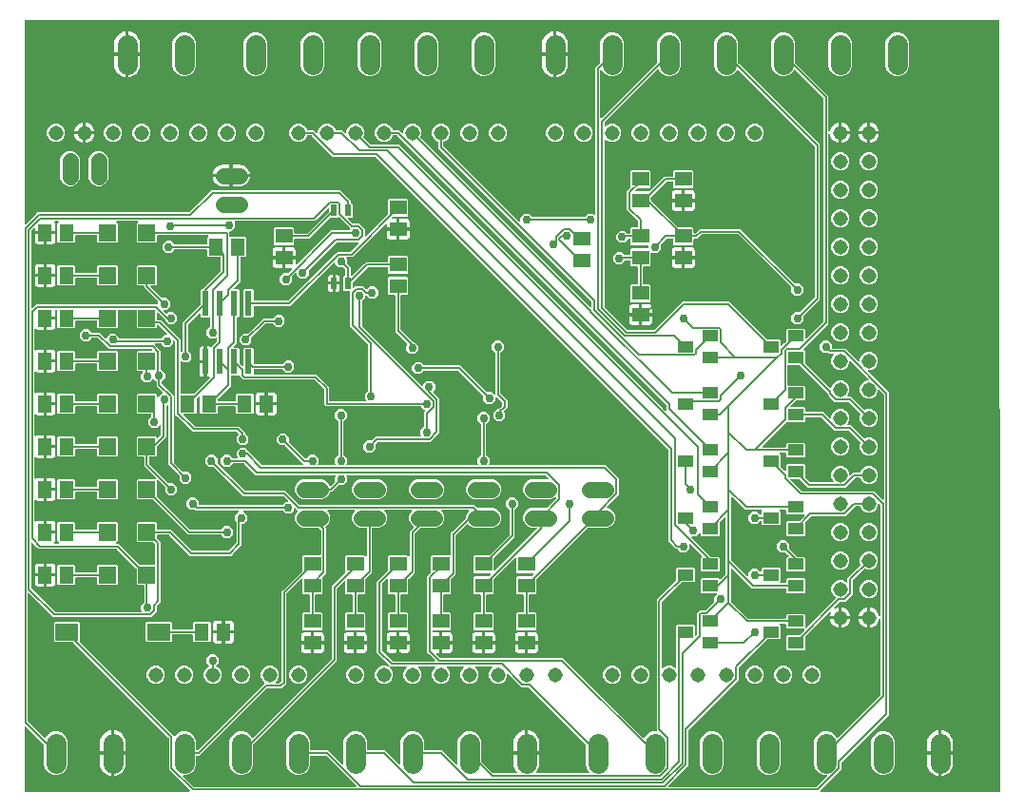
<source format=gbr>
G04 EAGLE Gerber RS-274X export*
G75*
%MOMM*%
%FSLAX34Y34*%
%LPD*%
%INTop Copper*%
%IPPOS*%
%AMOC8*
5,1,8,0,0,1.08239X$1,22.5*%
G01*
%ADD10R,1.300000X1.500000*%
%ADD11R,0.600000X2.200000*%
%ADD12R,1.500000X1.500000*%
%ADD13R,1.500000X1.300000*%
%ADD14C,1.308000*%
%ADD15C,1.790700*%
%ADD16R,0.500000X1.000000*%
%ADD17C,1.422400*%
%ADD18R,1.400000X1.000000*%
%ADD19R,2.000000X1.500000*%
%ADD20C,0.756400*%
%ADD21C,0.152400*%

G36*
X1233892Y200664D02*
X1233892Y200664D01*
X1233912Y200662D01*
X1234013Y200684D01*
X1234115Y200700D01*
X1234132Y200710D01*
X1234152Y200714D01*
X1234241Y200767D01*
X1234332Y200816D01*
X1234346Y200830D01*
X1234363Y200840D01*
X1234430Y200919D01*
X1234501Y200994D01*
X1234510Y201012D01*
X1234523Y201027D01*
X1234562Y201123D01*
X1234605Y201217D01*
X1234607Y201237D01*
X1234615Y201256D01*
X1234633Y201422D01*
X1234245Y887478D01*
X1234242Y887498D01*
X1234244Y887517D01*
X1234222Y887619D01*
X1234206Y887721D01*
X1234196Y887739D01*
X1234192Y887758D01*
X1234139Y887847D01*
X1234090Y887938D01*
X1234076Y887952D01*
X1234066Y887969D01*
X1233987Y888036D01*
X1233912Y888108D01*
X1233894Y888116D01*
X1233879Y888129D01*
X1233783Y888168D01*
X1233689Y888211D01*
X1233669Y888213D01*
X1233651Y888221D01*
X1233484Y888239D01*
X366522Y888239D01*
X366502Y888236D01*
X366483Y888238D01*
X366381Y888216D01*
X366279Y888200D01*
X366262Y888190D01*
X366242Y888186D01*
X366153Y888133D01*
X366062Y888084D01*
X366048Y888070D01*
X366031Y888060D01*
X365964Y887981D01*
X365892Y887906D01*
X365884Y887888D01*
X365871Y887873D01*
X365832Y887777D01*
X365789Y887683D01*
X365787Y887663D01*
X365779Y887645D01*
X365761Y887478D01*
X365761Y706676D01*
X365772Y706605D01*
X365774Y706533D01*
X365792Y706484D01*
X365800Y706433D01*
X365834Y706370D01*
X365859Y706302D01*
X365891Y706262D01*
X365916Y706216D01*
X365968Y706166D01*
X366012Y706110D01*
X366056Y706082D01*
X366094Y706046D01*
X366159Y706016D01*
X366219Y705977D01*
X366270Y705965D01*
X366317Y705943D01*
X366388Y705935D01*
X366458Y705917D01*
X366510Y705921D01*
X366561Y705916D01*
X366632Y705931D01*
X366703Y705936D01*
X366751Y705957D01*
X366802Y705968D01*
X366863Y706005D01*
X366929Y706033D01*
X366985Y706078D01*
X367013Y706094D01*
X367028Y706112D01*
X367060Y706138D01*
X375895Y714972D01*
X377457Y716535D01*
X512325Y716535D01*
X512416Y716549D01*
X512506Y716557D01*
X512536Y716569D01*
X512568Y716574D01*
X512649Y716617D01*
X512733Y716653D01*
X512765Y716679D01*
X512786Y716690D01*
X512808Y716713D01*
X512864Y716758D01*
X532453Y736347D01*
X647377Y736347D01*
X656337Y727387D01*
X656337Y725486D01*
X656340Y725466D01*
X656338Y725447D01*
X656360Y725345D01*
X656376Y725243D01*
X656386Y725226D01*
X656390Y725206D01*
X656443Y725117D01*
X656492Y725026D01*
X656506Y725012D01*
X656516Y724995D01*
X656595Y724928D01*
X656670Y724856D01*
X656688Y724848D01*
X656703Y724835D01*
X656799Y724796D01*
X656893Y724753D01*
X656913Y724751D01*
X656931Y724743D01*
X657098Y724725D01*
X657182Y724725D01*
X658075Y723832D01*
X658075Y712568D01*
X657182Y711675D01*
X654914Y711675D01*
X654843Y711664D01*
X654771Y711662D01*
X654722Y711644D01*
X654671Y711636D01*
X654607Y711602D01*
X654540Y711577D01*
X654499Y711545D01*
X654453Y711520D01*
X654404Y711468D01*
X654348Y711424D01*
X654320Y711380D01*
X654284Y711342D01*
X654254Y711277D01*
X654215Y711217D01*
X654202Y711166D01*
X654180Y711119D01*
X654173Y711048D01*
X654155Y710978D01*
X654159Y710926D01*
X654153Y710875D01*
X654169Y710804D01*
X654174Y710733D01*
X654195Y710685D01*
X654206Y710634D01*
X654242Y710573D01*
X654270Y710507D01*
X654315Y710451D01*
X654332Y710423D01*
X654350Y710408D01*
X654375Y710376D01*
X657673Y707078D01*
X657747Y707025D01*
X657817Y706965D01*
X657847Y706953D01*
X657873Y706934D01*
X657960Y706907D01*
X658045Y706873D01*
X658086Y706869D01*
X658108Y706862D01*
X658140Y706863D01*
X658212Y706855D01*
X663861Y706855D01*
X665423Y705292D01*
X668755Y701961D01*
X668755Y696026D01*
X668766Y695956D01*
X668768Y695884D01*
X668786Y695835D01*
X668794Y695784D01*
X668828Y695720D01*
X668853Y695653D01*
X668885Y695612D01*
X668910Y695566D01*
X668962Y695517D01*
X669006Y695461D01*
X669050Y695433D01*
X669088Y695397D01*
X669153Y695367D01*
X669213Y695328D01*
X669264Y695315D01*
X669311Y695293D01*
X669382Y695285D01*
X669452Y695268D01*
X669504Y695272D01*
X669555Y695266D01*
X669626Y695281D01*
X669697Y695287D01*
X669745Y695307D01*
X669796Y695318D01*
X669857Y695355D01*
X669923Y695383D01*
X669979Y695428D01*
X670007Y695445D01*
X670022Y695462D01*
X670054Y695488D01*
X689252Y714686D01*
X689305Y714760D01*
X689365Y714830D01*
X689377Y714860D01*
X689396Y714886D01*
X689423Y714973D01*
X689457Y715058D01*
X689461Y715099D01*
X689468Y715121D01*
X689467Y715153D01*
X689475Y715225D01*
X689475Y727832D01*
X690368Y728725D01*
X706632Y728725D01*
X707525Y727832D01*
X707525Y713568D01*
X706632Y712675D01*
X694025Y712675D01*
X693935Y712661D01*
X693844Y712653D01*
X693814Y712641D01*
X693782Y712636D01*
X693701Y712593D01*
X693617Y712557D01*
X693585Y712531D01*
X693564Y712520D01*
X693542Y712497D01*
X693486Y712452D01*
X693074Y712040D01*
X693032Y711982D01*
X692983Y711930D01*
X692961Y711883D01*
X692931Y711841D01*
X692910Y711772D01*
X692879Y711707D01*
X692874Y711655D01*
X692858Y711605D01*
X692860Y711534D01*
X692852Y711463D01*
X692863Y711412D01*
X692865Y711360D01*
X692889Y711292D01*
X692904Y711222D01*
X692931Y711177D01*
X692949Y711129D01*
X692994Y711073D01*
X693031Y711011D01*
X693070Y710977D01*
X693103Y710937D01*
X693163Y710898D01*
X693218Y710851D01*
X693266Y710832D01*
X693310Y710804D01*
X693379Y710786D01*
X693446Y710759D01*
X693517Y710751D01*
X693548Y710743D01*
X693572Y710745D01*
X693612Y710741D01*
X696977Y710741D01*
X696977Y703223D01*
X688459Y703223D01*
X688459Y705588D01*
X688448Y705658D01*
X688446Y705730D01*
X688428Y705779D01*
X688420Y705830D01*
X688386Y705894D01*
X688361Y705961D01*
X688329Y706002D01*
X688304Y706048D01*
X688252Y706097D01*
X688208Y706153D01*
X688164Y706181D01*
X688126Y706217D01*
X688061Y706247D01*
X688001Y706286D01*
X687950Y706299D01*
X687903Y706321D01*
X687832Y706329D01*
X687762Y706346D01*
X687710Y706342D01*
X687659Y706348D01*
X687588Y706333D01*
X687517Y706327D01*
X687469Y706307D01*
X687418Y706296D01*
X687357Y706259D01*
X687291Y706231D01*
X687235Y706186D01*
X687207Y706169D01*
X687192Y706152D01*
X687160Y706126D01*
X659478Y678444D01*
X657915Y676881D01*
X653261Y676881D01*
X653191Y676870D01*
X653119Y676868D01*
X653070Y676850D01*
X653019Y676842D01*
X652955Y676808D01*
X652888Y676783D01*
X652847Y676751D01*
X652801Y676726D01*
X652752Y676674D01*
X652696Y676630D01*
X652668Y676586D01*
X652632Y676548D01*
X652602Y676483D01*
X652563Y676423D01*
X652550Y676372D01*
X652528Y676325D01*
X652520Y676254D01*
X652503Y676184D01*
X652507Y676132D01*
X652501Y676081D01*
X652516Y676010D01*
X652522Y675939D01*
X652542Y675891D01*
X652553Y675840D01*
X652590Y675779D01*
X652618Y675713D01*
X652663Y675657D01*
X652680Y675629D01*
X652697Y675614D01*
X652723Y675582D01*
X653007Y675298D01*
X653007Y671343D01*
X653021Y671252D01*
X653029Y671162D01*
X653041Y671132D01*
X653046Y671100D01*
X653089Y671019D01*
X653125Y670935D01*
X653151Y670903D01*
X653162Y670882D01*
X653185Y670860D01*
X653230Y670804D01*
X656337Y667697D01*
X656337Y660758D01*
X656348Y660688D01*
X656350Y660616D01*
X656368Y660567D01*
X656376Y660516D01*
X656410Y660452D01*
X656435Y660385D01*
X656467Y660344D01*
X656492Y660298D01*
X656544Y660249D01*
X656588Y660193D01*
X656632Y660165D01*
X656670Y660129D01*
X656735Y660099D01*
X656795Y660060D01*
X656846Y660047D01*
X656893Y660025D01*
X656964Y660017D01*
X657034Y660000D01*
X657086Y660004D01*
X657137Y659998D01*
X657208Y660013D01*
X657279Y660019D01*
X657327Y660039D01*
X657378Y660050D01*
X657439Y660087D01*
X657505Y660115D01*
X657561Y660160D01*
X657589Y660177D01*
X657604Y660194D01*
X657636Y660220D01*
X668040Y670624D01*
X669603Y672187D01*
X688714Y672187D01*
X688734Y672190D01*
X688753Y672188D01*
X688855Y672210D01*
X688957Y672226D01*
X688974Y672236D01*
X688994Y672240D01*
X689083Y672293D01*
X689174Y672342D01*
X689188Y672356D01*
X689205Y672366D01*
X689272Y672445D01*
X689344Y672520D01*
X689352Y672538D01*
X689365Y672553D01*
X689404Y672649D01*
X689447Y672743D01*
X689449Y672763D01*
X689457Y672781D01*
X689475Y672948D01*
X689475Y677032D01*
X690368Y677925D01*
X706632Y677925D01*
X707525Y677032D01*
X707525Y662768D01*
X706632Y661875D01*
X690368Y661875D01*
X689475Y662768D01*
X689475Y666852D01*
X689472Y666872D01*
X689474Y666891D01*
X689452Y666993D01*
X689436Y667095D01*
X689426Y667112D01*
X689422Y667132D01*
X689369Y667221D01*
X689320Y667312D01*
X689306Y667326D01*
X689296Y667343D01*
X689217Y667410D01*
X689142Y667482D01*
X689124Y667490D01*
X689109Y667503D01*
X689013Y667542D01*
X688919Y667585D01*
X688899Y667587D01*
X688881Y667595D01*
X688714Y667613D01*
X671813Y667613D01*
X671722Y667599D01*
X671632Y667591D01*
X671602Y667579D01*
X671570Y667574D01*
X671489Y667531D01*
X671405Y667495D01*
X671373Y667469D01*
X671352Y667458D01*
X671330Y667435D01*
X671274Y667390D01*
X658298Y654414D01*
X658245Y654340D01*
X658185Y654270D01*
X658173Y654240D01*
X658154Y654214D01*
X658127Y654127D01*
X658093Y654042D01*
X658089Y654001D01*
X658082Y653979D01*
X658083Y653947D01*
X658075Y653875D01*
X658075Y650138D01*
X658086Y650067D01*
X658088Y649996D01*
X658106Y649947D01*
X658114Y649895D01*
X658148Y649832D01*
X658173Y649765D01*
X658205Y649724D01*
X658230Y649678D01*
X658282Y649628D01*
X658326Y649572D01*
X658370Y649544D01*
X658408Y649508D01*
X658473Y649478D01*
X658533Y649439D01*
X658584Y649427D01*
X658631Y649405D01*
X658702Y649397D01*
X658772Y649379D01*
X658824Y649383D01*
X658875Y649378D01*
X658946Y649393D01*
X659017Y649399D01*
X659065Y649419D01*
X659116Y649430D01*
X659177Y649467D01*
X659243Y649495D01*
X659299Y649540D01*
X659327Y649556D01*
X659342Y649574D01*
X659374Y649600D01*
X660749Y650975D01*
X667671Y650975D01*
X670118Y648528D01*
X670134Y648516D01*
X670146Y648500D01*
X670234Y648444D01*
X670318Y648384D01*
X670336Y648378D01*
X670353Y648367D01*
X670454Y648342D01*
X670553Y648312D01*
X670573Y648312D01*
X670592Y648307D01*
X670695Y648315D01*
X670798Y648318D01*
X670817Y648325D01*
X670837Y648327D01*
X670932Y648367D01*
X671029Y648403D01*
X671045Y648415D01*
X671063Y648423D01*
X671194Y648528D01*
X673288Y650621D01*
X677684Y650621D01*
X680792Y647512D01*
X680792Y643116D01*
X677684Y640008D01*
X673288Y640008D01*
X670816Y642479D01*
X670758Y642521D01*
X670706Y642570D01*
X670659Y642592D01*
X670617Y642622D01*
X670548Y642644D01*
X670483Y642674D01*
X670431Y642679D01*
X670381Y642695D01*
X670310Y642693D01*
X670239Y642701D01*
X670188Y642690D01*
X670136Y642688D01*
X670068Y642664D01*
X669998Y642649D01*
X669953Y642622D01*
X669905Y642604D01*
X669849Y642559D01*
X669787Y642522D01*
X669753Y642483D01*
X669713Y642450D01*
X669674Y642390D01*
X669627Y642335D01*
X669608Y642287D01*
X669580Y642243D01*
X669562Y642174D01*
X669535Y642107D01*
X669527Y642036D01*
X669519Y642005D01*
X669521Y641982D01*
X669517Y641941D01*
X669517Y640422D01*
X666720Y637625D01*
X666667Y637551D01*
X666607Y637481D01*
X666595Y637451D01*
X666576Y637425D01*
X666549Y637338D01*
X666515Y637253D01*
X666511Y637212D01*
X666504Y637190D01*
X666505Y637158D01*
X666497Y637087D01*
X666497Y615634D01*
X666511Y615544D01*
X666519Y615453D01*
X666531Y615423D01*
X666536Y615391D01*
X666579Y615311D01*
X666615Y615227D01*
X666641Y615195D01*
X666652Y615174D01*
X666675Y615152D01*
X666720Y615096D01*
X719525Y562290D01*
X719583Y562248D01*
X719635Y562199D01*
X719683Y562177D01*
X719725Y562147D01*
X719793Y562126D01*
X719859Y562095D01*
X719910Y562090D01*
X719960Y562074D01*
X720032Y562076D01*
X720103Y562068D01*
X720154Y562079D01*
X720206Y562081D01*
X720273Y562105D01*
X720343Y562120D01*
X720388Y562147D01*
X720437Y562165D01*
X720493Y562210D01*
X720554Y562247D01*
X720588Y562286D01*
X720629Y562319D01*
X720668Y562379D01*
X720714Y562434D01*
X720734Y562482D01*
X720762Y562526D01*
X720779Y562595D01*
X720806Y562662D01*
X720814Y562733D01*
X720822Y562764D01*
X720820Y562788D01*
X720825Y562828D01*
X720825Y563230D01*
X723933Y566338D01*
X728330Y566338D01*
X731438Y563230D01*
X731438Y558833D01*
X729904Y557299D01*
X729892Y557283D01*
X729877Y557270D01*
X729820Y557183D01*
X729760Y557099D01*
X729754Y557080D01*
X729744Y557063D01*
X729718Y556963D01*
X729688Y556864D01*
X729688Y556844D01*
X729683Y556825D01*
X729691Y556722D01*
X729694Y556618D01*
X729701Y556599D01*
X729703Y556580D01*
X729743Y556485D01*
X729779Y556387D01*
X729791Y556371D01*
X729799Y556353D01*
X729904Y556222D01*
X733740Y552386D01*
X735303Y550823D01*
X735303Y520287D01*
X727361Y512345D01*
X680995Y512345D01*
X680904Y512331D01*
X680814Y512323D01*
X680784Y512311D01*
X680752Y512306D01*
X680671Y512263D01*
X680587Y512227D01*
X680555Y512201D01*
X680534Y512190D01*
X680512Y512167D01*
X680456Y512122D01*
X678630Y510296D01*
X678577Y510222D01*
X678517Y510152D01*
X678505Y510122D01*
X678486Y510096D01*
X678459Y510009D01*
X678425Y509924D01*
X678421Y509883D01*
X678414Y509861D01*
X678415Y509829D01*
X678407Y509757D01*
X678407Y505802D01*
X675298Y502693D01*
X670902Y502693D01*
X667793Y505802D01*
X667793Y510198D01*
X670902Y513307D01*
X674857Y513307D01*
X674948Y513321D01*
X675038Y513329D01*
X675068Y513341D01*
X675100Y513346D01*
X675181Y513389D01*
X675265Y513425D01*
X675297Y513451D01*
X675318Y513462D01*
X675340Y513485D01*
X675396Y513530D01*
X678785Y516919D01*
X718339Y516919D01*
X718409Y516930D01*
X718481Y516932D01*
X718530Y516950D01*
X718581Y516958D01*
X718645Y516992D01*
X718712Y517017D01*
X718753Y517049D01*
X718799Y517074D01*
X718848Y517126D01*
X718904Y517170D01*
X718932Y517214D01*
X718968Y517252D01*
X718998Y517317D01*
X719037Y517377D01*
X719050Y517428D01*
X719072Y517475D01*
X719080Y517546D01*
X719097Y517616D01*
X719093Y517668D01*
X719099Y517719D01*
X719084Y517790D01*
X719078Y517861D01*
X719058Y517909D01*
X719047Y517960D01*
X719010Y518021D01*
X718982Y518087D01*
X718937Y518143D01*
X718920Y518171D01*
X718903Y518186D01*
X718877Y518218D01*
X718593Y518502D01*
X718593Y522898D01*
X721390Y525695D01*
X721443Y525769D01*
X721503Y525839D01*
X721515Y525869D01*
X721534Y525895D01*
X721561Y525982D01*
X721595Y526067D01*
X721599Y526108D01*
X721606Y526130D01*
X721605Y526162D01*
X721613Y526233D01*
X721613Y538466D01*
X722641Y539494D01*
X722683Y539552D01*
X722733Y539604D01*
X722754Y539651D01*
X722785Y539693D01*
X722806Y539762D01*
X722836Y539827D01*
X722842Y539879D01*
X722857Y539929D01*
X722855Y540000D01*
X722863Y540071D01*
X722852Y540122D01*
X722851Y540174D01*
X722826Y540242D01*
X722811Y540312D01*
X722784Y540357D01*
X722766Y540405D01*
X722722Y540461D01*
X722685Y540523D01*
X722645Y540557D01*
X722613Y540597D01*
X722552Y540636D01*
X722498Y540683D01*
X722450Y540702D01*
X722406Y540730D01*
X722336Y540748D01*
X722270Y540775D01*
X722198Y540783D01*
X722167Y540791D01*
X722144Y540789D01*
X722103Y540793D01*
X721702Y540793D01*
X718905Y543590D01*
X718831Y543643D01*
X718761Y543703D01*
X718731Y543715D01*
X718705Y543734D01*
X718618Y543761D01*
X718533Y543795D01*
X718492Y543799D01*
X718470Y543806D01*
X718438Y543805D01*
X718367Y543813D01*
X634053Y543813D01*
X632713Y545153D01*
X632713Y558870D01*
X632699Y558960D01*
X632691Y559051D01*
X632679Y559081D01*
X632674Y559113D01*
X632631Y559194D01*
X632595Y559278D01*
X632569Y559310D01*
X632558Y559330D01*
X632535Y559353D01*
X632490Y559409D01*
X624553Y567346D01*
X624479Y567399D01*
X624409Y567459D01*
X624379Y567471D01*
X624353Y567490D01*
X624266Y567517D01*
X624181Y567551D01*
X624140Y567555D01*
X624118Y567562D01*
X624086Y567561D01*
X624014Y567569D01*
X560714Y567569D01*
X557577Y570706D01*
X557577Y570733D01*
X557566Y570804D01*
X557564Y570876D01*
X557546Y570925D01*
X557538Y570976D01*
X557504Y571039D01*
X557479Y571107D01*
X557447Y571147D01*
X557422Y571193D01*
X557371Y571243D01*
X557326Y571299D01*
X557282Y571327D01*
X557244Y571363D01*
X557179Y571393D01*
X557119Y571432D01*
X557068Y571444D01*
X557021Y571466D01*
X556950Y571474D01*
X556880Y571492D01*
X556828Y571488D01*
X556777Y571493D01*
X556706Y571478D01*
X556635Y571473D01*
X556587Y571452D01*
X556536Y571441D01*
X556475Y571404D01*
X556409Y571376D01*
X556353Y571331D01*
X556325Y571315D01*
X556310Y571297D01*
X556278Y571271D01*
X556082Y571075D01*
X550212Y571075D01*
X550192Y571072D01*
X550173Y571074D01*
X550071Y571052D01*
X549969Y571036D01*
X549952Y571026D01*
X549932Y571022D01*
X549843Y570969D01*
X549752Y570920D01*
X549738Y570906D01*
X549721Y570896D01*
X549654Y570817D01*
X549582Y570742D01*
X549574Y570724D01*
X549561Y570709D01*
X549522Y570613D01*
X549479Y570519D01*
X549477Y570499D01*
X549469Y570481D01*
X549451Y570314D01*
X549451Y562117D01*
X538448Y551114D01*
X538395Y551040D01*
X538335Y550970D01*
X538323Y550940D01*
X538304Y550914D01*
X538277Y550827D01*
X538243Y550742D01*
X538239Y550701D01*
X538232Y550679D01*
X538233Y550647D01*
X538225Y550575D01*
X538225Y549148D01*
X538228Y549128D01*
X538226Y549109D01*
X538248Y549007D01*
X538264Y548905D01*
X538274Y548888D01*
X538278Y548868D01*
X538331Y548779D01*
X538380Y548688D01*
X538394Y548674D01*
X538404Y548657D01*
X538483Y548590D01*
X538558Y548518D01*
X538576Y548510D01*
X538591Y548497D01*
X538687Y548458D01*
X538781Y548415D01*
X538801Y548413D01*
X538819Y548405D01*
X538986Y548387D01*
X553214Y548387D01*
X553234Y548390D01*
X553253Y548388D01*
X553355Y548410D01*
X553457Y548426D01*
X553474Y548436D01*
X553494Y548440D01*
X553583Y548493D01*
X553674Y548542D01*
X553688Y548556D01*
X553705Y548566D01*
X553772Y548645D01*
X553844Y548720D01*
X553852Y548738D01*
X553865Y548753D01*
X553904Y548849D01*
X553947Y548943D01*
X553949Y548963D01*
X553957Y548981D01*
X553975Y549148D01*
X553975Y554232D01*
X554868Y555125D01*
X569132Y555125D01*
X570025Y554232D01*
X570025Y537968D01*
X569132Y537075D01*
X554868Y537075D01*
X553975Y537968D01*
X553975Y543052D01*
X553972Y543072D01*
X553974Y543091D01*
X553952Y543193D01*
X553936Y543295D01*
X553926Y543312D01*
X553922Y543332D01*
X553869Y543421D01*
X553820Y543512D01*
X553806Y543526D01*
X553796Y543543D01*
X553717Y543610D01*
X553642Y543682D01*
X553624Y543690D01*
X553609Y543703D01*
X553513Y543742D01*
X553419Y543785D01*
X553399Y543787D01*
X553381Y543795D01*
X553214Y543813D01*
X538986Y543813D01*
X538966Y543810D01*
X538947Y543812D01*
X538845Y543790D01*
X538743Y543774D01*
X538726Y543764D01*
X538706Y543760D01*
X538617Y543707D01*
X538526Y543658D01*
X538512Y543644D01*
X538495Y543634D01*
X538428Y543555D01*
X538356Y543480D01*
X538348Y543462D01*
X538335Y543447D01*
X538296Y543351D01*
X538253Y543257D01*
X538251Y543237D01*
X538243Y543219D01*
X538225Y543052D01*
X538225Y537968D01*
X537332Y537075D01*
X523068Y537075D01*
X522175Y537968D01*
X522175Y552004D01*
X522164Y552074D01*
X522162Y552146D01*
X522144Y552195D01*
X522136Y552246D01*
X522102Y552310D01*
X522077Y552377D01*
X522045Y552418D01*
X522020Y552464D01*
X521968Y552513D01*
X521924Y552569D01*
X521880Y552597D01*
X521842Y552633D01*
X521777Y552663D01*
X521717Y552702D01*
X521666Y552715D01*
X521619Y552737D01*
X521548Y552745D01*
X521478Y552762D01*
X521426Y552758D01*
X521375Y552764D01*
X521304Y552749D01*
X521233Y552743D01*
X521185Y552723D01*
X521134Y552712D01*
X521073Y552675D01*
X521007Y552647D01*
X520951Y552602D01*
X520923Y552585D01*
X520908Y552568D01*
X520876Y552542D01*
X519448Y551114D01*
X519395Y551040D01*
X519335Y550970D01*
X519323Y550940D01*
X519304Y550914D01*
X519277Y550827D01*
X519243Y550742D01*
X519239Y550701D01*
X519232Y550679D01*
X519233Y550647D01*
X519225Y550575D01*
X519225Y537968D01*
X518332Y537075D01*
X508064Y537075D01*
X507993Y537064D01*
X507921Y537062D01*
X507872Y537044D01*
X507821Y537036D01*
X507757Y537002D01*
X507690Y536977D01*
X507649Y536945D01*
X507603Y536920D01*
X507554Y536868D01*
X507498Y536824D01*
X507470Y536780D01*
X507434Y536742D01*
X507404Y536677D01*
X507365Y536617D01*
X507352Y536566D01*
X507330Y536519D01*
X507323Y536448D01*
X507305Y536378D01*
X507309Y536326D01*
X507303Y536275D01*
X507319Y536204D01*
X507324Y536133D01*
X507345Y536085D01*
X507356Y536034D01*
X507392Y535973D01*
X507420Y535907D01*
X507465Y535851D01*
X507482Y535823D01*
X507500Y535808D01*
X507525Y535776D01*
X517177Y526124D01*
X517251Y526071D01*
X517321Y526011D01*
X517351Y525999D01*
X517377Y525980D01*
X517464Y525953D01*
X517549Y525919D01*
X517590Y525915D01*
X517612Y525908D01*
X517644Y525909D01*
X517716Y525901D01*
X556833Y525901D01*
X562357Y520377D01*
X562357Y519883D01*
X562371Y519793D01*
X562379Y519702D01*
X562391Y519673D01*
X562396Y519641D01*
X562439Y519560D01*
X562475Y519476D01*
X562501Y519444D01*
X562512Y519423D01*
X562535Y519401D01*
X562580Y519345D01*
X565377Y516548D01*
X565377Y512152D01*
X562268Y509043D01*
X557872Y509043D01*
X554763Y512152D01*
X554763Y516548D01*
X556702Y518487D01*
X556714Y518503D01*
X556730Y518516D01*
X556786Y518603D01*
X556846Y518687D01*
X556852Y518706D01*
X556863Y518723D01*
X556888Y518823D01*
X556918Y518922D01*
X556918Y518942D01*
X556923Y518961D01*
X556915Y519064D01*
X556912Y519168D01*
X556905Y519187D01*
X556903Y519206D01*
X556863Y519301D01*
X556827Y519399D01*
X556815Y519415D01*
X556807Y519433D01*
X556702Y519564D01*
X555162Y521104D01*
X555088Y521157D01*
X555018Y521217D01*
X554988Y521229D01*
X554962Y521248D01*
X554875Y521275D01*
X554790Y521309D01*
X554749Y521313D01*
X554727Y521320D01*
X554695Y521319D01*
X554623Y521327D01*
X515506Y521327D01*
X513943Y522890D01*
X501690Y535143D01*
X501690Y535144D01*
X500127Y536706D01*
X500127Y601223D01*
X500113Y601313D01*
X500105Y601404D01*
X500093Y601434D01*
X500088Y601466D01*
X500045Y601547D01*
X500009Y601631D01*
X499983Y601663D01*
X499972Y601684D01*
X499949Y601706D01*
X499904Y601762D01*
X499366Y602300D01*
X499308Y602342D01*
X499256Y602391D01*
X499209Y602413D01*
X499167Y602443D01*
X499098Y602464D01*
X499033Y602495D01*
X498981Y602500D01*
X498931Y602516D01*
X498860Y602514D01*
X498789Y602522D01*
X498738Y602511D01*
X498686Y602509D01*
X498618Y602485D01*
X498548Y602470D01*
X498503Y602443D01*
X498455Y602425D01*
X498399Y602380D01*
X498337Y602343D01*
X498303Y602304D01*
X498263Y602271D01*
X498224Y602211D01*
X498177Y602156D01*
X498158Y602108D01*
X498130Y602064D01*
X498112Y601995D01*
X498085Y601928D01*
X498077Y601857D01*
X498069Y601826D01*
X498071Y601802D01*
X498067Y601762D01*
X498067Y599782D01*
X494958Y596673D01*
X490562Y596673D01*
X487765Y599470D01*
X487691Y599523D01*
X487621Y599583D01*
X487591Y599595D01*
X487565Y599614D01*
X487478Y599641D01*
X487393Y599675D01*
X487352Y599679D01*
X487330Y599686D01*
X487298Y599685D01*
X487227Y599693D01*
X482511Y599693D01*
X482441Y599682D01*
X482369Y599680D01*
X482320Y599662D01*
X482269Y599654D01*
X482205Y599620D01*
X482138Y599595D01*
X482097Y599563D01*
X482051Y599538D01*
X482002Y599486D01*
X481946Y599442D01*
X481918Y599398D01*
X481882Y599360D01*
X481852Y599295D01*
X481813Y599235D01*
X481800Y599184D01*
X481778Y599137D01*
X481770Y599066D01*
X481753Y598996D01*
X481757Y598944D01*
X481751Y598893D01*
X481766Y598822D01*
X481772Y598751D01*
X481792Y598703D01*
X481803Y598652D01*
X481840Y598591D01*
X481868Y598525D01*
X481913Y598469D01*
X481930Y598441D01*
X481947Y598426D01*
X481973Y598394D01*
X482461Y597906D01*
X486773Y593594D01*
X486773Y576947D01*
X486776Y576928D01*
X486774Y576908D01*
X486796Y576807D01*
X486812Y576704D01*
X486822Y576687D01*
X486826Y576667D01*
X486879Y576578D01*
X486928Y576487D01*
X486942Y576473D01*
X486952Y576456D01*
X487031Y576389D01*
X487106Y576318D01*
X487124Y576309D01*
X487139Y576296D01*
X487235Y576258D01*
X487329Y576214D01*
X487349Y576212D01*
X487367Y576204D01*
X487534Y576186D01*
X487987Y576186D01*
X491096Y573077D01*
X491096Y568681D01*
X488299Y565884D01*
X488246Y565810D01*
X488186Y565741D01*
X488174Y565711D01*
X488155Y565684D01*
X488129Y565597D01*
X488094Y565513D01*
X488090Y565472D01*
X488083Y565449D01*
X488084Y565417D01*
X488076Y565346D01*
X488076Y564185D01*
X488091Y564095D01*
X488098Y564004D01*
X488110Y563974D01*
X488116Y563942D01*
X488158Y563861D01*
X488194Y563777D01*
X488220Y563745D01*
X488231Y563725D01*
X488254Y563702D01*
X488299Y563646D01*
X498575Y553371D01*
X498575Y494305D01*
X498589Y494214D01*
X498597Y494124D01*
X498609Y494094D01*
X498614Y494062D01*
X498657Y493981D01*
X498693Y493897D01*
X498719Y493865D01*
X498730Y493844D01*
X498753Y493822D01*
X498798Y493766D01*
X506974Y485590D01*
X507048Y485537D01*
X507118Y485477D01*
X507148Y485465D01*
X507174Y485446D01*
X507261Y485419D01*
X507346Y485385D01*
X507387Y485381D01*
X507409Y485374D01*
X507441Y485375D01*
X507513Y485367D01*
X511468Y485367D01*
X514577Y482258D01*
X514577Y477862D01*
X511468Y474753D01*
X507072Y474753D01*
X503963Y477862D01*
X503963Y481817D01*
X503949Y481908D01*
X503941Y481998D01*
X503929Y482028D01*
X503924Y482060D01*
X503881Y482141D01*
X503845Y482225D01*
X503819Y482257D01*
X503808Y482278D01*
X503785Y482300D01*
X503740Y482356D01*
X494001Y492095D01*
X494001Y544349D01*
X493990Y544419D01*
X493988Y544491D01*
X493970Y544540D01*
X493962Y544591D01*
X493928Y544655D01*
X493903Y544722D01*
X493871Y544763D01*
X493846Y544809D01*
X493794Y544858D01*
X493750Y544914D01*
X493706Y544942D01*
X493668Y544978D01*
X493603Y545008D01*
X493543Y545047D01*
X493492Y545060D01*
X493445Y545082D01*
X493374Y545090D01*
X493304Y545107D01*
X493252Y545103D01*
X493201Y545109D01*
X493130Y545094D01*
X493059Y545088D01*
X493011Y545068D01*
X492960Y545057D01*
X492899Y545020D01*
X492833Y544992D01*
X492777Y544947D01*
X492749Y544930D01*
X492734Y544913D01*
X492702Y544887D01*
X492380Y544565D01*
X492371Y544564D01*
X492354Y544554D01*
X492334Y544550D01*
X492245Y544497D01*
X492154Y544448D01*
X492140Y544434D01*
X492123Y544424D01*
X492056Y544345D01*
X491984Y544270D01*
X491976Y544252D01*
X491963Y544237D01*
X491924Y544141D01*
X491881Y544047D01*
X491879Y544027D01*
X491871Y544009D01*
X491853Y543842D01*
X491853Y516386D01*
X483948Y508481D01*
X483895Y508407D01*
X483835Y508337D01*
X483823Y508307D01*
X483804Y508281D01*
X483777Y508194D01*
X483743Y508109D01*
X483739Y508068D01*
X483732Y508046D01*
X483733Y508014D01*
X483725Y507943D01*
X483725Y499868D01*
X482832Y498975D01*
X477748Y498975D01*
X477728Y498972D01*
X477709Y498974D01*
X477607Y498952D01*
X477505Y498936D01*
X477488Y498926D01*
X477468Y498922D01*
X477379Y498869D01*
X477288Y498820D01*
X477274Y498806D01*
X477257Y498796D01*
X477190Y498717D01*
X477118Y498642D01*
X477110Y498624D01*
X477097Y498609D01*
X477058Y498513D01*
X477015Y498419D01*
X477013Y498399D01*
X477005Y498381D01*
X476987Y498214D01*
X476987Y492751D01*
X477001Y492660D01*
X477009Y492570D01*
X477021Y492540D01*
X477026Y492508D01*
X477069Y492427D01*
X477105Y492343D01*
X477131Y492311D01*
X477142Y492290D01*
X477165Y492268D01*
X477210Y492212D01*
X493992Y475430D01*
X494066Y475377D01*
X494136Y475317D01*
X494166Y475305D01*
X494192Y475286D01*
X494279Y475259D01*
X494364Y475225D01*
X494405Y475221D01*
X494427Y475214D01*
X494459Y475215D01*
X494531Y475207D01*
X498486Y475207D01*
X501595Y472098D01*
X501595Y467702D01*
X498486Y464593D01*
X494090Y464593D01*
X490981Y467702D01*
X490981Y471657D01*
X490967Y471748D01*
X490959Y471838D01*
X490947Y471868D01*
X490942Y471900D01*
X490921Y471938D01*
X490920Y471946D01*
X490900Y471978D01*
X490899Y471981D01*
X490863Y472065D01*
X490837Y472097D01*
X490826Y472118D01*
X490804Y472139D01*
X490794Y472157D01*
X490781Y472167D01*
X490758Y472196D01*
X485024Y477930D01*
X484966Y477972D01*
X484914Y478021D01*
X484867Y478043D01*
X484825Y478073D01*
X484756Y478094D01*
X484691Y478125D01*
X484639Y478130D01*
X484589Y478146D01*
X484518Y478144D01*
X484447Y478152D01*
X484396Y478141D01*
X484344Y478139D01*
X484276Y478115D01*
X484206Y478100D01*
X484161Y478073D01*
X484113Y478055D01*
X484057Y478010D01*
X483995Y477973D01*
X483961Y477934D01*
X483921Y477901D01*
X483882Y477841D01*
X483835Y477786D01*
X483816Y477738D01*
X483788Y477694D01*
X483770Y477625D01*
X483743Y477558D01*
X483735Y477487D01*
X483727Y477456D01*
X483729Y477432D01*
X483725Y477392D01*
X483725Y464425D01*
X483739Y464334D01*
X483747Y464244D01*
X483759Y464214D01*
X483764Y464182D01*
X483807Y464101D01*
X483843Y464017D01*
X483869Y463985D01*
X483880Y463964D01*
X483903Y463942D01*
X483948Y463886D01*
X513524Y434310D01*
X513598Y434257D01*
X513668Y434197D01*
X513698Y434185D01*
X513724Y434166D01*
X513811Y434139D01*
X513896Y434105D01*
X513937Y434101D01*
X513959Y434094D01*
X513991Y434095D01*
X514063Y434087D01*
X540567Y434087D01*
X540657Y434101D01*
X540748Y434109D01*
X540777Y434121D01*
X540809Y434126D01*
X540890Y434169D01*
X540974Y434205D01*
X541006Y434231D01*
X541027Y434242D01*
X541049Y434265D01*
X541105Y434310D01*
X543902Y437107D01*
X548298Y437107D01*
X551407Y433998D01*
X551407Y429602D01*
X548298Y426493D01*
X543902Y426493D01*
X541105Y429290D01*
X541031Y429343D01*
X540961Y429403D01*
X540931Y429415D01*
X540905Y429434D01*
X540818Y429461D01*
X540733Y429495D01*
X540692Y429499D01*
X540670Y429506D01*
X540638Y429505D01*
X540567Y429513D01*
X511853Y429513D01*
X480714Y460652D01*
X480640Y460705D01*
X480570Y460765D01*
X480540Y460777D01*
X480514Y460796D01*
X480427Y460823D01*
X480342Y460857D01*
X480301Y460861D01*
X480279Y460868D01*
X480247Y460867D01*
X480175Y460875D01*
X466568Y460875D01*
X465675Y461768D01*
X465675Y478032D01*
X466568Y478925D01*
X482192Y478925D01*
X482262Y478936D01*
X482334Y478938D01*
X482383Y478956D01*
X482434Y478964D01*
X482498Y478998D01*
X482565Y479023D01*
X482606Y479055D01*
X482652Y479080D01*
X482701Y479132D01*
X482757Y479176D01*
X482785Y479220D01*
X482821Y479258D01*
X482851Y479323D01*
X482890Y479383D01*
X482903Y479434D01*
X482925Y479481D01*
X482933Y479552D01*
X482950Y479622D01*
X482946Y479674D01*
X482952Y479725D01*
X482937Y479796D01*
X482931Y479867D01*
X482911Y479915D01*
X482900Y479966D01*
X482863Y480027D01*
X482835Y480093D01*
X482790Y480149D01*
X482773Y480177D01*
X482756Y480192D01*
X482730Y480224D01*
X473976Y488978D01*
X472413Y490541D01*
X472413Y498214D01*
X472410Y498234D01*
X472412Y498253D01*
X472390Y498355D01*
X472374Y498457D01*
X472364Y498474D01*
X472360Y498494D01*
X472307Y498583D01*
X472258Y498674D01*
X472244Y498688D01*
X472234Y498705D01*
X472155Y498772D01*
X472080Y498844D01*
X472062Y498852D01*
X472047Y498865D01*
X471951Y498904D01*
X471857Y498947D01*
X471837Y498949D01*
X471819Y498957D01*
X471652Y498975D01*
X466568Y498975D01*
X465675Y499868D01*
X465675Y516132D01*
X466568Y517025D01*
X482832Y517025D01*
X483889Y515967D01*
X483906Y515955D01*
X483918Y515940D01*
X484005Y515884D01*
X484089Y515823D01*
X484108Y515818D01*
X484125Y515807D01*
X484225Y515781D01*
X484324Y515751D01*
X484344Y515752D01*
X484363Y515747D01*
X484466Y515755D01*
X484570Y515757D01*
X484589Y515764D01*
X484609Y515766D01*
X484703Y515806D01*
X484801Y515842D01*
X484817Y515854D01*
X484835Y515862D01*
X484966Y515967D01*
X487056Y518057D01*
X487109Y518131D01*
X487169Y518201D01*
X487181Y518231D01*
X487200Y518257D01*
X487227Y518344D01*
X487261Y518429D01*
X487265Y518470D01*
X487272Y518492D01*
X487271Y518524D01*
X487279Y518596D01*
X487279Y526197D01*
X487268Y526267D01*
X487266Y526339D01*
X487248Y526388D01*
X487240Y526439D01*
X487206Y526503D01*
X487181Y526570D01*
X487149Y526611D01*
X487124Y526657D01*
X487072Y526706D01*
X487028Y526762D01*
X486984Y526790D01*
X486946Y526826D01*
X486881Y526856D01*
X486821Y526895D01*
X486770Y526908D01*
X486723Y526930D01*
X486652Y526938D01*
X486582Y526955D01*
X486530Y526951D01*
X486479Y526957D01*
X486408Y526942D01*
X486337Y526936D01*
X486289Y526916D01*
X486238Y526905D01*
X486177Y526868D01*
X486111Y526840D01*
X486055Y526795D01*
X486027Y526778D01*
X486012Y526761D01*
X485980Y526735D01*
X483528Y524283D01*
X479132Y524283D01*
X476023Y527392D01*
X476023Y531788D01*
X478820Y534585D01*
X478873Y534659D01*
X478933Y534729D01*
X478945Y534759D01*
X478964Y534785D01*
X478991Y534872D01*
X479025Y534957D01*
X479029Y534998D01*
X479036Y535020D01*
X479035Y535052D01*
X479043Y535123D01*
X479043Y536314D01*
X479040Y536334D01*
X479042Y536353D01*
X479020Y536455D01*
X479004Y536557D01*
X478994Y536574D01*
X478990Y536594D01*
X478937Y536683D01*
X478888Y536774D01*
X478874Y536788D01*
X478864Y536805D01*
X478785Y536872D01*
X478710Y536944D01*
X478692Y536952D01*
X478677Y536965D01*
X478581Y537004D01*
X478487Y537047D01*
X478467Y537049D01*
X478449Y537057D01*
X478282Y537075D01*
X466568Y537075D01*
X465675Y537968D01*
X465675Y554232D01*
X466568Y555125D01*
X482832Y555125D01*
X483725Y554232D01*
X483725Y552757D01*
X483736Y552687D01*
X483738Y552615D01*
X483756Y552566D01*
X483764Y552515D01*
X483798Y552451D01*
X483823Y552384D01*
X483855Y552343D01*
X483880Y552297D01*
X483932Y552248D01*
X483976Y552192D01*
X484020Y552164D01*
X484058Y552128D01*
X484123Y552098D01*
X484183Y552059D01*
X484234Y552046D01*
X484281Y552024D01*
X484352Y552016D01*
X484422Y551999D01*
X484474Y552003D01*
X484525Y551997D01*
X484596Y552012D01*
X484667Y552018D01*
X484715Y552038D01*
X484766Y552049D01*
X484827Y552086D01*
X484893Y552114D01*
X484949Y552159D01*
X484977Y552176D01*
X484992Y552193D01*
X485024Y552219D01*
X488022Y555217D01*
X488423Y555217D01*
X488494Y555228D01*
X488565Y555230D01*
X488614Y555248D01*
X488666Y555256D01*
X488729Y555290D01*
X488796Y555315D01*
X488837Y555347D01*
X488883Y555372D01*
X488933Y555424D01*
X488989Y555468D01*
X489017Y555512D01*
X489053Y555550D01*
X489083Y555615D01*
X489122Y555675D01*
X489134Y555726D01*
X489156Y555773D01*
X489164Y555844D01*
X489182Y555914D01*
X489178Y555966D01*
X489183Y556017D01*
X489168Y556088D01*
X489162Y556159D01*
X489142Y556207D01*
X489131Y556258D01*
X489094Y556319D01*
X489066Y556385D01*
X489021Y556441D01*
X489005Y556469D01*
X488987Y556484D01*
X488961Y556516D01*
X485065Y560413D01*
X483503Y561975D01*
X483503Y565346D01*
X483488Y565436D01*
X483481Y565527D01*
X483468Y565557D01*
X483463Y565589D01*
X483420Y565669D01*
X483384Y565753D01*
X483359Y565785D01*
X483348Y565806D01*
X483324Y565828D01*
X483280Y565884D01*
X481248Y567916D01*
X481231Y567928D01*
X481219Y567943D01*
X481132Y567999D01*
X481048Y568060D01*
X481029Y568065D01*
X481012Y568076D01*
X480911Y568102D01*
X480813Y568132D01*
X480793Y568131D01*
X480773Y568136D01*
X480670Y568128D01*
X480567Y568126D01*
X480548Y568119D01*
X480528Y568117D01*
X480433Y568077D01*
X480336Y568041D01*
X480320Y568029D01*
X480302Y568021D01*
X480171Y567916D01*
X477178Y564923D01*
X472782Y564923D01*
X469673Y568032D01*
X469673Y572428D01*
X471121Y573876D01*
X471163Y573934D01*
X471212Y573986D01*
X471234Y574033D01*
X471264Y574075D01*
X471286Y574144D01*
X471316Y574209D01*
X471321Y574261D01*
X471337Y574311D01*
X471335Y574382D01*
X471343Y574453D01*
X471332Y574504D01*
X471330Y574556D01*
X471306Y574624D01*
X471291Y574694D01*
X471264Y574739D01*
X471246Y574787D01*
X471201Y574843D01*
X471164Y574905D01*
X471125Y574939D01*
X471092Y574979D01*
X471032Y575018D01*
X470977Y575065D01*
X470929Y575084D01*
X470885Y575112D01*
X470816Y575130D01*
X470749Y575157D01*
X470678Y575165D01*
X470647Y575173D01*
X470624Y575171D01*
X470583Y575175D01*
X466568Y575175D01*
X465675Y576068D01*
X465675Y592332D01*
X466568Y593225D01*
X478836Y593225D01*
X478907Y593236D01*
X478979Y593238D01*
X479028Y593256D01*
X479079Y593264D01*
X479143Y593298D01*
X479210Y593323D01*
X479251Y593355D01*
X479297Y593380D01*
X479346Y593432D01*
X479402Y593476D01*
X479430Y593520D01*
X479466Y593558D01*
X479496Y593623D01*
X479535Y593683D01*
X479548Y593734D01*
X479570Y593781D01*
X479577Y593852D01*
X479595Y593922D01*
X479591Y593974D01*
X479597Y594025D01*
X479581Y594096D01*
X479576Y594167D01*
X479555Y594215D01*
X479544Y594266D01*
X479508Y594327D01*
X479479Y594393D01*
X479435Y594449D01*
X479418Y594477D01*
X479400Y594492D01*
X479375Y594524D01*
X479227Y594672D01*
X479153Y594726D01*
X479083Y594785D01*
X479053Y594797D01*
X479027Y594816D01*
X478940Y594843D01*
X478855Y594877D01*
X478814Y594881D01*
X478792Y594888D01*
X478760Y594887D01*
X478688Y594895D01*
X441039Y594895D01*
X439477Y596458D01*
X431384Y604550D01*
X431310Y604603D01*
X431241Y604663D01*
X431211Y604675D01*
X431185Y604694D01*
X431098Y604721D01*
X431013Y604755D01*
X430972Y604759D01*
X430949Y604766D01*
X430917Y604765D01*
X430846Y604773D01*
X425903Y604773D01*
X425813Y604759D01*
X425722Y604751D01*
X425693Y604739D01*
X425661Y604734D01*
X425580Y604691D01*
X425496Y604655D01*
X425464Y604629D01*
X425443Y604618D01*
X425421Y604595D01*
X425365Y604550D01*
X422568Y601753D01*
X418172Y601753D01*
X415063Y604862D01*
X415063Y609258D01*
X418172Y612367D01*
X422568Y612367D01*
X425365Y609570D01*
X425439Y609517D01*
X425509Y609457D01*
X425539Y609445D01*
X425565Y609426D01*
X425652Y609399D01*
X425737Y609365D01*
X425778Y609361D01*
X425800Y609354D01*
X425832Y609355D01*
X425903Y609347D01*
X433056Y609347D01*
X434618Y607784D01*
X437894Y604509D01*
X437952Y604467D01*
X438004Y604417D01*
X438051Y604395D01*
X438093Y604365D01*
X438162Y604344D01*
X438227Y604314D01*
X438279Y604308D01*
X438329Y604293D01*
X438400Y604295D01*
X438471Y604287D01*
X438522Y604298D01*
X438574Y604299D01*
X438642Y604324D01*
X438712Y604339D01*
X438756Y604366D01*
X438805Y604384D01*
X438861Y604428D01*
X438923Y604465D01*
X438957Y604505D01*
X438997Y604537D01*
X439036Y604598D01*
X439083Y604652D01*
X439102Y604700D01*
X439130Y604744D01*
X439148Y604814D01*
X439175Y604880D01*
X439183Y604952D01*
X439191Y604983D01*
X439189Y605006D01*
X439193Y605047D01*
X439193Y605448D01*
X442302Y608557D01*
X446698Y608557D01*
X449807Y605448D01*
X449807Y605028D01*
X449810Y605008D01*
X449808Y604989D01*
X449830Y604887D01*
X449846Y604785D01*
X449856Y604768D01*
X449860Y604748D01*
X449913Y604659D01*
X449962Y604568D01*
X449976Y604554D01*
X449986Y604537D01*
X450065Y604470D01*
X450140Y604398D01*
X450158Y604390D01*
X450173Y604377D01*
X450269Y604338D01*
X450363Y604295D01*
X450383Y604293D01*
X450401Y604285D01*
X450568Y604267D01*
X487227Y604267D01*
X487317Y604281D01*
X487408Y604289D01*
X487437Y604301D01*
X487469Y604306D01*
X487550Y604349D01*
X487634Y604385D01*
X487666Y604411D01*
X487687Y604422D01*
X487709Y604445D01*
X487765Y604490D01*
X490562Y607287D01*
X492542Y607287D01*
X492612Y607298D01*
X492684Y607300D01*
X492733Y607318D01*
X492784Y607326D01*
X492848Y607360D01*
X492915Y607385D01*
X492956Y607417D01*
X493002Y607442D01*
X493051Y607494D01*
X493107Y607538D01*
X493135Y607582D01*
X493171Y607620D01*
X493201Y607685D01*
X493240Y607745D01*
X493253Y607796D01*
X493275Y607843D01*
X493283Y607914D01*
X493300Y607984D01*
X493296Y608036D01*
X493302Y608087D01*
X493287Y608158D01*
X493281Y608229D01*
X493261Y608277D01*
X493250Y608328D01*
X493213Y608389D01*
X493185Y608455D01*
X493140Y608511D01*
X493123Y608539D01*
X493106Y608554D01*
X493080Y608586D01*
X485826Y615840D01*
X485752Y615893D01*
X485682Y615953D01*
X485652Y615965D01*
X485626Y615984D01*
X485539Y616011D01*
X485454Y616045D01*
X485413Y616049D01*
X485391Y616056D01*
X485359Y616055D01*
X485287Y616063D01*
X484486Y616063D01*
X484466Y616060D01*
X484447Y616062D01*
X484345Y616040D01*
X484243Y616024D01*
X484226Y616014D01*
X484206Y616010D01*
X484117Y615957D01*
X484026Y615908D01*
X484012Y615894D01*
X483995Y615884D01*
X483928Y615805D01*
X483856Y615730D01*
X483848Y615712D01*
X483835Y615697D01*
X483796Y615601D01*
X483753Y615507D01*
X483751Y615487D01*
X483743Y615469D01*
X483725Y615302D01*
X483725Y614168D01*
X482832Y613275D01*
X466568Y613275D01*
X465675Y614168D01*
X465675Y629038D01*
X465672Y629058D01*
X465674Y629077D01*
X465652Y629179D01*
X465636Y629281D01*
X465626Y629298D01*
X465622Y629318D01*
X465569Y629407D01*
X465520Y629498D01*
X465506Y629512D01*
X465496Y629529D01*
X465417Y629596D01*
X465342Y629668D01*
X465324Y629676D01*
X465309Y629689D01*
X465213Y629728D01*
X465119Y629771D01*
X465099Y629773D01*
X465081Y629781D01*
X464914Y629799D01*
X449486Y629799D01*
X449466Y629796D01*
X449447Y629798D01*
X449345Y629776D01*
X449243Y629760D01*
X449226Y629750D01*
X449206Y629746D01*
X449117Y629693D01*
X449026Y629644D01*
X449012Y629630D01*
X448995Y629620D01*
X448928Y629541D01*
X448856Y629466D01*
X448848Y629448D01*
X448835Y629433D01*
X448796Y629337D01*
X448753Y629243D01*
X448751Y629223D01*
X448743Y629205D01*
X448725Y629038D01*
X448725Y614168D01*
X447832Y613275D01*
X431568Y613275D01*
X430675Y614168D01*
X430675Y619252D01*
X430672Y619272D01*
X430674Y619291D01*
X430652Y619393D01*
X430636Y619495D01*
X430626Y619512D01*
X430622Y619532D01*
X430569Y619621D01*
X430520Y619712D01*
X430506Y619726D01*
X430496Y619743D01*
X430417Y619810D01*
X430342Y619882D01*
X430324Y619890D01*
X430309Y619903D01*
X430213Y619942D01*
X430119Y619985D01*
X430099Y619987D01*
X430081Y619995D01*
X429914Y620013D01*
X411986Y620013D01*
X411966Y620010D01*
X411947Y620012D01*
X411845Y619990D01*
X411743Y619974D01*
X411726Y619964D01*
X411706Y619960D01*
X411617Y619907D01*
X411526Y619858D01*
X411512Y619844D01*
X411495Y619834D01*
X411428Y619755D01*
X411356Y619680D01*
X411348Y619662D01*
X411335Y619647D01*
X411296Y619551D01*
X411253Y619457D01*
X411251Y619437D01*
X411243Y619419D01*
X411225Y619252D01*
X411225Y614168D01*
X410332Y613275D01*
X396068Y613275D01*
X395175Y614168D01*
X395175Y629038D01*
X395172Y629058D01*
X395174Y629077D01*
X395152Y629179D01*
X395136Y629281D01*
X395126Y629298D01*
X395122Y629318D01*
X395069Y629407D01*
X395020Y629498D01*
X395006Y629512D01*
X394996Y629529D01*
X394917Y629596D01*
X394842Y629668D01*
X394824Y629676D01*
X394809Y629689D01*
X394713Y629728D01*
X394619Y629771D01*
X394599Y629773D01*
X394581Y629781D01*
X394414Y629799D01*
X394002Y629799D01*
X393982Y629796D01*
X393963Y629798D01*
X393861Y629776D01*
X393759Y629760D01*
X393742Y629750D01*
X393722Y629746D01*
X393633Y629693D01*
X393542Y629644D01*
X393528Y629630D01*
X393511Y629620D01*
X393444Y629541D01*
X393372Y629466D01*
X393364Y629448D01*
X393351Y629433D01*
X393312Y629337D01*
X393269Y629243D01*
X393267Y629223D01*
X393259Y629205D01*
X393241Y629038D01*
X393241Y623823D01*
X384962Y623823D01*
X384942Y623820D01*
X384923Y623822D01*
X384821Y623800D01*
X384719Y623783D01*
X384702Y623774D01*
X384682Y623770D01*
X384593Y623717D01*
X384502Y623668D01*
X384488Y623654D01*
X384471Y623644D01*
X384404Y623565D01*
X384333Y623490D01*
X384324Y623472D01*
X384311Y623457D01*
X384272Y623361D01*
X384229Y623267D01*
X384227Y623247D01*
X384219Y623229D01*
X384201Y623062D01*
X384201Y622299D01*
X383438Y622299D01*
X383418Y622296D01*
X383399Y622298D01*
X383297Y622276D01*
X383195Y622259D01*
X383178Y622250D01*
X383158Y622246D01*
X383069Y622193D01*
X382978Y622144D01*
X382964Y622130D01*
X382947Y622120D01*
X382880Y622041D01*
X382809Y621966D01*
X382800Y621948D01*
X382787Y621933D01*
X382748Y621837D01*
X382705Y621743D01*
X382703Y621723D01*
X382695Y621705D01*
X382677Y621538D01*
X382677Y612259D01*
X377366Y612259D01*
X376719Y612432D01*
X376095Y612793D01*
X376094Y612794D01*
X376090Y612796D01*
X376053Y612817D01*
X376037Y612823D01*
X376006Y612845D01*
X375937Y612867D01*
X375871Y612897D01*
X375828Y612902D01*
X375823Y612904D01*
X375816Y612904D01*
X375771Y612918D01*
X375699Y612917D01*
X375627Y612925D01*
X375577Y612914D01*
X375525Y612912D01*
X375457Y612888D01*
X375386Y612872D01*
X375342Y612846D01*
X375294Y612829D01*
X375237Y612783D01*
X375175Y612746D01*
X375142Y612707D01*
X375102Y612675D01*
X375062Y612614D01*
X375015Y612559D01*
X374996Y612512D01*
X374968Y612469D01*
X374950Y612398D01*
X374923Y612331D01*
X374915Y612261D01*
X374908Y612230D01*
X374909Y612207D01*
X374905Y612164D01*
X374905Y594336D01*
X374916Y594264D01*
X374919Y594191D01*
X374936Y594143D01*
X374944Y594093D01*
X374978Y594029D01*
X375004Y593961D01*
X375036Y593921D01*
X375060Y593876D01*
X375112Y593826D01*
X375158Y593769D01*
X375201Y593741D01*
X375238Y593706D01*
X375304Y593676D01*
X375365Y593636D01*
X375415Y593624D01*
X375461Y593603D01*
X375533Y593595D01*
X375604Y593577D01*
X375655Y593581D01*
X375705Y593575D01*
X375776Y593591D01*
X375849Y593597D01*
X375890Y593614D01*
X375900Y593616D01*
X375909Y593620D01*
X375946Y593628D01*
X375997Y593659D01*
X376053Y593683D01*
X376062Y593688D01*
X376075Y593694D01*
X376083Y593700D01*
X376719Y594068D01*
X377366Y594241D01*
X382677Y594241D01*
X382677Y584962D01*
X382680Y584942D01*
X382678Y584923D01*
X382700Y584821D01*
X382717Y584719D01*
X382726Y584702D01*
X382730Y584682D01*
X382783Y584593D01*
X382832Y584502D01*
X382846Y584488D01*
X382856Y584471D01*
X382935Y584404D01*
X383010Y584333D01*
X383028Y584324D01*
X383043Y584311D01*
X383139Y584272D01*
X383233Y584229D01*
X383253Y584227D01*
X383271Y584219D01*
X383438Y584201D01*
X384201Y584201D01*
X384201Y584199D01*
X383438Y584199D01*
X383418Y584196D01*
X383399Y584198D01*
X383297Y584176D01*
X383195Y584159D01*
X383178Y584150D01*
X383158Y584146D01*
X383069Y584093D01*
X382978Y584044D01*
X382964Y584030D01*
X382947Y584020D01*
X382880Y583941D01*
X382809Y583866D01*
X382800Y583848D01*
X382787Y583833D01*
X382748Y583737D01*
X382705Y583643D01*
X382703Y583623D01*
X382695Y583605D01*
X382677Y583438D01*
X382677Y574159D01*
X377366Y574159D01*
X376719Y574332D01*
X376095Y574693D01*
X376094Y574694D01*
X376090Y574696D01*
X376053Y574717D01*
X376037Y574723D01*
X376006Y574745D01*
X375937Y574767D01*
X375871Y574797D01*
X375828Y574802D01*
X375823Y574804D01*
X375816Y574804D01*
X375771Y574818D01*
X375699Y574817D01*
X375627Y574825D01*
X375577Y574814D01*
X375525Y574812D01*
X375457Y574788D01*
X375386Y574772D01*
X375342Y574746D01*
X375294Y574729D01*
X375237Y574683D01*
X375175Y574646D01*
X375142Y574607D01*
X375102Y574575D01*
X375062Y574514D01*
X375015Y574459D01*
X374996Y574412D01*
X374968Y574369D01*
X374950Y574298D01*
X374923Y574231D01*
X374915Y574161D01*
X374908Y574130D01*
X374909Y574107D01*
X374905Y574064D01*
X374905Y556236D01*
X374916Y556164D01*
X374919Y556091D01*
X374936Y556043D01*
X374944Y555993D01*
X374978Y555929D01*
X375004Y555861D01*
X375036Y555821D01*
X375060Y555776D01*
X375112Y555726D01*
X375158Y555669D01*
X375201Y555641D01*
X375238Y555606D01*
X375304Y555576D01*
X375365Y555536D01*
X375415Y555524D01*
X375461Y555503D01*
X375533Y555495D01*
X375604Y555477D01*
X375655Y555481D01*
X375705Y555475D01*
X375776Y555491D01*
X375849Y555497D01*
X375890Y555514D01*
X375900Y555516D01*
X375909Y555520D01*
X375946Y555528D01*
X375997Y555559D01*
X376053Y555583D01*
X376062Y555588D01*
X376075Y555594D01*
X376083Y555600D01*
X376719Y555968D01*
X377366Y556141D01*
X382677Y556141D01*
X382677Y546862D01*
X382680Y546842D01*
X382678Y546823D01*
X382700Y546721D01*
X382717Y546619D01*
X382726Y546602D01*
X382730Y546582D01*
X382783Y546493D01*
X382832Y546402D01*
X382846Y546388D01*
X382856Y546371D01*
X382935Y546304D01*
X383010Y546233D01*
X383028Y546224D01*
X383043Y546211D01*
X383139Y546172D01*
X383233Y546129D01*
X383253Y546127D01*
X383271Y546119D01*
X383438Y546101D01*
X384201Y546101D01*
X384201Y546099D01*
X383438Y546099D01*
X383418Y546096D01*
X383399Y546098D01*
X383297Y546076D01*
X383195Y546059D01*
X383178Y546050D01*
X383158Y546046D01*
X383069Y545993D01*
X382978Y545944D01*
X382964Y545930D01*
X382947Y545920D01*
X382880Y545841D01*
X382809Y545766D01*
X382800Y545748D01*
X382787Y545733D01*
X382748Y545637D01*
X382705Y545543D01*
X382703Y545523D01*
X382695Y545505D01*
X382677Y545338D01*
X382677Y536059D01*
X377366Y536059D01*
X376719Y536232D01*
X376095Y536593D01*
X376094Y536594D01*
X376090Y536596D01*
X376053Y536617D01*
X376037Y536623D01*
X376006Y536645D01*
X375937Y536667D01*
X375871Y536697D01*
X375828Y536702D01*
X375823Y536704D01*
X375816Y536704D01*
X375771Y536718D01*
X375699Y536717D01*
X375627Y536725D01*
X375577Y536714D01*
X375525Y536712D01*
X375457Y536688D01*
X375386Y536672D01*
X375342Y536646D01*
X375294Y536629D01*
X375237Y536583D01*
X375175Y536546D01*
X375142Y536507D01*
X375102Y536475D01*
X375062Y536414D01*
X375015Y536359D01*
X374996Y536312D01*
X374968Y536269D01*
X374950Y536198D01*
X374923Y536131D01*
X374915Y536061D01*
X374908Y536030D01*
X374909Y536007D01*
X374905Y535964D01*
X374905Y518136D01*
X374916Y518064D01*
X374919Y517991D01*
X374936Y517943D01*
X374944Y517893D01*
X374978Y517829D01*
X375004Y517761D01*
X375036Y517721D01*
X375060Y517676D01*
X375112Y517626D01*
X375158Y517569D01*
X375201Y517541D01*
X375238Y517506D01*
X375304Y517476D01*
X375365Y517436D01*
X375415Y517424D01*
X375461Y517403D01*
X375533Y517395D01*
X375604Y517377D01*
X375655Y517381D01*
X375705Y517375D01*
X375776Y517391D01*
X375849Y517397D01*
X375890Y517414D01*
X375900Y517416D01*
X375909Y517420D01*
X375946Y517428D01*
X375997Y517459D01*
X376053Y517483D01*
X376062Y517488D01*
X376075Y517494D01*
X376083Y517500D01*
X376719Y517868D01*
X377366Y518041D01*
X382677Y518041D01*
X382677Y508762D01*
X382680Y508742D01*
X382678Y508723D01*
X382700Y508621D01*
X382717Y508519D01*
X382726Y508502D01*
X382730Y508482D01*
X382783Y508393D01*
X382832Y508302D01*
X382846Y508288D01*
X382856Y508271D01*
X382935Y508204D01*
X383010Y508133D01*
X383028Y508124D01*
X383043Y508111D01*
X383139Y508072D01*
X383233Y508029D01*
X383253Y508027D01*
X383271Y508019D01*
X383438Y508001D01*
X384201Y508001D01*
X384201Y507999D01*
X383438Y507999D01*
X383418Y507996D01*
X383399Y507998D01*
X383297Y507976D01*
X383195Y507959D01*
X383178Y507950D01*
X383158Y507946D01*
X383069Y507893D01*
X382978Y507844D01*
X382964Y507830D01*
X382947Y507820D01*
X382880Y507741D01*
X382809Y507666D01*
X382800Y507648D01*
X382787Y507633D01*
X382748Y507537D01*
X382705Y507443D01*
X382703Y507423D01*
X382695Y507405D01*
X382677Y507238D01*
X382677Y497959D01*
X377366Y497959D01*
X376719Y498132D01*
X376095Y498493D01*
X376094Y498494D01*
X376090Y498496D01*
X376053Y498517D01*
X376037Y498523D01*
X376006Y498545D01*
X375937Y498567D01*
X375871Y498597D01*
X375828Y498602D01*
X375823Y498604D01*
X375816Y498604D01*
X375771Y498618D01*
X375699Y498617D01*
X375627Y498625D01*
X375577Y498614D01*
X375525Y498612D01*
X375457Y498588D01*
X375386Y498572D01*
X375342Y498546D01*
X375294Y498529D01*
X375237Y498483D01*
X375175Y498446D01*
X375142Y498407D01*
X375102Y498375D01*
X375062Y498314D01*
X375015Y498259D01*
X374996Y498212D01*
X374968Y498169D01*
X374950Y498098D01*
X374923Y498031D01*
X374915Y497961D01*
X374908Y497930D01*
X374909Y497907D01*
X374905Y497864D01*
X374905Y480036D01*
X374908Y480018D01*
X374906Y480000D01*
X374917Y479949D01*
X374919Y479891D01*
X374936Y479843D01*
X374944Y479793D01*
X374955Y479773D01*
X374958Y479760D01*
X374982Y479720D01*
X375004Y479661D01*
X375036Y479621D01*
X375060Y479576D01*
X375079Y479557D01*
X375084Y479549D01*
X375115Y479523D01*
X375158Y479469D01*
X375201Y479441D01*
X375238Y479406D01*
X375266Y479393D01*
X375271Y479389D01*
X375304Y479375D01*
X375365Y479336D01*
X375415Y479324D01*
X375461Y479303D01*
X375494Y479299D01*
X375499Y479297D01*
X375545Y479292D01*
X375604Y479277D01*
X375646Y479280D01*
X375666Y479278D01*
X375670Y479278D01*
X375674Y479279D01*
X375705Y479275D01*
X375776Y479291D01*
X375849Y479297D01*
X375890Y479314D01*
X375900Y479316D01*
X375913Y479318D01*
X375921Y479322D01*
X375946Y479328D01*
X375997Y479359D01*
X376053Y479383D01*
X376062Y479388D01*
X376075Y479394D01*
X376083Y479400D01*
X376719Y479768D01*
X377366Y479941D01*
X382677Y479941D01*
X382677Y470662D01*
X382680Y470642D01*
X382678Y470623D01*
X382700Y470521D01*
X382717Y470419D01*
X382726Y470402D01*
X382730Y470382D01*
X382783Y470293D01*
X382832Y470202D01*
X382846Y470188D01*
X382856Y470171D01*
X382935Y470104D01*
X383010Y470033D01*
X383028Y470024D01*
X383043Y470011D01*
X383139Y469972D01*
X383233Y469929D01*
X383253Y469927D01*
X383271Y469919D01*
X383438Y469901D01*
X384201Y469901D01*
X384201Y469899D01*
X383438Y469899D01*
X383418Y469896D01*
X383399Y469898D01*
X383297Y469876D01*
X383195Y469859D01*
X383178Y469850D01*
X383158Y469846D01*
X383069Y469793D01*
X382978Y469744D01*
X382964Y469730D01*
X382947Y469720D01*
X382880Y469641D01*
X382809Y469566D01*
X382800Y469548D01*
X382787Y469533D01*
X382748Y469437D01*
X382705Y469343D01*
X382703Y469323D01*
X382695Y469305D01*
X382677Y469138D01*
X382677Y459859D01*
X377366Y459859D01*
X376719Y460032D01*
X376095Y460393D01*
X376094Y460394D01*
X376090Y460396D01*
X376053Y460417D01*
X376037Y460423D01*
X376006Y460445D01*
X375937Y460467D01*
X375871Y460497D01*
X375828Y460502D01*
X375823Y460504D01*
X375816Y460504D01*
X375771Y460518D01*
X375699Y460517D01*
X375627Y460525D01*
X375577Y460514D01*
X375525Y460512D01*
X375457Y460488D01*
X375386Y460472D01*
X375342Y460446D01*
X375294Y460429D01*
X375237Y460383D01*
X375175Y460346D01*
X375142Y460307D01*
X375102Y460275D01*
X375062Y460214D01*
X375015Y460159D01*
X374996Y460112D01*
X374968Y460069D01*
X374950Y459998D01*
X374923Y459931D01*
X374915Y459861D01*
X374908Y459830D01*
X374909Y459807D01*
X374905Y459764D01*
X374905Y441936D01*
X374916Y441864D01*
X374919Y441791D01*
X374936Y441743D01*
X374944Y441693D01*
X374978Y441629D01*
X375004Y441561D01*
X375036Y441521D01*
X375060Y441476D01*
X375112Y441426D01*
X375158Y441369D01*
X375201Y441341D01*
X375238Y441306D01*
X375304Y441276D01*
X375365Y441236D01*
X375415Y441224D01*
X375461Y441203D01*
X375533Y441195D01*
X375604Y441177D01*
X375655Y441181D01*
X375705Y441175D01*
X375776Y441191D01*
X375849Y441197D01*
X375890Y441214D01*
X375900Y441216D01*
X375909Y441220D01*
X375946Y441228D01*
X375997Y441259D01*
X376053Y441283D01*
X376062Y441288D01*
X376075Y441294D01*
X376083Y441300D01*
X376719Y441668D01*
X377366Y441841D01*
X382677Y441841D01*
X382677Y432562D01*
X382680Y432542D01*
X382678Y432523D01*
X382700Y432421D01*
X382717Y432319D01*
X382726Y432302D01*
X382730Y432282D01*
X382783Y432193D01*
X382832Y432102D01*
X382846Y432088D01*
X382856Y432071D01*
X382935Y432004D01*
X383010Y431933D01*
X383028Y431924D01*
X383043Y431911D01*
X383139Y431872D01*
X383233Y431829D01*
X383253Y431827D01*
X383271Y431819D01*
X383438Y431801D01*
X384201Y431801D01*
X384201Y431038D01*
X384204Y431018D01*
X384202Y430999D01*
X384224Y430897D01*
X384241Y430795D01*
X384250Y430778D01*
X384254Y430758D01*
X384307Y430669D01*
X384356Y430578D01*
X384370Y430564D01*
X384380Y430547D01*
X384459Y430480D01*
X384534Y430409D01*
X384552Y430400D01*
X384567Y430387D01*
X384663Y430348D01*
X384757Y430305D01*
X384777Y430303D01*
X384795Y430295D01*
X384962Y430277D01*
X393241Y430277D01*
X393241Y423966D01*
X393068Y423319D01*
X392733Y422740D01*
X392679Y422686D01*
X392638Y422628D01*
X392588Y422576D01*
X392566Y422529D01*
X392536Y422487D01*
X392515Y422418D01*
X392485Y422353D01*
X392479Y422301D01*
X392463Y422252D01*
X392465Y422180D01*
X392457Y422109D01*
X392469Y422058D01*
X392470Y422006D01*
X392494Y421938D01*
X392510Y421868D01*
X392536Y421823D01*
X392554Y421775D01*
X392599Y421719D01*
X392636Y421657D01*
X392675Y421623D01*
X392708Y421583D01*
X392768Y421544D01*
X392823Y421497D01*
X392871Y421478D01*
X392915Y421450D01*
X392984Y421432D01*
X393051Y421405D01*
X393122Y421397D01*
X393153Y421389D01*
X393177Y421391D01*
X393218Y421387D01*
X395619Y421387D01*
X395690Y421398D01*
X395762Y421400D01*
X395811Y421418D01*
X395862Y421426D01*
X395925Y421460D01*
X395993Y421485D01*
X396033Y421517D01*
X396079Y421542D01*
X396129Y421594D01*
X396185Y421638D01*
X396213Y421682D01*
X396249Y421720D01*
X396279Y421785D01*
X396318Y421845D01*
X396330Y421896D01*
X396352Y421943D01*
X396360Y422014D01*
X396378Y422084D01*
X396374Y422136D01*
X396379Y422187D01*
X396364Y422258D01*
X396359Y422329D01*
X396338Y422377D01*
X396327Y422428D01*
X396290Y422489D01*
X396262Y422555D01*
X396217Y422611D01*
X396201Y422639D01*
X396183Y422654D01*
X396157Y422686D01*
X395175Y423668D01*
X395175Y439932D01*
X396068Y440825D01*
X410332Y440825D01*
X411225Y439932D01*
X411225Y434848D01*
X411228Y434828D01*
X411226Y434809D01*
X411248Y434707D01*
X411264Y434605D01*
X411274Y434588D01*
X411278Y434568D01*
X411331Y434479D01*
X411380Y434388D01*
X411394Y434374D01*
X411404Y434357D01*
X411483Y434290D01*
X411558Y434218D01*
X411576Y434210D01*
X411591Y434197D01*
X411687Y434158D01*
X411781Y434115D01*
X411801Y434113D01*
X411819Y434105D01*
X411986Y434087D01*
X429914Y434087D01*
X429934Y434090D01*
X429953Y434088D01*
X430055Y434110D01*
X430157Y434126D01*
X430174Y434136D01*
X430194Y434140D01*
X430283Y434193D01*
X430374Y434242D01*
X430388Y434256D01*
X430405Y434266D01*
X430472Y434345D01*
X430544Y434420D01*
X430552Y434438D01*
X430565Y434453D01*
X430604Y434549D01*
X430647Y434643D01*
X430649Y434663D01*
X430657Y434681D01*
X430675Y434848D01*
X430675Y439932D01*
X431568Y440825D01*
X447832Y440825D01*
X448725Y439932D01*
X448725Y423668D01*
X447743Y422686D01*
X447701Y422628D01*
X447651Y422576D01*
X447629Y422529D01*
X447599Y422487D01*
X447578Y422418D01*
X447548Y422353D01*
X447542Y422301D01*
X447527Y422251D01*
X447529Y422180D01*
X447521Y422109D01*
X447532Y422058D01*
X447533Y422006D01*
X447558Y421938D01*
X447573Y421868D01*
X447600Y421823D01*
X447617Y421775D01*
X447662Y421719D01*
X447699Y421657D01*
X447739Y421623D01*
X447771Y421583D01*
X447831Y421544D01*
X447886Y421497D01*
X447934Y421478D01*
X447978Y421450D01*
X448048Y421432D01*
X448114Y421405D01*
X448185Y421397D01*
X448217Y421389D01*
X448240Y421391D01*
X448281Y421387D01*
X450247Y421387D01*
X451810Y419824D01*
X468686Y402948D01*
X468760Y402895D01*
X468830Y402835D01*
X468860Y402823D01*
X468886Y402804D01*
X468973Y402777D01*
X469058Y402743D01*
X469099Y402739D01*
X469121Y402732D01*
X469153Y402733D01*
X469224Y402725D01*
X481438Y402725D01*
X481458Y402728D01*
X481477Y402726D01*
X481579Y402748D01*
X481681Y402764D01*
X481698Y402774D01*
X481718Y402778D01*
X481807Y402831D01*
X481898Y402880D01*
X481912Y402894D01*
X481929Y402904D01*
X481996Y402983D01*
X482068Y403058D01*
X482076Y403076D01*
X482089Y403091D01*
X482128Y403187D01*
X482171Y403281D01*
X482173Y403301D01*
X482181Y403319D01*
X482199Y403486D01*
X482199Y420751D01*
X482185Y420842D01*
X482177Y420932D01*
X482165Y420962D01*
X482160Y420994D01*
X482117Y421075D01*
X482081Y421159D01*
X482055Y421191D01*
X482044Y421212D01*
X482021Y421234D01*
X481976Y421290D01*
X480714Y422552D01*
X480640Y422605D01*
X480570Y422665D01*
X480540Y422677D01*
X480514Y422696D01*
X480427Y422723D01*
X480342Y422757D01*
X480301Y422761D01*
X480279Y422768D01*
X480247Y422767D01*
X480175Y422775D01*
X466568Y422775D01*
X465675Y423668D01*
X465675Y439932D01*
X466568Y440825D01*
X482832Y440825D01*
X483725Y439932D01*
X483725Y434848D01*
X483728Y434828D01*
X483726Y434809D01*
X483748Y434707D01*
X483764Y434605D01*
X483774Y434588D01*
X483778Y434568D01*
X483831Y434479D01*
X483880Y434388D01*
X483894Y434374D01*
X483904Y434357D01*
X483983Y434290D01*
X484058Y434218D01*
X484076Y434210D01*
X484091Y434197D01*
X484187Y434158D01*
X484281Y434115D01*
X484301Y434113D01*
X484319Y434105D01*
X484486Y434087D01*
X496737Y434087D01*
X515282Y415542D01*
X515356Y415489D01*
X515425Y415429D01*
X515455Y415417D01*
X515481Y415398D01*
X515568Y415371D01*
X515653Y415337D01*
X515694Y415333D01*
X515716Y415326D01*
X515749Y415327D01*
X515820Y415319D01*
X547351Y415319D01*
X547441Y415333D01*
X547532Y415341D01*
X547562Y415353D01*
X547594Y415358D01*
X547674Y415401D01*
X547758Y415437D01*
X547790Y415463D01*
X547811Y415474D01*
X547824Y415487D01*
X547826Y415488D01*
X547836Y415499D01*
X547889Y415542D01*
X554231Y421883D01*
X554284Y421957D01*
X554344Y422027D01*
X554356Y422057D01*
X554375Y422083D01*
X554401Y422170D01*
X554436Y422255D01*
X554440Y422296D01*
X554447Y422318D01*
X554446Y422350D01*
X554454Y422422D01*
X554454Y441026D01*
X554439Y441116D01*
X554432Y441207D01*
X554420Y441237D01*
X554414Y441269D01*
X554372Y441349D01*
X554336Y441433D01*
X554310Y441465D01*
X554299Y441486D01*
X554276Y441508D01*
X554231Y441564D01*
X553493Y442302D01*
X553493Y446698D01*
X556599Y449804D01*
X556641Y449862D01*
X556690Y449914D01*
X556712Y449961D01*
X556742Y450003D01*
X556764Y450072D01*
X556794Y450137D01*
X556799Y450189D01*
X556815Y450239D01*
X556813Y450310D01*
X556821Y450381D01*
X556810Y450432D01*
X556808Y450484D01*
X556784Y450552D01*
X556769Y450622D01*
X556742Y450667D01*
X556724Y450715D01*
X556679Y450771D01*
X556642Y450833D01*
X556603Y450867D01*
X556570Y450907D01*
X556510Y450946D01*
X556455Y450993D01*
X556407Y451012D01*
X556363Y451040D01*
X556294Y451058D01*
X556227Y451085D01*
X556156Y451093D01*
X556125Y451101D01*
X556102Y451099D01*
X556061Y451103D01*
X518483Y451103D01*
X517916Y451670D01*
X517842Y451723D01*
X517772Y451783D01*
X517742Y451795D01*
X517716Y451814D01*
X517629Y451841D01*
X517544Y451875D01*
X517503Y451879D01*
X517481Y451886D01*
X517449Y451885D01*
X517377Y451893D01*
X513422Y451893D01*
X510313Y455002D01*
X510313Y459398D01*
X513422Y462507D01*
X517818Y462507D01*
X520927Y459398D01*
X520927Y456438D01*
X520930Y456419D01*
X520928Y456401D01*
X520928Y456400D01*
X520928Y456399D01*
X520950Y456297D01*
X520966Y456195D01*
X520976Y456178D01*
X520980Y456158D01*
X521033Y456069D01*
X521082Y455978D01*
X521096Y455964D01*
X521106Y455947D01*
X521185Y455880D01*
X521260Y455808D01*
X521278Y455800D01*
X521293Y455787D01*
X521389Y455748D01*
X521483Y455705D01*
X521503Y455703D01*
X521521Y455695D01*
X521688Y455677D01*
X595177Y455677D01*
X595267Y455691D01*
X595358Y455699D01*
X595387Y455711D01*
X595419Y455716D01*
X595500Y455759D01*
X595584Y455795D01*
X595616Y455821D01*
X595637Y455832D01*
X595639Y455834D01*
X595659Y455855D01*
X595715Y455900D01*
X598512Y458697D01*
X599730Y458697D01*
X599800Y458708D01*
X599872Y458710D01*
X599921Y458728D01*
X599972Y458736D01*
X600036Y458770D01*
X600103Y458795D01*
X600144Y458827D01*
X600190Y458852D01*
X600239Y458904D01*
X600295Y458948D01*
X600323Y458992D01*
X600359Y459030D01*
X600389Y459095D01*
X600428Y459155D01*
X600441Y459206D01*
X600463Y459253D01*
X600471Y459324D01*
X600488Y459394D01*
X600484Y459446D01*
X600490Y459497D01*
X600475Y459568D01*
X600469Y459639D01*
X600449Y459687D01*
X600438Y459738D01*
X600401Y459799D01*
X600373Y459865D01*
X600328Y459921D01*
X600311Y459949D01*
X600294Y459964D01*
X600284Y459977D01*
X600283Y459977D01*
X600268Y459996D01*
X596684Y463580D01*
X596610Y463633D01*
X596540Y463693D01*
X596510Y463705D01*
X596484Y463724D01*
X596397Y463751D01*
X596312Y463785D01*
X596271Y463789D01*
X596249Y463796D01*
X596217Y463795D01*
X596145Y463803D01*
X560675Y463803D01*
X534708Y489770D01*
X534634Y489823D01*
X534564Y489883D01*
X534534Y489895D01*
X534508Y489914D01*
X534421Y489941D01*
X534336Y489975D01*
X534295Y489979D01*
X534273Y489986D01*
X534241Y489985D01*
X534169Y489993D01*
X530214Y489993D01*
X527105Y493102D01*
X527105Y497498D01*
X530214Y500607D01*
X534610Y500607D01*
X537719Y497498D01*
X537719Y493543D01*
X537733Y493452D01*
X537741Y493362D01*
X537753Y493332D01*
X537758Y493300D01*
X537801Y493219D01*
X537837Y493135D01*
X537863Y493103D01*
X537874Y493082D01*
X537897Y493060D01*
X537942Y493004D01*
X562346Y468600D01*
X562420Y468547D01*
X562490Y468487D01*
X562520Y468475D01*
X562546Y468456D01*
X562633Y468429D01*
X562718Y468395D01*
X562759Y468391D01*
X562781Y468384D01*
X562813Y468385D01*
X562885Y468377D01*
X598355Y468377D01*
X610324Y456408D01*
X610398Y456355D01*
X610468Y456295D01*
X610498Y456283D01*
X610524Y456264D01*
X610611Y456237D01*
X610696Y456203D01*
X610737Y456199D01*
X610759Y456192D01*
X610791Y456193D01*
X610863Y456185D01*
X766249Y456185D01*
X767812Y454622D01*
X769074Y453360D01*
X769148Y453307D01*
X769218Y453247D01*
X769248Y453235D01*
X769274Y453216D01*
X769361Y453189D01*
X769446Y453155D01*
X769487Y453151D01*
X769509Y453144D01*
X769541Y453145D01*
X769612Y453137D01*
X783530Y453137D01*
X786704Y451822D01*
X789134Y449392D01*
X790449Y446218D01*
X790449Y442782D01*
X789134Y439608D01*
X786704Y437178D01*
X783530Y435863D01*
X765870Y435863D01*
X762696Y437178D01*
X760842Y439032D01*
X760826Y439043D01*
X760814Y439059D01*
X760726Y439115D01*
X760642Y439175D01*
X760623Y439181D01*
X760607Y439192D01*
X760506Y439217D01*
X760407Y439248D01*
X760387Y439247D01*
X760368Y439252D01*
X760265Y439244D01*
X760161Y439241D01*
X760143Y439234D01*
X760123Y439233D01*
X760028Y439192D01*
X759930Y439157D01*
X759915Y439144D01*
X759897Y439136D01*
X759766Y439032D01*
X750210Y429476D01*
X750157Y429402D01*
X750097Y429332D01*
X750085Y429302D01*
X750066Y429276D01*
X750039Y429189D01*
X750005Y429104D01*
X750001Y429063D01*
X749994Y429041D01*
X749995Y429009D01*
X749987Y428937D01*
X749987Y394353D01*
X745848Y390214D01*
X745795Y390140D01*
X745735Y390070D01*
X745723Y390040D01*
X745704Y390014D01*
X745677Y389927D01*
X745643Y389842D01*
X745639Y389801D01*
X745632Y389779D01*
X745633Y389747D01*
X745625Y389675D01*
X745625Y377068D01*
X744732Y376175D01*
X739648Y376175D01*
X739628Y376172D01*
X739609Y376174D01*
X739507Y376152D01*
X739405Y376136D01*
X739388Y376126D01*
X739368Y376122D01*
X739279Y376069D01*
X739188Y376020D01*
X739174Y376006D01*
X739157Y375996D01*
X739090Y375917D01*
X739018Y375842D01*
X739010Y375824D01*
X738997Y375809D01*
X738958Y375713D01*
X738915Y375619D01*
X738913Y375599D01*
X738905Y375581D01*
X738887Y375414D01*
X738887Y361186D01*
X738890Y361166D01*
X738888Y361147D01*
X738910Y361045D01*
X738926Y360943D01*
X738936Y360926D01*
X738940Y360906D01*
X738993Y360817D01*
X739042Y360726D01*
X739056Y360712D01*
X739066Y360695D01*
X739145Y360628D01*
X739220Y360556D01*
X739238Y360548D01*
X739253Y360535D01*
X739349Y360496D01*
X739443Y360453D01*
X739463Y360451D01*
X739481Y360443D01*
X739648Y360425D01*
X744732Y360425D01*
X745625Y359532D01*
X745625Y345268D01*
X744732Y344375D01*
X729862Y344375D01*
X729842Y344372D01*
X729823Y344374D01*
X729721Y344352D01*
X729619Y344336D01*
X729602Y344326D01*
X729582Y344322D01*
X729493Y344269D01*
X729402Y344220D01*
X729388Y344206D01*
X729371Y344196D01*
X729304Y344117D01*
X729232Y344042D01*
X729224Y344024D01*
X729211Y344009D01*
X729172Y343913D01*
X729129Y343819D01*
X729127Y343799D01*
X729119Y343781D01*
X729101Y343614D01*
X729101Y343202D01*
X729104Y343182D01*
X729102Y343163D01*
X729124Y343061D01*
X729140Y342959D01*
X729150Y342942D01*
X729154Y342922D01*
X729207Y342833D01*
X729256Y342742D01*
X729270Y342728D01*
X729280Y342711D01*
X729359Y342644D01*
X729434Y342572D01*
X729452Y342564D01*
X729467Y342551D01*
X729563Y342512D01*
X729657Y342469D01*
X729677Y342467D01*
X729695Y342459D01*
X729862Y342441D01*
X735077Y342441D01*
X735077Y334162D01*
X735080Y334142D01*
X735078Y334123D01*
X735100Y334021D01*
X735117Y333919D01*
X735126Y333902D01*
X735130Y333882D01*
X735183Y333793D01*
X735232Y333702D01*
X735246Y333688D01*
X735256Y333671D01*
X735335Y333604D01*
X735410Y333533D01*
X735428Y333524D01*
X735443Y333511D01*
X735539Y333472D01*
X735633Y333429D01*
X735653Y333427D01*
X735671Y333419D01*
X735838Y333401D01*
X736601Y333401D01*
X736601Y333399D01*
X735838Y333399D01*
X735818Y333396D01*
X735799Y333398D01*
X735697Y333376D01*
X735595Y333359D01*
X735578Y333350D01*
X735558Y333346D01*
X735469Y333293D01*
X735378Y333244D01*
X735364Y333230D01*
X735347Y333220D01*
X735280Y333141D01*
X735209Y333066D01*
X735200Y333048D01*
X735187Y333033D01*
X735148Y332937D01*
X735105Y332843D01*
X735103Y332823D01*
X735095Y332805D01*
X735077Y332638D01*
X735077Y324359D01*
X733480Y324359D01*
X733409Y324348D01*
X733337Y324346D01*
X733288Y324328D01*
X733237Y324320D01*
X733173Y324286D01*
X733106Y324261D01*
X733065Y324229D01*
X733019Y324204D01*
X732970Y324152D01*
X732914Y324108D01*
X732886Y324064D01*
X732850Y324026D01*
X732820Y323961D01*
X732781Y323901D01*
X732768Y323850D01*
X732746Y323803D01*
X732739Y323732D01*
X732721Y323662D01*
X732725Y323610D01*
X732719Y323559D01*
X732735Y323488D01*
X732740Y323417D01*
X732761Y323369D01*
X732772Y323318D01*
X732808Y323257D01*
X732836Y323191D01*
X732881Y323135D01*
X732898Y323107D01*
X732916Y323092D01*
X732941Y323060D01*
X735991Y320010D01*
X736065Y319957D01*
X736135Y319897D01*
X736165Y319885D01*
X736191Y319866D01*
X736278Y319839D01*
X736363Y319805D01*
X736404Y319801D01*
X736426Y319794D01*
X736458Y319795D01*
X736530Y319787D01*
X845497Y319787D01*
X847060Y318224D01*
X916599Y248684D01*
X916637Y248658D01*
X916668Y248624D01*
X916736Y248586D01*
X916799Y248541D01*
X916843Y248527D01*
X916883Y248505D01*
X916960Y248491D01*
X917034Y248469D01*
X917080Y248470D01*
X917125Y248462D01*
X917202Y248473D01*
X917280Y248475D01*
X917323Y248491D01*
X917369Y248497D01*
X917438Y248533D01*
X917511Y248559D01*
X917547Y248588D01*
X917588Y248609D01*
X917642Y248664D01*
X917703Y248713D01*
X917728Y248752D01*
X917760Y248784D01*
X917826Y248904D01*
X917836Y248920D01*
X917837Y248925D01*
X917841Y248931D01*
X918217Y249839D01*
X921165Y252787D01*
X925016Y254382D01*
X927926Y254382D01*
X927946Y254385D01*
X927965Y254383D01*
X928067Y254405D01*
X928169Y254421D01*
X928186Y254431D01*
X928206Y254435D01*
X928295Y254488D01*
X928386Y254537D01*
X928400Y254551D01*
X928417Y254561D01*
X928484Y254640D01*
X928556Y254715D01*
X928564Y254733D01*
X928577Y254748D01*
X928616Y254844D01*
X928659Y254938D01*
X928661Y254958D01*
X928669Y254976D01*
X928687Y255143D01*
X928687Y371421D01*
X945452Y388186D01*
X945500Y388252D01*
X945508Y388261D01*
X945511Y388267D01*
X945565Y388330D01*
X945577Y388360D01*
X945596Y388386D01*
X945623Y388473D01*
X945657Y388558D01*
X945661Y388599D01*
X945668Y388621D01*
X945667Y388653D01*
X945675Y388725D01*
X945675Y399332D01*
X946568Y400225D01*
X961832Y400225D01*
X962725Y399332D01*
X962725Y388068D01*
X961832Y387175D01*
X951225Y387175D01*
X951134Y387161D01*
X951044Y387153D01*
X951014Y387141D01*
X950982Y387136D01*
X950901Y387093D01*
X950817Y387057D01*
X950785Y387031D01*
X950764Y387020D01*
X950757Y387013D01*
X950756Y387012D01*
X950740Y386996D01*
X950686Y386952D01*
X933484Y369750D01*
X933431Y369676D01*
X933371Y369606D01*
X933359Y369576D01*
X933340Y369550D01*
X933313Y369463D01*
X933279Y369378D01*
X933275Y369337D01*
X933268Y369315D01*
X933269Y369283D01*
X933261Y369211D01*
X933261Y311504D01*
X933272Y311433D01*
X933274Y311361D01*
X933292Y311312D01*
X933300Y311261D01*
X933334Y311198D01*
X933359Y311130D01*
X933391Y311090D01*
X933416Y311044D01*
X933468Y310994D01*
X933512Y310938D01*
X933556Y310910D01*
X933594Y310874D01*
X933659Y310844D01*
X933719Y310805D01*
X933770Y310793D01*
X933817Y310771D01*
X933888Y310763D01*
X933958Y310745D01*
X934010Y310749D01*
X934061Y310744D01*
X934132Y310759D01*
X934203Y310764D01*
X934251Y310785D01*
X934302Y310796D01*
X934363Y310833D01*
X934429Y310861D01*
X934485Y310905D01*
X934513Y310922D01*
X934528Y310940D01*
X934560Y310965D01*
X935232Y311637D01*
X938196Y312865D01*
X941404Y312865D01*
X944368Y311637D01*
X945040Y310965D01*
X945098Y310924D01*
X945150Y310874D01*
X945197Y310852D01*
X945239Y310822D01*
X945308Y310801D01*
X945373Y310771D01*
X945425Y310765D01*
X945475Y310750D01*
X945546Y310751D01*
X945617Y310744D01*
X945668Y310755D01*
X945720Y310756D01*
X945788Y310781D01*
X945858Y310796D01*
X945903Y310823D01*
X945951Y310840D01*
X946007Y310885D01*
X946069Y310922D01*
X946103Y310962D01*
X946143Y310994D01*
X946182Y311054D01*
X946229Y311109D01*
X946248Y311157D01*
X946276Y311201D01*
X946294Y311271D01*
X946321Y311337D01*
X946329Y311408D01*
X946337Y311440D01*
X946335Y311463D01*
X946339Y311504D01*
X946339Y336289D01*
X946325Y336379D01*
X946317Y336470D01*
X946305Y336500D01*
X946300Y336532D01*
X946257Y336612D01*
X946221Y336696D01*
X946195Y336729D01*
X946184Y336749D01*
X946161Y336771D01*
X946116Y336827D01*
X945675Y337268D01*
X945675Y348532D01*
X946568Y349425D01*
X961832Y349425D01*
X962725Y348532D01*
X962725Y340229D01*
X962736Y340159D01*
X962738Y340087D01*
X962756Y340038D01*
X962764Y339987D01*
X962798Y339923D01*
X962823Y339856D01*
X962855Y339815D01*
X962880Y339769D01*
X962931Y339720D01*
X962976Y339664D01*
X963020Y339636D01*
X963058Y339600D01*
X963123Y339570D01*
X963183Y339531D01*
X963234Y339518D01*
X963281Y339496D01*
X963352Y339488D01*
X963422Y339471D01*
X963474Y339475D01*
X963525Y339469D01*
X963596Y339484D01*
X963667Y339490D01*
X963715Y339510D01*
X963766Y339521D01*
X963827Y339558D01*
X963893Y339586D01*
X963949Y339631D01*
X963977Y339648D01*
X963992Y339665D01*
X964024Y339691D01*
X964404Y340071D01*
X964458Y340145D01*
X964517Y340215D01*
X964529Y340245D01*
X964548Y340271D01*
X964575Y340358D01*
X964609Y340443D01*
X964613Y340484D01*
X964620Y340506D01*
X964619Y340538D01*
X964627Y340609D01*
X964627Y359294D01*
X967306Y361973D01*
X971833Y361973D01*
X971924Y361987D01*
X972014Y361995D01*
X972044Y362007D01*
X972076Y362012D01*
X972157Y362055D01*
X972241Y362091D01*
X972273Y362117D01*
X972294Y362128D01*
X972316Y362151D01*
X972372Y362196D01*
X979990Y369814D01*
X980043Y369888D01*
X980103Y369958D01*
X980115Y369988D01*
X980134Y370014D01*
X980161Y370101D01*
X980195Y370186D01*
X980199Y370227D01*
X980206Y370249D01*
X980205Y370281D01*
X980213Y370353D01*
X980213Y374308D01*
X982281Y376376D01*
X982323Y376434D01*
X982372Y376486D01*
X982394Y376533D01*
X982424Y376575D01*
X982446Y376644D01*
X982476Y376709D01*
X982481Y376761D01*
X982497Y376811D01*
X982495Y376882D01*
X982503Y376953D01*
X982492Y377004D01*
X982490Y377056D01*
X982466Y377124D01*
X982451Y377194D01*
X982424Y377239D01*
X982406Y377287D01*
X982361Y377343D01*
X982324Y377405D01*
X982285Y377439D01*
X982252Y377479D01*
X982192Y377518D01*
X982137Y377565D01*
X982089Y377584D01*
X982045Y377612D01*
X981976Y377630D01*
X981909Y377657D01*
X981838Y377665D01*
X981807Y377673D01*
X981784Y377671D01*
X981743Y377675D01*
X968568Y377675D01*
X967675Y378568D01*
X967675Y389832D01*
X968568Y390725D01*
X983832Y390725D01*
X984631Y389925D01*
X984647Y389914D01*
X984660Y389898D01*
X984747Y389842D01*
X984831Y389782D01*
X984850Y389776D01*
X984867Y389765D01*
X984967Y389740D01*
X985066Y389709D01*
X985086Y389710D01*
X985105Y389705D01*
X985208Y389713D01*
X985312Y389716D01*
X985331Y389723D01*
X985350Y389724D01*
X985445Y389764D01*
X985543Y389800D01*
X985559Y389813D01*
X985577Y389820D01*
X985708Y389925D01*
X990207Y394424D01*
X990260Y394498D01*
X990319Y394568D01*
X990331Y394598D01*
X990350Y394624D01*
X990377Y394711D01*
X990411Y394796D01*
X990416Y394837D01*
X990423Y394859D01*
X990422Y394891D01*
X990430Y394962D01*
X990430Y444158D01*
X990418Y444229D01*
X990416Y444300D01*
X990398Y444349D01*
X990390Y444401D01*
X990356Y444464D01*
X990332Y444531D01*
X990299Y444572D01*
X990275Y444618D01*
X990223Y444667D01*
X990178Y444723D01*
X990134Y444752D01*
X990097Y444787D01*
X990032Y444818D01*
X989971Y444856D01*
X989921Y444869D01*
X989873Y444891D01*
X989802Y444899D01*
X989733Y444917D01*
X989681Y444912D01*
X989629Y444918D01*
X989559Y444903D01*
X989487Y444897D01*
X989440Y444877D01*
X989389Y444866D01*
X989327Y444829D01*
X989261Y444801D01*
X989205Y444756D01*
X989178Y444740D01*
X989162Y444722D01*
X989130Y444696D01*
X984948Y440514D01*
X984895Y440440D01*
X984835Y440370D01*
X984823Y440340D01*
X984804Y440314D01*
X984777Y440227D01*
X984743Y440142D01*
X984739Y440101D01*
X984732Y440079D01*
X984733Y440047D01*
X984725Y439976D01*
X984725Y429368D01*
X983832Y428475D01*
X968568Y428475D01*
X967675Y429368D01*
X967675Y430013D01*
X967664Y430083D01*
X967662Y430155D01*
X967644Y430204D01*
X967636Y430255D01*
X967602Y430319D01*
X967577Y430386D01*
X967545Y430427D01*
X967520Y430473D01*
X967468Y430522D01*
X967424Y430578D01*
X967380Y430606D01*
X967342Y430642D01*
X967277Y430672D01*
X967217Y430711D01*
X967166Y430724D01*
X967119Y430746D01*
X967048Y430754D01*
X966978Y430771D01*
X966926Y430767D01*
X966875Y430773D01*
X966804Y430758D01*
X966733Y430752D01*
X966685Y430732D01*
X966634Y430721D01*
X966573Y430684D01*
X966507Y430656D01*
X966451Y430611D01*
X966423Y430594D01*
X966408Y430577D01*
X966376Y430551D01*
X963588Y427763D01*
X960576Y427763D01*
X960505Y427752D01*
X960433Y427750D01*
X960384Y427732D01*
X960333Y427724D01*
X960269Y427690D01*
X960202Y427665D01*
X960161Y427633D01*
X960115Y427608D01*
X960066Y427556D01*
X960010Y427512D01*
X959982Y427468D01*
X959946Y427430D01*
X959916Y427365D01*
X959877Y427305D01*
X959864Y427254D01*
X959842Y427207D01*
X959835Y427136D01*
X959817Y427066D01*
X959821Y427014D01*
X959815Y426963D01*
X959831Y426892D01*
X959836Y426821D01*
X959857Y426773D01*
X959868Y426722D01*
X959904Y426661D01*
X959932Y426595D01*
X959977Y426539D01*
X959994Y426511D01*
X960012Y426496D01*
X960037Y426464D01*
X976553Y409948D01*
X976627Y409895D01*
X976697Y409835D01*
X976727Y409823D01*
X976753Y409804D01*
X976840Y409777D01*
X976925Y409743D01*
X976966Y409739D01*
X976988Y409732D01*
X977020Y409733D01*
X977092Y409725D01*
X983832Y409725D01*
X984725Y408832D01*
X984725Y397568D01*
X983832Y396675D01*
X968568Y396675D01*
X967675Y397568D01*
X967675Y408832D01*
X968581Y409737D01*
X968613Y409738D01*
X968662Y409756D01*
X968713Y409764D01*
X968777Y409798D01*
X968844Y409823D01*
X968885Y409855D01*
X968931Y409880D01*
X968980Y409931D01*
X969036Y409976D01*
X969064Y410020D01*
X969100Y410058D01*
X969130Y410123D01*
X969169Y410183D01*
X969182Y410234D01*
X969204Y410281D01*
X969212Y410352D01*
X969229Y410422D01*
X969225Y410474D01*
X969231Y410525D01*
X969216Y410596D01*
X969210Y410667D01*
X969190Y410715D01*
X969179Y410766D01*
X969142Y410827D01*
X969114Y410893D01*
X969069Y410949D01*
X969052Y410977D01*
X969035Y410992D01*
X969009Y411024D01*
X959106Y420927D01*
X959048Y420969D01*
X958996Y421018D01*
X958949Y421040D01*
X958907Y421070D01*
X958838Y421092D01*
X958773Y421122D01*
X958721Y421128D01*
X958671Y421143D01*
X958600Y421141D01*
X958529Y421149D01*
X958478Y421138D01*
X958426Y421136D01*
X958358Y421112D01*
X958288Y421097D01*
X958244Y421070D01*
X958195Y421052D01*
X958139Y421007D01*
X958077Y420970D01*
X958043Y420931D01*
X958003Y420898D01*
X957964Y420838D01*
X957917Y420784D01*
X957898Y420735D01*
X957870Y420691D01*
X957852Y420622D01*
X957825Y420555D01*
X957817Y420484D01*
X957809Y420453D01*
X957811Y420430D01*
X957807Y420389D01*
X957807Y416902D01*
X954698Y413793D01*
X950302Y413793D01*
X947505Y416590D01*
X947431Y416643D01*
X947361Y416703D01*
X947331Y416715D01*
X947305Y416734D01*
X947218Y416761D01*
X947133Y416795D01*
X947092Y416799D01*
X947070Y416806D01*
X947038Y416805D01*
X946967Y416813D01*
X946209Y416813D01*
X939579Y423443D01*
X939579Y504671D01*
X939565Y504762D01*
X939557Y504852D01*
X939545Y504882D01*
X939540Y504914D01*
X939497Y504995D01*
X939461Y505079D01*
X939435Y505111D01*
X939424Y505132D01*
X939401Y505154D01*
X939356Y505210D01*
X678472Y766094D01*
X678398Y766147D01*
X678328Y766207D01*
X678298Y766219D01*
X678272Y766238D01*
X678185Y766265D01*
X678100Y766299D01*
X678059Y766303D01*
X678037Y766310D01*
X678005Y766309D01*
X677933Y766317D01*
X640367Y766317D01*
X621794Y784890D01*
X621720Y784943D01*
X621650Y785003D01*
X621620Y785015D01*
X621594Y785034D01*
X621507Y785061D01*
X621422Y785095D01*
X621381Y785099D01*
X621359Y785106D01*
X621327Y785105D01*
X621256Y785113D01*
X617891Y785113D01*
X617776Y785094D01*
X617660Y785077D01*
X617654Y785075D01*
X617648Y785074D01*
X617545Y785019D01*
X617440Y784966D01*
X617436Y784961D01*
X617431Y784958D01*
X617351Y784874D01*
X617268Y784790D01*
X617265Y784784D01*
X617261Y784780D01*
X617253Y784763D01*
X617187Y784643D01*
X616437Y782832D01*
X614168Y780563D01*
X611204Y779335D01*
X607996Y779335D01*
X605032Y780563D01*
X602763Y782832D01*
X601535Y785796D01*
X601535Y789004D01*
X602763Y791968D01*
X605032Y794237D01*
X607996Y795465D01*
X611204Y795465D01*
X614168Y794237D01*
X616437Y791968D01*
X617187Y790157D01*
X617249Y790057D01*
X617309Y789957D01*
X617314Y789953D01*
X617317Y789948D01*
X617407Y789873D01*
X617496Y789797D01*
X617502Y789795D01*
X617506Y789791D01*
X617615Y789749D01*
X617724Y789705D01*
X617731Y789704D01*
X617736Y789703D01*
X617754Y789702D01*
X617891Y789687D01*
X623465Y789687D01*
X625636Y787516D01*
X625694Y787474D01*
X625746Y787425D01*
X625793Y787403D01*
X625835Y787373D01*
X625904Y787352D01*
X625969Y787321D01*
X626021Y787316D01*
X626071Y787300D01*
X626142Y787302D01*
X626213Y787294D01*
X626264Y787305D01*
X626316Y787307D01*
X626384Y787331D01*
X626454Y787347D01*
X626499Y787373D01*
X626547Y787391D01*
X626603Y787436D01*
X626665Y787473D01*
X626699Y787512D01*
X626739Y787545D01*
X626778Y787605D01*
X626825Y787660D01*
X626844Y787708D01*
X626872Y787752D01*
X626890Y787821D01*
X626917Y787888D01*
X626925Y787959D01*
X626933Y787990D01*
X626931Y788014D01*
X626935Y788055D01*
X626935Y789004D01*
X628163Y791968D01*
X630432Y794237D01*
X633396Y795465D01*
X636604Y795465D01*
X639568Y794237D01*
X641837Y791968D01*
X642587Y790157D01*
X642649Y790057D01*
X642709Y789957D01*
X642714Y789953D01*
X642717Y789948D01*
X642807Y789873D01*
X642896Y789797D01*
X642902Y789795D01*
X642906Y789791D01*
X643015Y789749D01*
X643124Y789705D01*
X643131Y789704D01*
X643136Y789703D01*
X643154Y789702D01*
X643291Y789687D01*
X648865Y789687D01*
X651036Y787516D01*
X651094Y787474D01*
X651146Y787425D01*
X651193Y787403D01*
X651235Y787373D01*
X651304Y787352D01*
X651369Y787321D01*
X651421Y787316D01*
X651471Y787300D01*
X651542Y787302D01*
X651613Y787294D01*
X651664Y787305D01*
X651716Y787307D01*
X651784Y787331D01*
X651854Y787347D01*
X651899Y787373D01*
X651947Y787391D01*
X652003Y787436D01*
X652065Y787473D01*
X652099Y787512D01*
X652139Y787545D01*
X652178Y787605D01*
X652225Y787660D01*
X652244Y787708D01*
X652272Y787752D01*
X652290Y787821D01*
X652317Y787888D01*
X652325Y787959D01*
X652333Y787990D01*
X652331Y788014D01*
X652335Y788055D01*
X652335Y789004D01*
X653563Y791968D01*
X655832Y794237D01*
X658796Y795465D01*
X662004Y795465D01*
X664968Y794237D01*
X667237Y791968D01*
X668465Y789004D01*
X668465Y785796D01*
X667714Y783984D01*
X667688Y783870D01*
X667659Y783757D01*
X667660Y783751D01*
X667658Y783745D01*
X667669Y783628D01*
X667678Y783512D01*
X667681Y783506D01*
X667681Y783500D01*
X667729Y783392D01*
X667775Y783286D01*
X667779Y783280D01*
X667781Y783275D01*
X667794Y783261D01*
X667879Y783155D01*
X673824Y777210D01*
X673898Y777157D01*
X673968Y777097D01*
X673998Y777085D01*
X674024Y777066D01*
X674111Y777039D01*
X674196Y777005D01*
X674237Y777001D01*
X674259Y776994D01*
X674291Y776995D01*
X674363Y776987D01*
X699447Y776987D01*
X936214Y540220D01*
X936272Y540178D01*
X936324Y540129D01*
X936371Y540107D01*
X936413Y540077D01*
X936482Y540056D01*
X936547Y540025D01*
X936599Y540020D01*
X936649Y540004D01*
X936720Y540006D01*
X936791Y539998D01*
X936842Y540009D01*
X936894Y540011D01*
X936962Y540035D01*
X937032Y540050D01*
X937076Y540077D01*
X937125Y540095D01*
X937181Y540140D01*
X937243Y540177D01*
X937277Y540216D01*
X937317Y540249D01*
X937356Y540309D01*
X937403Y540364D01*
X937422Y540412D01*
X937450Y540456D01*
X937468Y540525D01*
X937495Y540592D01*
X937503Y540663D01*
X937511Y540694D01*
X937509Y540718D01*
X937513Y540758D01*
X937513Y544837D01*
X937499Y544928D01*
X937491Y545018D01*
X937479Y545048D01*
X937474Y545080D01*
X937431Y545161D01*
X937395Y545245D01*
X937369Y545277D01*
X937358Y545298D01*
X937335Y545320D01*
X937290Y545376D01*
X697776Y784890D01*
X697702Y784943D01*
X697632Y785003D01*
X697602Y785015D01*
X697576Y785034D01*
X697489Y785061D01*
X697404Y785095D01*
X697363Y785099D01*
X697341Y785106D01*
X697309Y785105D01*
X697237Y785113D01*
X694091Y785113D01*
X693976Y785094D01*
X693860Y785077D01*
X693854Y785075D01*
X693848Y785074D01*
X693745Y785019D01*
X693640Y784966D01*
X693636Y784961D01*
X693631Y784958D01*
X693551Y784874D01*
X693468Y784790D01*
X693465Y784784D01*
X693461Y784780D01*
X693453Y784763D01*
X693387Y784643D01*
X692637Y782832D01*
X690368Y780563D01*
X687404Y779335D01*
X684196Y779335D01*
X681232Y780563D01*
X678963Y782832D01*
X677735Y785796D01*
X677735Y789004D01*
X678963Y791968D01*
X681232Y794237D01*
X684196Y795465D01*
X687404Y795465D01*
X690368Y794237D01*
X692637Y791968D01*
X693387Y790157D01*
X693449Y790057D01*
X693509Y789957D01*
X693514Y789953D01*
X693517Y789948D01*
X693607Y789873D01*
X693696Y789797D01*
X693702Y789795D01*
X693706Y789791D01*
X693815Y789749D01*
X693924Y789705D01*
X693931Y789704D01*
X693936Y789703D01*
X693954Y789702D01*
X694091Y789687D01*
X699447Y789687D01*
X701010Y788124D01*
X701836Y787298D01*
X701894Y787256D01*
X701946Y787207D01*
X701993Y787185D01*
X702035Y787155D01*
X702104Y787134D01*
X702169Y787103D01*
X702221Y787098D01*
X702271Y787082D01*
X702342Y787084D01*
X702413Y787076D01*
X702464Y787087D01*
X702516Y787089D01*
X702584Y787113D01*
X702654Y787128D01*
X702699Y787155D01*
X702747Y787173D01*
X702803Y787218D01*
X702865Y787255D01*
X702899Y787294D01*
X702939Y787327D01*
X702978Y787387D01*
X703025Y787442D01*
X703044Y787490D01*
X703072Y787534D01*
X703090Y787603D01*
X703117Y787670D01*
X703125Y787741D01*
X703133Y787772D01*
X703131Y787796D01*
X703135Y787836D01*
X703135Y789004D01*
X704363Y791968D01*
X706632Y794237D01*
X709596Y795465D01*
X712804Y795465D01*
X715768Y794237D01*
X718037Y791968D01*
X719265Y789004D01*
X719265Y785796D01*
X718514Y783984D01*
X718488Y783870D01*
X718459Y783757D01*
X718460Y783751D01*
X718458Y783745D01*
X718469Y783628D01*
X718478Y783512D01*
X718481Y783506D01*
X718481Y783500D01*
X718529Y783392D01*
X718575Y783286D01*
X718579Y783280D01*
X718581Y783275D01*
X718594Y783261D01*
X718679Y783155D01*
X869666Y632168D01*
X869724Y632126D01*
X869776Y632077D01*
X869823Y632055D01*
X869865Y632025D01*
X869934Y632004D01*
X869999Y631973D01*
X870051Y631968D01*
X870101Y631952D01*
X870172Y631954D01*
X870243Y631946D01*
X870294Y631957D01*
X870346Y631959D01*
X870414Y631983D01*
X870484Y631998D01*
X870528Y632025D01*
X870577Y632043D01*
X870633Y632088D01*
X870695Y632125D01*
X870729Y632164D01*
X870769Y632197D01*
X870808Y632257D01*
X870855Y632312D01*
X870874Y632360D01*
X870902Y632404D01*
X870920Y632473D01*
X870947Y632540D01*
X870955Y632611D01*
X870963Y632642D01*
X870961Y632666D01*
X870965Y632706D01*
X870965Y636785D01*
X870951Y636876D01*
X870943Y636966D01*
X870931Y636996D01*
X870926Y637028D01*
X870883Y637109D01*
X870847Y637193D01*
X870821Y637225D01*
X870810Y637246D01*
X870787Y637268D01*
X870742Y637324D01*
X734313Y773753D01*
X734313Y779109D01*
X734294Y779224D01*
X734277Y779340D01*
X734275Y779346D01*
X734274Y779352D01*
X734219Y779455D01*
X734166Y779560D01*
X734161Y779564D01*
X734158Y779569D01*
X734074Y779649D01*
X733990Y779732D01*
X733984Y779735D01*
X733980Y779739D01*
X733963Y779747D01*
X733843Y779813D01*
X732032Y780563D01*
X729763Y782832D01*
X728535Y785796D01*
X728535Y789004D01*
X729763Y791968D01*
X732032Y794237D01*
X734996Y795465D01*
X738204Y795465D01*
X741168Y794237D01*
X743437Y791968D01*
X744665Y789004D01*
X744665Y785796D01*
X743437Y782832D01*
X741168Y780563D01*
X739357Y779813D01*
X739257Y779751D01*
X739157Y779691D01*
X739153Y779686D01*
X739148Y779683D01*
X739073Y779593D01*
X738997Y779504D01*
X738995Y779498D01*
X738991Y779494D01*
X738949Y779385D01*
X738905Y779276D01*
X738904Y779269D01*
X738903Y779264D01*
X738902Y779246D01*
X738887Y779109D01*
X738887Y775963D01*
X738901Y775872D01*
X738909Y775782D01*
X738921Y775752D01*
X738926Y775720D01*
X738969Y775639D01*
X739005Y775555D01*
X739031Y775523D01*
X739042Y775502D01*
X739065Y775480D01*
X739110Y775424D01*
X806194Y708340D01*
X806252Y708298D01*
X806304Y708249D01*
X806351Y708227D01*
X806393Y708197D01*
X806462Y708176D01*
X806527Y708145D01*
X806579Y708140D01*
X806629Y708124D01*
X806700Y708126D01*
X806771Y708118D01*
X806822Y708129D01*
X806874Y708131D01*
X806942Y708155D01*
X807012Y708170D01*
X807057Y708197D01*
X807105Y708215D01*
X807161Y708260D01*
X807223Y708297D01*
X807257Y708336D01*
X807297Y708369D01*
X807336Y708429D01*
X807383Y708484D01*
X807402Y708532D01*
X807430Y708576D01*
X807448Y708645D01*
X807475Y708712D01*
X807483Y708783D01*
X807491Y708814D01*
X807489Y708838D01*
X807493Y708878D01*
X807493Y712128D01*
X810602Y715237D01*
X814998Y715237D01*
X817795Y712440D01*
X817869Y712387D01*
X817939Y712327D01*
X817969Y712315D01*
X817995Y712296D01*
X818082Y712269D01*
X818167Y712235D01*
X818208Y712231D01*
X818230Y712224D01*
X818262Y712225D01*
X818333Y712217D01*
X864417Y712217D01*
X864507Y712231D01*
X864598Y712239D01*
X864627Y712251D01*
X864659Y712256D01*
X864740Y712299D01*
X864824Y712335D01*
X864856Y712361D01*
X864877Y712372D01*
X864880Y712375D01*
X864881Y712376D01*
X864900Y712396D01*
X864955Y712440D01*
X867752Y715237D01*
X872148Y715237D01*
X872714Y714671D01*
X872772Y714629D01*
X872824Y714580D01*
X872871Y714558D01*
X872913Y714528D01*
X872982Y714506D01*
X873047Y714476D01*
X873099Y714471D01*
X873149Y714455D01*
X873220Y714457D01*
X873291Y714449D01*
X873342Y714460D01*
X873394Y714462D01*
X873462Y714486D01*
X873532Y714501D01*
X873577Y714528D01*
X873625Y714546D01*
X873681Y714591D01*
X873743Y714628D01*
X873777Y714667D01*
X873817Y714700D01*
X873856Y714760D01*
X873903Y714815D01*
X873922Y714863D01*
X873950Y714907D01*
X873968Y714976D01*
X873995Y715043D01*
X874003Y715114D01*
X874011Y715145D01*
X874009Y715168D01*
X874013Y715209D01*
X874013Y845497D01*
X878299Y849783D01*
X878352Y849857D01*
X878411Y849926D01*
X878424Y849956D01*
X878442Y849982D01*
X878469Y850069D01*
X878503Y850154D01*
X878508Y850195D01*
X878515Y850218D01*
X878514Y850250D01*
X878522Y850321D01*
X878522Y868288D01*
X880117Y872139D01*
X883065Y875087D01*
X886916Y876682D01*
X891084Y876682D01*
X894935Y875087D01*
X897883Y872139D01*
X899478Y868288D01*
X899478Y846212D01*
X897883Y842361D01*
X894935Y839413D01*
X891084Y837818D01*
X886916Y837818D01*
X883065Y839413D01*
X880117Y842361D01*
X880051Y842520D01*
X880000Y842603D01*
X879954Y842688D01*
X879936Y842706D01*
X879922Y842729D01*
X879847Y842791D01*
X879776Y842858D01*
X879752Y842869D01*
X879732Y842886D01*
X879641Y842920D01*
X879553Y842961D01*
X879527Y842964D01*
X879503Y842974D01*
X879405Y842978D01*
X879309Y842989D01*
X879283Y842983D01*
X879257Y842984D01*
X879163Y842957D01*
X879068Y842936D01*
X879046Y842923D01*
X879021Y842916D01*
X878941Y842860D01*
X878857Y842810D01*
X878840Y842790D01*
X878819Y842775D01*
X878760Y842697D01*
X878697Y842623D01*
X878687Y842599D01*
X878672Y842578D01*
X878642Y842486D01*
X878605Y842395D01*
X878602Y842363D01*
X878596Y842344D01*
X878596Y842311D01*
X878587Y842228D01*
X878587Y801108D01*
X878598Y801038D01*
X878600Y800966D01*
X878618Y800917D01*
X878626Y800866D01*
X878660Y800802D01*
X878685Y800735D01*
X878717Y800694D01*
X878742Y800648D01*
X878793Y800599D01*
X878838Y800543D01*
X878882Y800515D01*
X878920Y800479D01*
X878985Y800449D01*
X879045Y800410D01*
X879096Y800397D01*
X879143Y800375D01*
X879214Y800367D01*
X879284Y800350D01*
X879336Y800354D01*
X879387Y800348D01*
X879458Y800363D01*
X879529Y800369D01*
X879577Y800389D01*
X879628Y800400D01*
X879689Y800437D01*
X879755Y800465D01*
X879811Y800510D01*
X879839Y800527D01*
X879854Y800544D01*
X879886Y800570D01*
X929099Y849783D01*
X929152Y849857D01*
X929211Y849926D01*
X929224Y849956D01*
X929242Y849982D01*
X929269Y850069D01*
X929303Y850154D01*
X929308Y850195D01*
X929315Y850218D01*
X929314Y850250D01*
X929322Y850321D01*
X929322Y868288D01*
X930917Y872139D01*
X933865Y875087D01*
X937716Y876682D01*
X941884Y876682D01*
X945735Y875087D01*
X948683Y872139D01*
X950278Y868288D01*
X950278Y846212D01*
X948683Y842361D01*
X945735Y839413D01*
X941884Y837818D01*
X937716Y837818D01*
X933865Y839413D01*
X930917Y842361D01*
X930541Y843269D01*
X930517Y843308D01*
X930501Y843351D01*
X930452Y843412D01*
X930411Y843478D01*
X930376Y843507D01*
X930347Y843543D01*
X930282Y843585D01*
X930222Y843634D01*
X930179Y843651D01*
X930141Y843676D01*
X930065Y843695D01*
X929992Y843723D01*
X929947Y843725D01*
X929902Y843736D01*
X929824Y843730D01*
X929747Y843733D01*
X929702Y843720D01*
X929657Y843717D01*
X929585Y843686D01*
X929510Y843665D01*
X929473Y843638D01*
X929430Y843620D01*
X929324Y843535D01*
X929308Y843524D01*
X929305Y843520D01*
X929299Y843516D01*
X882684Y796900D01*
X882631Y796826D01*
X882571Y796756D01*
X882559Y796726D01*
X882540Y796700D01*
X882513Y796613D01*
X882479Y796528D01*
X882475Y796487D01*
X882468Y796465D01*
X882469Y796433D01*
X882461Y796362D01*
X882461Y794104D01*
X882472Y794033D01*
X882474Y793961D01*
X882492Y793912D01*
X882500Y793861D01*
X882534Y793798D01*
X882559Y793730D01*
X882591Y793690D01*
X882616Y793644D01*
X882668Y793594D01*
X882712Y793538D01*
X882756Y793510D01*
X882794Y793474D01*
X882859Y793444D01*
X882919Y793405D01*
X882970Y793393D01*
X883017Y793371D01*
X883088Y793363D01*
X883158Y793345D01*
X883210Y793349D01*
X883261Y793344D01*
X883332Y793359D01*
X883403Y793364D01*
X883451Y793385D01*
X883502Y793396D01*
X883563Y793433D01*
X883629Y793461D01*
X883685Y793505D01*
X883713Y793522D01*
X883728Y793540D01*
X883760Y793565D01*
X884432Y794237D01*
X887396Y795465D01*
X890604Y795465D01*
X893568Y794237D01*
X895837Y791968D01*
X897065Y789004D01*
X897065Y785796D01*
X895837Y782832D01*
X893568Y780563D01*
X890604Y779335D01*
X887396Y779335D01*
X884432Y780563D01*
X883760Y781235D01*
X883702Y781276D01*
X883650Y781326D01*
X883603Y781348D01*
X883561Y781378D01*
X883492Y781399D01*
X883427Y781429D01*
X883375Y781435D01*
X883325Y781450D01*
X883254Y781449D01*
X883183Y781456D01*
X883132Y781445D01*
X883080Y781444D01*
X883012Y781419D01*
X882942Y781404D01*
X882897Y781377D01*
X882849Y781360D01*
X882793Y781315D01*
X882731Y781278D01*
X882697Y781238D01*
X882657Y781206D01*
X882618Y781146D01*
X882571Y781091D01*
X882552Y781043D01*
X882524Y780999D01*
X882506Y780929D01*
X882479Y780863D01*
X882471Y780792D01*
X882463Y780760D01*
X882465Y780737D01*
X882461Y780696D01*
X882461Y632389D01*
X882475Y632298D01*
X882483Y632208D01*
X882495Y632178D01*
X882500Y632146D01*
X882543Y632065D01*
X882579Y631981D01*
X882605Y631949D01*
X882616Y631928D01*
X882639Y631906D01*
X882684Y631850D01*
X902424Y612110D01*
X902498Y612057D01*
X902568Y611997D01*
X902598Y611985D01*
X902624Y611966D01*
X902711Y611939D01*
X902796Y611905D01*
X902837Y611901D01*
X902859Y611894D01*
X902891Y611895D01*
X902963Y611887D01*
X925837Y611887D01*
X925928Y611901D01*
X926018Y611909D01*
X926048Y611921D01*
X926080Y611926D01*
X926161Y611969D01*
X926245Y612005D01*
X926277Y612031D01*
X926298Y612042D01*
X926320Y612065D01*
X926376Y612110D01*
X951553Y637287D01*
X993247Y637287D01*
X1026886Y603648D01*
X1026960Y603595D01*
X1027030Y603535D01*
X1027060Y603523D01*
X1027086Y603504D01*
X1027173Y603477D01*
X1027258Y603443D01*
X1027299Y603439D01*
X1027321Y603432D01*
X1027353Y603433D01*
X1027425Y603425D01*
X1038032Y603425D01*
X1038925Y602532D01*
X1038925Y598540D01*
X1038936Y598469D01*
X1038938Y598397D01*
X1038956Y598348D01*
X1038964Y598297D01*
X1038998Y598234D01*
X1039023Y598166D01*
X1039055Y598126D01*
X1039080Y598080D01*
X1039132Y598030D01*
X1039176Y597974D01*
X1039220Y597946D01*
X1039258Y597910D01*
X1039323Y597880D01*
X1039383Y597841D01*
X1039434Y597829D01*
X1039481Y597807D01*
X1039552Y597799D01*
X1039622Y597781D01*
X1039674Y597785D01*
X1039725Y597780D01*
X1039796Y597795D01*
X1039867Y597800D01*
X1039915Y597821D01*
X1039966Y597832D01*
X1040027Y597869D01*
X1040093Y597897D01*
X1040149Y597942D01*
X1040177Y597958D01*
X1040192Y597976D01*
X1040224Y598002D01*
X1042243Y600021D01*
X1042471Y600021D01*
X1042561Y600035D01*
X1042652Y600043D01*
X1042682Y600055D01*
X1042714Y600060D01*
X1042795Y600103D01*
X1042879Y600139D01*
X1042911Y600165D01*
X1042932Y600176D01*
X1042954Y600199D01*
X1043010Y600244D01*
X1043652Y600886D01*
X1043706Y600960D01*
X1043765Y601030D01*
X1043777Y601060D01*
X1043796Y601086D01*
X1043823Y601173D01*
X1043857Y601258D01*
X1043861Y601299D01*
X1043868Y601321D01*
X1043867Y601353D01*
X1043875Y601424D01*
X1043875Y612032D01*
X1044768Y612925D01*
X1060032Y612925D01*
X1060925Y612032D01*
X1060925Y604764D01*
X1060936Y604693D01*
X1060938Y604621D01*
X1060956Y604572D01*
X1060964Y604521D01*
X1060998Y604457D01*
X1061023Y604390D01*
X1061055Y604349D01*
X1061080Y604303D01*
X1061132Y604254D01*
X1061176Y604198D01*
X1061220Y604170D01*
X1061258Y604134D01*
X1061323Y604104D01*
X1061383Y604065D01*
X1061434Y604052D01*
X1061481Y604030D01*
X1061552Y604023D01*
X1061622Y604005D01*
X1061674Y604009D01*
X1061725Y604003D01*
X1061796Y604019D01*
X1061867Y604024D01*
X1061915Y604045D01*
X1061966Y604056D01*
X1062027Y604092D01*
X1062093Y604120D01*
X1062149Y604165D01*
X1062177Y604182D01*
X1062192Y604200D01*
X1062224Y604225D01*
X1076990Y618991D01*
X1077043Y619065D01*
X1077103Y619135D01*
X1077115Y619165D01*
X1077134Y619191D01*
X1077161Y619278D01*
X1077195Y619363D01*
X1077199Y619404D01*
X1077206Y619426D01*
X1077205Y619458D01*
X1077213Y619530D01*
X1077213Y817887D01*
X1077199Y817978D01*
X1077191Y818068D01*
X1077179Y818098D01*
X1077174Y818130D01*
X1077131Y818211D01*
X1077095Y818295D01*
X1077069Y818327D01*
X1077058Y818348D01*
X1077035Y818370D01*
X1076990Y818426D01*
X1051901Y843516D01*
X1051863Y843542D01*
X1051832Y843576D01*
X1051764Y843614D01*
X1051701Y843659D01*
X1051657Y843673D01*
X1051617Y843695D01*
X1051540Y843709D01*
X1051466Y843731D01*
X1051420Y843730D01*
X1051375Y843738D01*
X1051298Y843727D01*
X1051220Y843725D01*
X1051177Y843709D01*
X1051131Y843703D01*
X1051062Y843667D01*
X1050989Y843641D01*
X1050953Y843612D01*
X1050912Y843591D01*
X1050858Y843536D01*
X1050797Y843487D01*
X1050772Y843448D01*
X1050740Y843416D01*
X1050674Y843296D01*
X1050664Y843280D01*
X1050663Y843275D01*
X1050659Y843269D01*
X1050283Y842361D01*
X1047335Y839413D01*
X1043484Y837818D01*
X1039316Y837818D01*
X1035465Y839413D01*
X1032517Y842361D01*
X1030922Y846212D01*
X1030922Y868288D01*
X1032517Y872139D01*
X1035465Y875087D01*
X1039316Y876682D01*
X1043484Y876682D01*
X1047335Y875087D01*
X1050283Y872139D01*
X1051878Y868288D01*
X1051878Y850321D01*
X1051893Y850231D01*
X1051900Y850140D01*
X1051913Y850110D01*
X1051918Y850078D01*
X1051961Y849998D01*
X1051996Y849914D01*
X1052022Y849882D01*
X1052033Y849861D01*
X1052056Y849839D01*
X1052101Y849783D01*
X1081787Y820097D01*
X1081787Y789324D01*
X1081795Y789276D01*
X1081793Y789227D01*
X1081814Y789155D01*
X1081826Y789082D01*
X1081849Y789038D01*
X1081863Y788991D01*
X1081907Y788930D01*
X1081942Y788864D01*
X1081977Y788831D01*
X1082005Y788790D01*
X1082066Y788746D01*
X1082120Y788695D01*
X1082164Y788674D01*
X1082204Y788645D01*
X1082275Y788623D01*
X1082343Y788591D01*
X1082392Y788586D01*
X1082438Y788571D01*
X1082513Y788572D01*
X1082587Y788564D01*
X1082635Y788574D01*
X1082684Y788575D01*
X1082755Y788600D01*
X1082828Y788616D01*
X1082870Y788641D01*
X1082916Y788658D01*
X1082975Y788704D01*
X1083039Y788743D01*
X1083071Y788780D01*
X1083109Y788810D01*
X1083150Y788873D01*
X1083199Y788929D01*
X1083217Y788975D01*
X1083244Y789016D01*
X1083282Y789135D01*
X1083291Y789158D01*
X1083292Y789167D01*
X1083295Y789176D01*
X1083468Y790049D01*
X1084153Y791701D01*
X1085147Y793189D01*
X1086411Y794453D01*
X1087899Y795447D01*
X1089551Y796132D01*
X1090677Y796356D01*
X1090677Y788162D01*
X1090680Y788142D01*
X1090678Y788123D01*
X1090700Y788021D01*
X1090717Y787919D01*
X1090726Y787902D01*
X1090730Y787882D01*
X1090783Y787793D01*
X1090832Y787702D01*
X1090846Y787688D01*
X1090856Y787671D01*
X1090935Y787604D01*
X1091010Y787533D01*
X1091028Y787524D01*
X1091043Y787511D01*
X1091139Y787473D01*
X1091233Y787429D01*
X1091253Y787427D01*
X1091271Y787419D01*
X1091438Y787401D01*
X1092201Y787401D01*
X1092201Y787399D01*
X1091438Y787399D01*
X1091418Y787396D01*
X1091399Y787398D01*
X1091297Y787376D01*
X1091195Y787359D01*
X1091178Y787350D01*
X1091158Y787346D01*
X1091069Y787293D01*
X1090978Y787244D01*
X1090964Y787230D01*
X1090947Y787220D01*
X1090880Y787141D01*
X1090809Y787066D01*
X1090800Y787048D01*
X1090787Y787033D01*
X1090748Y786937D01*
X1090705Y786843D01*
X1090703Y786823D01*
X1090695Y786805D01*
X1090677Y786638D01*
X1090677Y778444D01*
X1089551Y778668D01*
X1087899Y779353D01*
X1086411Y780347D01*
X1085147Y781611D01*
X1084153Y783099D01*
X1083468Y784751D01*
X1083295Y785624D01*
X1083277Y785670D01*
X1083269Y785718D01*
X1083235Y785784D01*
X1083208Y785855D01*
X1083177Y785893D01*
X1083154Y785936D01*
X1083100Y785987D01*
X1083053Y786045D01*
X1083012Y786071D01*
X1082976Y786105D01*
X1082908Y786137D01*
X1082845Y786177D01*
X1082797Y786188D01*
X1082753Y786209D01*
X1082679Y786217D01*
X1082606Y786235D01*
X1082557Y786231D01*
X1082509Y786236D01*
X1082436Y786220D01*
X1082361Y786214D01*
X1082316Y786194D01*
X1082268Y786184D01*
X1082204Y786145D01*
X1082135Y786115D01*
X1082099Y786083D01*
X1082057Y786057D01*
X1082008Y786001D01*
X1081953Y785951D01*
X1081929Y785908D01*
X1081897Y785871D01*
X1081869Y785801D01*
X1081833Y785736D01*
X1081824Y785688D01*
X1081805Y785642D01*
X1081791Y785518D01*
X1081787Y785494D01*
X1081788Y785485D01*
X1081787Y785476D01*
X1081787Y617320D01*
X1080224Y615757D01*
X1059691Y595224D01*
X1059649Y595166D01*
X1059600Y595114D01*
X1059578Y595067D01*
X1059548Y595025D01*
X1059526Y594956D01*
X1059496Y594891D01*
X1059490Y594839D01*
X1059475Y594789D01*
X1059477Y594718D01*
X1059469Y594647D01*
X1059480Y594596D01*
X1059482Y594544D01*
X1059506Y594476D01*
X1059521Y594406D01*
X1059548Y594361D01*
X1059566Y594313D01*
X1059611Y594257D01*
X1059648Y594195D01*
X1059687Y594161D01*
X1059720Y594121D01*
X1059780Y594082D01*
X1059834Y594035D01*
X1059883Y594016D01*
X1059927Y593988D01*
X1059983Y593973D01*
X1060925Y593032D01*
X1060925Y582424D01*
X1060939Y582334D01*
X1060947Y582243D01*
X1060959Y582214D01*
X1060964Y582182D01*
X1061007Y582101D01*
X1061043Y582017D01*
X1061069Y581985D01*
X1061080Y581964D01*
X1061103Y581942D01*
X1061148Y581886D01*
X1082889Y560145D01*
X1082926Y560118D01*
X1082957Y560085D01*
X1083025Y560047D01*
X1083088Y560002D01*
X1083132Y559988D01*
X1083173Y559966D01*
X1083249Y559952D01*
X1083324Y559929D01*
X1083369Y559930D01*
X1083415Y559922D01*
X1083492Y559934D01*
X1083569Y559936D01*
X1083613Y559951D01*
X1083658Y559958D01*
X1083727Y559993D01*
X1083800Y560020D01*
X1083836Y560049D01*
X1083877Y560070D01*
X1083932Y560125D01*
X1083992Y560174D01*
X1084017Y560212D01*
X1084049Y560245D01*
X1084115Y560365D01*
X1084125Y560381D01*
X1084127Y560386D01*
X1084130Y560392D01*
X1085363Y563368D01*
X1087632Y565637D01*
X1090596Y566865D01*
X1093804Y566865D01*
X1096768Y565637D01*
X1099037Y563368D01*
X1100265Y560404D01*
X1100265Y557196D01*
X1099037Y554232D01*
X1098365Y553560D01*
X1098324Y553502D01*
X1098274Y553450D01*
X1098252Y553403D01*
X1098222Y553361D01*
X1098201Y553292D01*
X1098171Y553227D01*
X1098165Y553175D01*
X1098150Y553125D01*
X1098151Y553054D01*
X1098144Y552983D01*
X1098155Y552932D01*
X1098156Y552880D01*
X1098181Y552812D01*
X1098196Y552742D01*
X1098223Y552697D01*
X1098240Y552649D01*
X1098285Y552593D01*
X1098322Y552531D01*
X1098362Y552497D01*
X1098394Y552457D01*
X1098454Y552418D01*
X1098509Y552371D01*
X1098557Y552352D01*
X1098601Y552324D01*
X1098671Y552306D01*
X1098737Y552279D01*
X1098808Y552271D01*
X1098840Y552263D01*
X1098863Y552265D01*
X1098904Y552261D01*
X1101973Y552261D01*
X1103536Y550698D01*
X1113355Y540879D01*
X1113450Y540811D01*
X1113543Y540741D01*
X1113549Y540739D01*
X1113554Y540736D01*
X1113666Y540701D01*
X1113777Y540665D01*
X1113783Y540665D01*
X1113789Y540663D01*
X1113906Y540666D01*
X1114023Y540668D01*
X1114030Y540670D01*
X1114035Y540670D01*
X1114053Y540676D01*
X1114184Y540714D01*
X1115996Y541465D01*
X1119204Y541465D01*
X1122168Y540237D01*
X1124437Y537968D01*
X1125665Y535004D01*
X1125665Y531796D01*
X1124437Y528832D01*
X1122168Y526563D01*
X1119204Y525335D01*
X1115996Y525335D01*
X1113032Y526563D01*
X1110763Y528832D01*
X1109535Y531796D01*
X1109535Y535004D01*
X1110286Y536816D01*
X1110312Y536930D01*
X1110341Y537043D01*
X1110340Y537049D01*
X1110342Y537055D01*
X1110331Y537172D01*
X1110322Y537288D01*
X1110319Y537294D01*
X1110319Y537300D01*
X1110271Y537408D01*
X1110225Y537514D01*
X1110221Y537520D01*
X1110219Y537525D01*
X1110206Y537539D01*
X1110139Y537622D01*
X1110138Y537624D01*
X1110137Y537625D01*
X1110121Y537645D01*
X1100302Y547464D01*
X1100228Y547517D01*
X1100158Y547577D01*
X1100128Y547589D01*
X1100102Y547608D01*
X1100015Y547635D01*
X1099930Y547669D01*
X1099889Y547673D01*
X1099867Y547680D01*
X1099835Y547679D01*
X1099763Y547687D01*
X1087597Y547687D01*
X1086034Y549250D01*
X1082650Y552634D01*
X1082650Y552635D01*
X1081087Y554197D01*
X1081087Y555163D01*
X1081073Y555254D01*
X1081065Y555344D01*
X1081053Y555374D01*
X1081048Y555406D01*
X1081005Y555487D01*
X1080969Y555571D01*
X1080943Y555603D01*
X1080932Y555624D01*
X1080909Y555646D01*
X1080864Y555702D01*
X1055914Y580652D01*
X1055840Y580705D01*
X1055770Y580765D01*
X1055740Y580777D01*
X1055714Y580796D01*
X1055627Y580823D01*
X1055542Y580857D01*
X1055501Y580861D01*
X1055479Y580868D01*
X1055447Y580867D01*
X1055376Y580875D01*
X1046162Y580875D01*
X1046142Y580872D01*
X1046123Y580874D01*
X1046021Y580852D01*
X1045919Y580836D01*
X1045902Y580826D01*
X1045882Y580822D01*
X1045793Y580769D01*
X1045702Y580720D01*
X1045688Y580706D01*
X1045671Y580696D01*
X1045604Y580617D01*
X1045532Y580542D01*
X1045524Y580524D01*
X1045511Y580509D01*
X1045472Y580413D01*
X1045429Y580319D01*
X1045427Y580299D01*
X1045419Y580281D01*
X1045401Y580114D01*
X1045401Y562886D01*
X1045404Y562866D01*
X1045402Y562847D01*
X1045424Y562745D01*
X1045440Y562643D01*
X1045450Y562626D01*
X1045454Y562606D01*
X1045507Y562517D01*
X1045556Y562426D01*
X1045570Y562412D01*
X1045580Y562395D01*
X1045659Y562328D01*
X1045734Y562256D01*
X1045752Y562248D01*
X1045767Y562235D01*
X1045863Y562196D01*
X1045957Y562153D01*
X1045977Y562151D01*
X1045995Y562143D01*
X1046162Y562125D01*
X1060032Y562125D01*
X1060925Y561232D01*
X1060925Y549968D01*
X1060032Y549075D01*
X1053192Y549075D01*
X1053102Y549061D01*
X1053011Y549053D01*
X1052981Y549041D01*
X1052949Y549036D01*
X1052868Y548993D01*
X1052784Y548957D01*
X1052752Y548931D01*
X1052731Y548920D01*
X1052709Y548897D01*
X1052653Y548852D01*
X1048225Y544424D01*
X1048183Y544366D01*
X1048134Y544314D01*
X1048112Y544267D01*
X1048082Y544225D01*
X1048061Y544156D01*
X1048030Y544091D01*
X1048025Y544039D01*
X1048009Y543989D01*
X1048011Y543918D01*
X1048003Y543847D01*
X1048014Y543796D01*
X1048016Y543744D01*
X1048040Y543676D01*
X1048056Y543606D01*
X1048082Y543562D01*
X1048100Y543513D01*
X1048145Y543457D01*
X1048182Y543395D01*
X1048221Y543361D01*
X1048254Y543321D01*
X1048314Y543282D01*
X1048369Y543235D01*
X1048417Y543216D01*
X1048461Y543188D01*
X1048530Y543170D01*
X1048597Y543143D01*
X1048668Y543135D01*
X1048699Y543127D01*
X1048723Y543129D01*
X1048764Y543125D01*
X1060032Y543125D01*
X1060925Y542232D01*
X1060925Y539648D01*
X1060928Y539628D01*
X1060926Y539609D01*
X1060948Y539507D01*
X1060964Y539405D01*
X1060974Y539388D01*
X1060978Y539368D01*
X1061031Y539279D01*
X1061080Y539188D01*
X1061094Y539174D01*
X1061104Y539157D01*
X1061183Y539090D01*
X1061258Y539018D01*
X1061276Y539010D01*
X1061291Y538997D01*
X1061387Y538958D01*
X1061481Y538915D01*
X1061501Y538913D01*
X1061519Y538905D01*
X1061686Y538887D01*
X1077465Y538887D01*
X1082836Y533516D01*
X1082894Y533474D01*
X1082946Y533425D01*
X1082993Y533403D01*
X1083035Y533373D01*
X1083104Y533352D01*
X1083169Y533321D01*
X1083221Y533316D01*
X1083271Y533300D01*
X1083342Y533302D01*
X1083413Y533294D01*
X1083464Y533305D01*
X1083516Y533307D01*
X1083584Y533331D01*
X1083654Y533347D01*
X1083699Y533373D01*
X1083747Y533391D01*
X1083803Y533436D01*
X1083865Y533473D01*
X1083899Y533512D01*
X1083939Y533545D01*
X1083978Y533605D01*
X1084025Y533660D01*
X1084044Y533708D01*
X1084072Y533752D01*
X1084090Y533821D01*
X1084117Y533888D01*
X1084125Y533959D01*
X1084133Y533990D01*
X1084131Y534014D01*
X1084135Y534055D01*
X1084135Y535004D01*
X1085363Y537968D01*
X1087632Y540237D01*
X1090596Y541465D01*
X1093804Y541465D01*
X1096768Y540237D01*
X1099037Y537968D01*
X1100265Y535004D01*
X1100265Y531796D01*
X1099037Y528832D01*
X1098365Y528160D01*
X1098324Y528102D01*
X1098274Y528050D01*
X1098252Y528003D01*
X1098222Y527961D01*
X1098201Y527892D01*
X1098171Y527827D01*
X1098165Y527775D01*
X1098150Y527725D01*
X1098151Y527654D01*
X1098144Y527583D01*
X1098155Y527532D01*
X1098156Y527480D01*
X1098181Y527412D01*
X1098196Y527342D01*
X1098223Y527297D01*
X1098240Y527249D01*
X1098285Y527193D01*
X1098322Y527131D01*
X1098362Y527097D01*
X1098394Y527057D01*
X1098454Y527018D01*
X1098509Y526971D01*
X1098557Y526952D01*
X1098601Y526924D01*
X1098671Y526906D01*
X1098737Y526879D01*
X1098808Y526871D01*
X1098840Y526863D01*
X1098863Y526865D01*
X1098904Y526861D01*
X1101973Y526861D01*
X1103536Y525298D01*
X1113355Y515479D01*
X1113449Y515411D01*
X1113543Y515341D01*
X1113549Y515339D01*
X1113554Y515336D01*
X1113665Y515302D01*
X1113777Y515265D01*
X1113783Y515265D01*
X1113789Y515263D01*
X1113906Y515266D01*
X1114023Y515268D01*
X1114030Y515270D01*
X1114035Y515270D01*
X1114053Y515276D01*
X1114184Y515314D01*
X1115996Y516065D01*
X1119204Y516065D01*
X1122168Y514837D01*
X1124437Y512568D01*
X1125665Y509604D01*
X1125665Y506396D01*
X1124437Y503432D01*
X1122168Y501163D01*
X1119204Y499935D01*
X1115996Y499935D01*
X1113032Y501163D01*
X1110763Y503432D01*
X1109535Y506396D01*
X1109535Y509604D01*
X1110286Y511416D01*
X1110312Y511530D01*
X1110341Y511643D01*
X1110340Y511649D01*
X1110342Y511655D01*
X1110331Y511772D01*
X1110322Y511888D01*
X1110319Y511894D01*
X1110319Y511900D01*
X1110271Y512008D01*
X1110225Y512114D01*
X1110221Y512120D01*
X1110219Y512125D01*
X1110206Y512139D01*
X1110121Y512245D01*
X1100302Y522064D01*
X1100228Y522117D01*
X1100158Y522177D01*
X1100128Y522189D01*
X1100102Y522208D01*
X1100015Y522235D01*
X1099930Y522269D01*
X1099889Y522273D01*
X1099867Y522280D01*
X1099835Y522279D01*
X1099764Y522287D01*
X1087597Y522287D01*
X1075794Y534090D01*
X1075720Y534143D01*
X1075650Y534203D01*
X1075620Y534215D01*
X1075594Y534234D01*
X1075507Y534261D01*
X1075422Y534295D01*
X1075381Y534299D01*
X1075359Y534306D01*
X1075327Y534305D01*
X1075256Y534313D01*
X1061686Y534313D01*
X1061666Y534310D01*
X1061647Y534312D01*
X1061545Y534290D01*
X1061443Y534274D01*
X1061426Y534264D01*
X1061406Y534260D01*
X1061317Y534207D01*
X1061226Y534158D01*
X1061212Y534144D01*
X1061195Y534134D01*
X1061128Y534055D01*
X1061056Y533980D01*
X1061048Y533962D01*
X1061035Y533947D01*
X1060996Y533851D01*
X1060953Y533757D01*
X1060951Y533737D01*
X1060943Y533719D01*
X1060925Y533552D01*
X1060925Y530968D01*
X1060032Y530075D01*
X1044824Y530075D01*
X1044734Y530061D01*
X1044643Y530053D01*
X1044614Y530041D01*
X1044582Y530036D01*
X1044501Y529993D01*
X1044417Y529957D01*
X1044385Y529931D01*
X1044364Y529920D01*
X1044342Y529897D01*
X1044286Y529852D01*
X1043838Y529404D01*
X1022820Y508386D01*
X1022778Y508328D01*
X1022729Y508276D01*
X1022707Y508229D01*
X1022677Y508187D01*
X1022656Y508118D01*
X1022625Y508053D01*
X1022620Y508001D01*
X1022604Y507951D01*
X1022606Y507880D01*
X1022598Y507809D01*
X1022609Y507758D01*
X1022611Y507706D01*
X1022635Y507638D01*
X1022650Y507568D01*
X1022677Y507523D01*
X1022695Y507475D01*
X1022740Y507419D01*
X1022777Y507357D01*
X1022816Y507323D01*
X1022849Y507283D01*
X1022909Y507244D01*
X1022964Y507197D01*
X1023012Y507178D01*
X1023056Y507150D01*
X1023125Y507132D01*
X1023192Y507105D01*
X1023263Y507097D01*
X1023294Y507089D01*
X1023318Y507091D01*
X1023358Y507087D01*
X1043114Y507087D01*
X1043134Y507090D01*
X1043153Y507088D01*
X1043255Y507110D01*
X1043357Y507126D01*
X1043374Y507136D01*
X1043394Y507140D01*
X1043483Y507193D01*
X1043574Y507242D01*
X1043588Y507256D01*
X1043605Y507266D01*
X1043672Y507345D01*
X1043744Y507420D01*
X1043752Y507438D01*
X1043765Y507453D01*
X1043804Y507549D01*
X1043847Y507643D01*
X1043849Y507663D01*
X1043857Y507681D01*
X1043875Y507848D01*
X1043875Y510432D01*
X1044768Y511325D01*
X1060032Y511325D01*
X1060925Y510432D01*
X1060925Y499168D01*
X1060032Y498275D01*
X1044768Y498275D01*
X1043875Y499168D01*
X1043875Y501752D01*
X1043872Y501772D01*
X1043874Y501791D01*
X1043852Y501893D01*
X1043836Y501995D01*
X1043826Y502012D01*
X1043822Y502032D01*
X1043769Y502121D01*
X1043720Y502212D01*
X1043706Y502226D01*
X1043696Y502243D01*
X1043617Y502310D01*
X1043542Y502382D01*
X1043524Y502390D01*
X1043509Y502403D01*
X1043413Y502442D01*
X1043319Y502485D01*
X1043299Y502487D01*
X1043281Y502495D01*
X1043114Y502513D01*
X1039181Y502513D01*
X1039110Y502502D01*
X1039038Y502500D01*
X1038989Y502482D01*
X1038938Y502474D01*
X1038875Y502440D01*
X1038807Y502415D01*
X1038767Y502383D01*
X1038721Y502358D01*
X1038671Y502306D01*
X1038615Y502262D01*
X1038587Y502218D01*
X1038551Y502180D01*
X1038521Y502115D01*
X1038482Y502055D01*
X1038470Y502004D01*
X1038448Y501957D01*
X1038440Y501886D01*
X1038422Y501816D01*
X1038426Y501764D01*
X1038421Y501713D01*
X1038436Y501642D01*
X1038441Y501571D01*
X1038462Y501523D01*
X1038473Y501472D01*
X1038510Y501411D01*
X1038538Y501345D01*
X1038583Y501289D01*
X1038599Y501261D01*
X1038617Y501246D01*
X1038643Y501214D01*
X1038925Y500932D01*
X1038925Y490325D01*
X1038939Y490234D01*
X1038947Y490144D01*
X1038959Y490114D01*
X1038964Y490082D01*
X1039007Y490001D01*
X1039043Y489917D01*
X1039069Y489885D01*
X1039080Y489864D01*
X1039103Y489842D01*
X1039148Y489786D01*
X1042576Y486358D01*
X1042634Y486316D01*
X1042686Y486267D01*
X1042733Y486245D01*
X1042775Y486215D01*
X1042844Y486194D01*
X1042909Y486163D01*
X1042961Y486158D01*
X1043011Y486142D01*
X1043082Y486144D01*
X1043153Y486136D01*
X1043204Y486147D01*
X1043256Y486149D01*
X1043324Y486173D01*
X1043394Y486188D01*
X1043439Y486215D01*
X1043487Y486233D01*
X1043543Y486278D01*
X1043605Y486315D01*
X1043639Y486354D01*
X1043679Y486387D01*
X1043718Y486447D01*
X1043765Y486502D01*
X1043784Y486550D01*
X1043812Y486594D01*
X1043830Y486663D01*
X1043857Y486730D01*
X1043865Y486801D01*
X1043873Y486832D01*
X1043871Y486856D01*
X1043875Y486896D01*
X1043875Y491432D01*
X1044768Y492325D01*
X1060032Y492325D01*
X1060925Y491432D01*
X1060925Y480824D01*
X1060939Y480734D01*
X1060947Y480643D01*
X1060959Y480614D01*
X1060964Y480582D01*
X1061007Y480501D01*
X1061043Y480417D01*
X1061069Y480385D01*
X1061080Y480364D01*
X1061103Y480342D01*
X1061126Y480314D01*
X1061128Y480310D01*
X1061131Y480308D01*
X1061148Y480286D01*
X1065150Y476284D01*
X1065224Y476231D01*
X1065294Y476171D01*
X1065324Y476159D01*
X1065350Y476140D01*
X1065437Y476113D01*
X1065522Y476079D01*
X1065563Y476075D01*
X1065585Y476068D01*
X1065617Y476069D01*
X1065689Y476061D01*
X1085496Y476061D01*
X1085567Y476072D01*
X1085639Y476074D01*
X1085688Y476092D01*
X1085739Y476100D01*
X1085802Y476134D01*
X1085870Y476159D01*
X1085910Y476191D01*
X1085956Y476216D01*
X1086006Y476268D01*
X1086062Y476312D01*
X1086090Y476356D01*
X1086126Y476394D01*
X1086156Y476459D01*
X1086195Y476519D01*
X1086207Y476570D01*
X1086229Y476617D01*
X1086237Y476688D01*
X1086255Y476758D01*
X1086251Y476810D01*
X1086256Y476861D01*
X1086241Y476932D01*
X1086236Y477003D01*
X1086215Y477051D01*
X1086204Y477102D01*
X1086167Y477163D01*
X1086139Y477229D01*
X1086095Y477285D01*
X1086078Y477313D01*
X1086060Y477328D01*
X1086035Y477360D01*
X1085363Y478032D01*
X1084135Y480996D01*
X1084135Y484204D01*
X1085363Y487168D01*
X1087632Y489437D01*
X1090596Y490665D01*
X1093804Y490665D01*
X1096768Y489437D01*
X1099037Y487168D01*
X1100265Y484204D01*
X1100265Y483255D01*
X1100276Y483184D01*
X1100278Y483112D01*
X1100296Y483063D01*
X1100304Y483012D01*
X1100338Y482948D01*
X1100363Y482881D01*
X1100395Y482840D01*
X1100420Y482794D01*
X1100472Y482745D01*
X1100516Y482689D01*
X1100560Y482661D01*
X1100598Y482625D01*
X1100663Y482595D01*
X1100723Y482556D01*
X1100774Y482543D01*
X1100821Y482521D01*
X1100892Y482514D01*
X1100962Y482496D01*
X1101014Y482500D01*
X1101065Y482494D01*
X1101136Y482510D01*
X1101207Y482515D01*
X1101255Y482536D01*
X1101306Y482547D01*
X1101367Y482583D01*
X1101433Y482611D01*
X1101489Y482656D01*
X1101517Y482673D01*
X1101532Y482691D01*
X1101564Y482716D01*
X1103735Y484887D01*
X1109309Y484887D01*
X1109424Y484906D01*
X1109540Y484923D01*
X1109546Y484925D01*
X1109552Y484926D01*
X1109655Y484981D01*
X1109760Y485034D01*
X1109764Y485039D01*
X1109769Y485042D01*
X1109849Y485126D01*
X1109932Y485210D01*
X1109935Y485216D01*
X1109939Y485220D01*
X1109947Y485237D01*
X1110013Y485357D01*
X1110763Y487168D01*
X1113032Y489437D01*
X1115996Y490665D01*
X1119204Y490665D01*
X1122168Y489437D01*
X1124437Y487168D01*
X1125665Y484204D01*
X1125665Y480996D01*
X1124437Y478032D01*
X1122168Y475763D01*
X1119204Y474535D01*
X1115996Y474535D01*
X1113032Y475763D01*
X1110763Y478032D01*
X1110013Y479843D01*
X1109951Y479943D01*
X1109891Y480043D01*
X1109886Y480047D01*
X1109883Y480052D01*
X1109793Y480127D01*
X1109704Y480203D01*
X1109698Y480205D01*
X1109694Y480209D01*
X1109585Y480251D01*
X1109476Y480295D01*
X1109469Y480296D01*
X1109464Y480297D01*
X1109446Y480298D01*
X1109309Y480313D01*
X1105944Y480313D01*
X1105854Y480299D01*
X1105763Y480291D01*
X1105734Y480279D01*
X1105702Y480274D01*
X1105621Y480231D01*
X1105537Y480195D01*
X1105505Y480169D01*
X1105484Y480158D01*
X1105462Y480135D01*
X1105406Y480090D01*
X1096803Y471487D01*
X1063479Y471487D01*
X1055914Y479052D01*
X1055840Y479105D01*
X1055770Y479165D01*
X1055740Y479177D01*
X1055714Y479196D01*
X1055627Y479223D01*
X1055542Y479257D01*
X1055501Y479261D01*
X1055479Y479268D01*
X1055447Y479267D01*
X1055376Y479275D01*
X1048764Y479275D01*
X1048693Y479264D01*
X1048621Y479262D01*
X1048572Y479244D01*
X1048521Y479236D01*
X1048457Y479202D01*
X1048390Y479177D01*
X1048349Y479145D01*
X1048303Y479120D01*
X1048254Y479068D01*
X1048198Y479024D01*
X1048170Y478980D01*
X1048134Y478942D01*
X1048104Y478877D01*
X1048065Y478817D01*
X1048052Y478766D01*
X1048030Y478719D01*
X1048023Y478648D01*
X1048005Y478578D01*
X1048009Y478526D01*
X1048003Y478475D01*
X1048019Y478404D01*
X1048024Y478333D01*
X1048045Y478285D01*
X1048056Y478234D01*
X1048092Y478173D01*
X1048120Y478107D01*
X1048165Y478051D01*
X1048182Y478023D01*
X1048200Y478008D01*
X1048225Y477976D01*
X1057665Y468536D01*
X1057739Y468483D01*
X1057809Y468423D01*
X1057839Y468411D01*
X1057865Y468392D01*
X1057952Y468365D01*
X1058037Y468331D01*
X1058078Y468327D01*
X1058100Y468320D01*
X1058132Y468321D01*
X1058204Y468313D01*
X1122203Y468313D01*
X1129762Y460754D01*
X1129820Y460712D01*
X1129872Y460663D01*
X1129919Y460641D01*
X1129961Y460611D01*
X1130030Y460589D01*
X1130095Y460559D01*
X1130147Y460553D01*
X1130197Y460538D01*
X1130268Y460540D01*
X1130339Y460532D01*
X1130390Y460543D01*
X1130442Y460545D01*
X1130510Y460569D01*
X1130580Y460584D01*
X1130625Y460611D01*
X1130673Y460629D01*
X1130729Y460674D01*
X1130791Y460711D01*
X1130825Y460750D01*
X1130865Y460783D01*
X1130904Y460843D01*
X1130951Y460897D01*
X1130970Y460946D01*
X1130998Y460990D01*
X1131016Y461059D01*
X1131043Y461126D01*
X1131051Y461197D01*
X1131059Y461228D01*
X1131057Y461251D01*
X1131061Y461292D01*
X1131061Y554271D01*
X1131047Y554361D01*
X1131039Y554452D01*
X1131027Y554482D01*
X1131022Y554514D01*
X1130979Y554595D01*
X1130943Y554679D01*
X1130917Y554711D01*
X1130906Y554731D01*
X1130883Y554754D01*
X1130838Y554810D01*
X1126964Y558684D01*
X1126906Y558726D01*
X1126854Y558775D01*
X1126807Y558797D01*
X1126765Y558827D01*
X1126696Y558848D01*
X1126631Y558879D01*
X1126579Y558884D01*
X1126529Y558900D01*
X1126458Y558898D01*
X1126387Y558906D01*
X1126336Y558895D01*
X1126284Y558893D01*
X1126216Y558869D01*
X1126146Y558853D01*
X1126101Y558827D01*
X1126053Y558809D01*
X1125997Y558764D01*
X1125935Y558727D01*
X1125901Y558688D01*
X1125861Y558655D01*
X1125822Y558595D01*
X1125775Y558540D01*
X1125756Y558492D01*
X1125728Y558448D01*
X1125710Y558379D01*
X1125683Y558312D01*
X1125675Y558241D01*
X1125667Y558210D01*
X1125669Y558186D01*
X1125665Y558145D01*
X1125665Y557196D01*
X1124437Y554232D01*
X1122168Y551963D01*
X1119204Y550735D01*
X1115996Y550735D01*
X1113032Y551963D01*
X1110763Y554232D01*
X1109535Y557196D01*
X1109535Y560404D01*
X1110763Y563368D01*
X1113032Y565637D01*
X1115996Y566865D01*
X1116945Y566865D01*
X1117016Y566876D01*
X1117088Y566878D01*
X1117137Y566896D01*
X1117188Y566904D01*
X1117251Y566938D01*
X1117319Y566963D01*
X1117360Y566995D01*
X1117406Y567020D01*
X1117455Y567071D01*
X1117511Y567116D01*
X1117539Y567160D01*
X1117575Y567198D01*
X1117605Y567263D01*
X1117644Y567323D01*
X1117657Y567374D01*
X1117679Y567421D01*
X1117686Y567492D01*
X1117704Y567562D01*
X1117700Y567614D01*
X1117706Y567665D01*
X1117690Y567736D01*
X1117685Y567807D01*
X1117664Y567855D01*
X1117653Y567906D01*
X1117617Y567967D01*
X1117589Y568033D01*
X1117544Y568089D01*
X1117527Y568117D01*
X1117509Y568132D01*
X1117484Y568164D01*
X1101564Y584084D01*
X1101506Y584126D01*
X1101454Y584175D01*
X1101407Y584197D01*
X1101365Y584227D01*
X1101296Y584248D01*
X1101231Y584279D01*
X1101179Y584284D01*
X1101129Y584300D01*
X1101058Y584298D01*
X1100987Y584306D01*
X1100936Y584295D01*
X1100884Y584293D01*
X1100816Y584269D01*
X1100746Y584253D01*
X1100702Y584227D01*
X1100653Y584209D01*
X1100597Y584164D01*
X1100535Y584127D01*
X1100501Y584088D01*
X1100461Y584055D01*
X1100422Y583995D01*
X1100375Y583940D01*
X1100356Y583892D01*
X1100328Y583848D01*
X1100310Y583779D01*
X1100283Y583712D01*
X1100275Y583641D01*
X1100267Y583610D01*
X1100269Y583586D01*
X1100265Y583545D01*
X1100265Y582596D01*
X1099037Y579632D01*
X1096768Y577363D01*
X1093804Y576135D01*
X1090596Y576135D01*
X1087632Y577363D01*
X1085363Y579632D01*
X1084135Y582596D01*
X1084135Y585804D01*
X1085363Y588768D01*
X1086035Y589440D01*
X1086076Y589498D01*
X1086126Y589550D01*
X1086148Y589597D01*
X1086178Y589639D01*
X1086199Y589708D01*
X1086229Y589773D01*
X1086235Y589825D01*
X1086250Y589875D01*
X1086249Y589946D01*
X1086256Y590017D01*
X1086245Y590068D01*
X1086244Y590120D01*
X1086219Y590188D01*
X1086204Y590258D01*
X1086177Y590303D01*
X1086160Y590351D01*
X1086115Y590407D01*
X1086078Y590469D01*
X1086038Y590503D01*
X1086006Y590543D01*
X1085946Y590582D01*
X1085891Y590629D01*
X1085843Y590648D01*
X1085799Y590676D01*
X1085729Y590694D01*
X1085663Y590721D01*
X1085592Y590729D01*
X1085560Y590737D01*
X1085537Y590735D01*
X1085496Y590739D01*
X1082427Y590739D01*
X1081796Y591370D01*
X1081722Y591423D01*
X1081652Y591483D01*
X1081622Y591495D01*
X1081596Y591514D01*
X1081509Y591541D01*
X1081424Y591575D01*
X1081383Y591579D01*
X1081361Y591586D01*
X1081329Y591585D01*
X1081257Y591593D01*
X1077302Y591593D01*
X1074193Y594702D01*
X1074193Y599098D01*
X1077302Y602207D01*
X1081698Y602207D01*
X1084807Y599098D01*
X1084807Y596074D01*
X1084810Y596054D01*
X1084808Y596035D01*
X1084830Y595933D01*
X1084846Y595831D01*
X1084856Y595814D01*
X1084860Y595794D01*
X1084913Y595705D01*
X1084962Y595614D01*
X1084976Y595600D01*
X1084986Y595583D01*
X1085065Y595516D01*
X1085140Y595444D01*
X1085158Y595436D01*
X1085173Y595423D01*
X1085269Y595384D01*
X1085363Y595341D01*
X1085383Y595339D01*
X1085401Y595331D01*
X1085568Y595313D01*
X1096803Y595313D01*
X1108236Y583880D01*
X1108294Y583838D01*
X1108346Y583789D01*
X1108393Y583767D01*
X1108435Y583737D01*
X1108504Y583715D01*
X1108569Y583685D01*
X1108621Y583679D01*
X1108671Y583664D01*
X1108742Y583666D01*
X1108813Y583658D01*
X1108864Y583669D01*
X1108916Y583671D01*
X1108984Y583695D01*
X1109054Y583710D01*
X1109099Y583737D01*
X1109147Y583755D01*
X1109203Y583800D01*
X1109265Y583837D01*
X1109299Y583876D01*
X1109339Y583909D01*
X1109378Y583969D01*
X1109425Y584023D01*
X1109444Y584072D01*
X1109472Y584116D01*
X1109490Y584185D01*
X1109517Y584252D01*
X1109525Y584323D01*
X1109533Y584354D01*
X1109531Y584377D01*
X1109535Y584418D01*
X1109535Y585804D01*
X1110763Y588768D01*
X1113032Y591037D01*
X1115996Y592265D01*
X1119204Y592265D01*
X1122168Y591037D01*
X1124437Y588768D01*
X1125665Y585804D01*
X1125665Y582596D01*
X1124437Y579632D01*
X1122168Y577363D01*
X1119204Y576135D01*
X1117818Y576135D01*
X1117748Y576124D01*
X1117676Y576122D01*
X1117627Y576104D01*
X1117576Y576096D01*
X1117512Y576062D01*
X1117445Y576037D01*
X1117404Y576005D01*
X1117358Y575980D01*
X1117309Y575928D01*
X1117253Y575884D01*
X1117225Y575840D01*
X1117189Y575802D01*
X1117159Y575737D01*
X1117120Y575677D01*
X1117107Y575626D01*
X1117085Y575579D01*
X1117077Y575508D01*
X1117060Y575438D01*
X1117064Y575386D01*
X1117058Y575335D01*
X1117073Y575264D01*
X1117079Y575193D01*
X1117099Y575145D01*
X1117110Y575094D01*
X1117147Y575033D01*
X1117175Y574967D01*
X1117220Y574911D01*
X1117237Y574883D01*
X1117254Y574868D01*
X1117280Y574836D01*
X1135635Y556481D01*
X1135635Y268801D01*
X1093249Y226415D01*
X1093196Y226341D01*
X1093137Y226272D01*
X1093124Y226242D01*
X1093106Y226216D01*
X1093079Y226129D01*
X1093045Y226044D01*
X1093040Y226003D01*
X1093033Y225980D01*
X1093034Y225948D01*
X1093026Y225877D01*
X1093026Y220394D01*
X1074593Y201960D01*
X1074551Y201902D01*
X1074502Y201850D01*
X1074480Y201803D01*
X1074449Y201761D01*
X1074428Y201692D01*
X1074398Y201627D01*
X1074392Y201575D01*
X1074377Y201525D01*
X1074379Y201454D01*
X1074371Y201383D01*
X1074382Y201332D01*
X1074383Y201280D01*
X1074408Y201212D01*
X1074423Y201142D01*
X1074450Y201097D01*
X1074468Y201049D01*
X1074513Y200993D01*
X1074549Y200931D01*
X1074589Y200897D01*
X1074621Y200857D01*
X1074682Y200818D01*
X1074736Y200771D01*
X1074784Y200752D01*
X1074828Y200724D01*
X1074898Y200706D01*
X1074964Y200679D01*
X1075036Y200671D01*
X1075067Y200663D01*
X1075090Y200665D01*
X1075131Y200661D01*
X1233872Y200661D01*
X1233892Y200664D01*
G37*
G36*
X512440Y200672D02*
X512440Y200672D01*
X512511Y200674D01*
X512560Y200692D01*
X512612Y200700D01*
X512675Y200734D01*
X512742Y200759D01*
X512783Y200791D01*
X512829Y200816D01*
X512878Y200868D01*
X512934Y200912D01*
X512963Y200956D01*
X512998Y200994D01*
X513029Y201059D01*
X513067Y201119D01*
X513080Y201170D01*
X513102Y201217D01*
X513110Y201288D01*
X513128Y201358D01*
X513123Y201410D01*
X513129Y201461D01*
X513114Y201532D01*
X513108Y201603D01*
X513088Y201651D01*
X513077Y201702D01*
X513040Y201763D01*
X513012Y201829D01*
X512967Y201885D01*
X512951Y201913D01*
X512933Y201928D01*
X512907Y201960D01*
X494474Y220394D01*
X494474Y248377D01*
X494459Y248467D01*
X494452Y248558D01*
X494439Y248588D01*
X494434Y248620D01*
X494391Y248700D01*
X494356Y248784D01*
X494330Y248816D01*
X494319Y248837D01*
X494296Y248859D01*
X494251Y248915D01*
X409514Y333652D01*
X409440Y333705D01*
X409370Y333765D01*
X409340Y333777D01*
X409314Y333796D01*
X409227Y333823D01*
X409142Y333857D01*
X409101Y333861D01*
X409079Y333868D01*
X409047Y333867D01*
X408975Y333875D01*
X392868Y333875D01*
X391975Y334768D01*
X391975Y351032D01*
X392868Y351925D01*
X414132Y351925D01*
X415025Y351032D01*
X415025Y334925D01*
X415039Y334834D01*
X415047Y334744D01*
X415059Y334714D01*
X415064Y334682D01*
X415107Y334601D01*
X415143Y334517D01*
X415169Y334485D01*
X415180Y334464D01*
X415203Y334442D01*
X415248Y334386D01*
X497485Y252149D01*
X498918Y250716D01*
X498934Y250705D01*
X498946Y250689D01*
X499034Y250633D01*
X499117Y250573D01*
X499136Y250567D01*
X499153Y250556D01*
X499254Y250531D01*
X499352Y250500D01*
X499372Y250501D01*
X499392Y250496D01*
X499495Y250504D01*
X499598Y250507D01*
X499617Y250514D01*
X499637Y250515D01*
X499732Y250555D01*
X499829Y250591D01*
X499845Y250604D01*
X499863Y250611D01*
X499994Y250716D01*
X502065Y252787D01*
X505916Y254382D01*
X510084Y254382D01*
X513935Y252787D01*
X516883Y249839D01*
X518478Y245988D01*
X518478Y237998D01*
X518481Y237978D01*
X518479Y237959D01*
X518501Y237857D01*
X518518Y237755D01*
X518527Y237738D01*
X518532Y237718D01*
X518585Y237629D01*
X518633Y237538D01*
X518647Y237524D01*
X518658Y237507D01*
X518736Y237440D01*
X518811Y237368D01*
X518829Y237360D01*
X518845Y237347D01*
X518941Y237308D01*
X519034Y237265D01*
X519054Y237263D01*
X519073Y237255D01*
X519239Y237237D01*
X519437Y237237D01*
X519528Y237251D01*
X519618Y237259D01*
X519648Y237271D01*
X519680Y237276D01*
X519761Y237319D01*
X519845Y237355D01*
X519877Y237381D01*
X519898Y237392D01*
X519920Y237415D01*
X519976Y237460D01*
X578240Y295724D01*
X579517Y297001D01*
X579529Y297017D01*
X579544Y297030D01*
X579600Y297117D01*
X579661Y297201D01*
X579667Y297220D01*
X579677Y297237D01*
X579703Y297337D01*
X579733Y297436D01*
X579733Y297456D01*
X579737Y297475D01*
X579729Y297578D01*
X579727Y297682D01*
X579720Y297701D01*
X579718Y297720D01*
X579678Y297815D01*
X579642Y297913D01*
X579630Y297928D01*
X579622Y297947D01*
X579517Y298078D01*
X577363Y300232D01*
X576135Y303196D01*
X576135Y306404D01*
X577363Y309368D01*
X579632Y311637D01*
X582596Y312865D01*
X585804Y312865D01*
X588768Y311637D01*
X591037Y309368D01*
X592265Y306404D01*
X592265Y303196D01*
X591037Y300232D01*
X589391Y298586D01*
X589349Y298527D01*
X589300Y298475D01*
X589278Y298428D01*
X589247Y298386D01*
X589226Y298317D01*
X589196Y298252D01*
X589190Y298201D01*
X589175Y298151D01*
X589177Y298079D01*
X589169Y298008D01*
X589180Y297957D01*
X589181Y297905D01*
X589206Y297838D01*
X589221Y297767D01*
X589248Y297723D01*
X589266Y297674D01*
X589311Y297618D01*
X589347Y297556D01*
X589387Y297522D01*
X589419Y297482D01*
X589480Y297443D01*
X589534Y297396D01*
X589583Y297377D01*
X589626Y297349D01*
X589696Y297331D01*
X589762Y297304D01*
X589834Y297297D01*
X589865Y297289D01*
X589888Y297291D01*
X589929Y297286D01*
X592738Y297286D01*
X592828Y297301D01*
X592919Y297308D01*
X592949Y297321D01*
X592981Y297326D01*
X593062Y297368D01*
X593146Y297404D01*
X593178Y297430D01*
X593198Y297441D01*
X593220Y297464D01*
X593277Y297509D01*
X594390Y298623D01*
X594443Y298697D01*
X594503Y298766D01*
X594515Y298796D01*
X594534Y298823D01*
X594561Y298910D01*
X594595Y298994D01*
X594599Y299035D01*
X594606Y299058D01*
X594605Y299090D01*
X594613Y299161D01*
X594613Y378747D01*
X596176Y380310D01*
X613052Y397186D01*
X613105Y397260D01*
X613165Y397330D01*
X613177Y397360D01*
X613196Y397386D01*
X613223Y397473D01*
X613257Y397558D01*
X613261Y397599D01*
X613268Y397621D01*
X613267Y397653D01*
X613275Y397724D01*
X613275Y410332D01*
X614168Y411225D01*
X629038Y411225D01*
X629058Y411228D01*
X629077Y411226D01*
X629179Y411248D01*
X629281Y411264D01*
X629298Y411274D01*
X629318Y411278D01*
X629407Y411331D01*
X629498Y411380D01*
X629512Y411394D01*
X629529Y411404D01*
X629596Y411483D01*
X629668Y411558D01*
X629676Y411576D01*
X629689Y411591D01*
X629728Y411687D01*
X629771Y411781D01*
X629773Y411801D01*
X629781Y411819D01*
X629799Y411986D01*
X629799Y433451D01*
X629785Y433542D01*
X629777Y433632D01*
X629765Y433662D01*
X629760Y433694D01*
X629717Y433775D01*
X629681Y433859D01*
X629655Y433891D01*
X629644Y433912D01*
X629621Y433934D01*
X629576Y433990D01*
X627926Y435640D01*
X627852Y435693D01*
X627782Y435753D01*
X627752Y435765D01*
X627726Y435784D01*
X627639Y435811D01*
X627554Y435845D01*
X627513Y435849D01*
X627491Y435856D01*
X627459Y435855D01*
X627387Y435863D01*
X613470Y435863D01*
X610296Y437178D01*
X607866Y439608D01*
X606551Y442782D01*
X606551Y446218D01*
X607866Y449392D01*
X608831Y450357D01*
X608842Y450373D01*
X608858Y450385D01*
X608914Y450473D01*
X608974Y450557D01*
X608980Y450576D01*
X608991Y450592D01*
X609016Y450693D01*
X609047Y450792D01*
X609046Y450812D01*
X609051Y450831D01*
X609043Y450934D01*
X609040Y451038D01*
X609033Y451056D01*
X609032Y451076D01*
X608991Y451171D01*
X608956Y451269D01*
X608943Y451284D01*
X608935Y451302D01*
X608831Y451433D01*
X607316Y452948D01*
X607258Y452990D01*
X607206Y453039D01*
X607159Y453061D01*
X607117Y453091D01*
X607048Y453112D01*
X606983Y453143D01*
X606931Y453148D01*
X606881Y453164D01*
X606810Y453162D01*
X606739Y453170D01*
X606688Y453159D01*
X606636Y453157D01*
X606568Y453133D01*
X606498Y453118D01*
X606454Y453091D01*
X606405Y453073D01*
X606349Y453028D01*
X606287Y452991D01*
X606253Y452952D01*
X606213Y452919D01*
X606174Y452859D01*
X606127Y452804D01*
X606108Y452756D01*
X606080Y452712D01*
X606062Y452643D01*
X606035Y452576D01*
X606027Y452505D01*
X606019Y452474D01*
X606021Y452450D01*
X606017Y452410D01*
X606017Y451192D01*
X602908Y448083D01*
X598512Y448083D01*
X595715Y450880D01*
X595641Y450933D01*
X595571Y450993D01*
X595541Y451005D01*
X595515Y451024D01*
X595428Y451051D01*
X595343Y451085D01*
X595302Y451089D01*
X595280Y451096D01*
X595248Y451095D01*
X595177Y451103D01*
X561539Y451103D01*
X561469Y451092D01*
X561397Y451090D01*
X561348Y451072D01*
X561297Y451064D01*
X561233Y451030D01*
X561166Y451005D01*
X561125Y450973D01*
X561079Y450948D01*
X561030Y450896D01*
X560974Y450852D01*
X560946Y450808D01*
X560910Y450770D01*
X560880Y450705D01*
X560841Y450645D01*
X560828Y450594D01*
X560806Y450547D01*
X560798Y450476D01*
X560781Y450406D01*
X560785Y450354D01*
X560779Y450303D01*
X560794Y450232D01*
X560800Y450161D01*
X560820Y450113D01*
X560831Y450062D01*
X560868Y450001D01*
X560896Y449935D01*
X560941Y449879D01*
X560958Y449851D01*
X560975Y449836D01*
X561001Y449804D01*
X564107Y446698D01*
X564107Y442302D01*
X560998Y439193D01*
X559789Y439193D01*
X559769Y439190D01*
X559749Y439192D01*
X559648Y439170D01*
X559546Y439154D01*
X559528Y439144D01*
X559509Y439140D01*
X559420Y439087D01*
X559329Y439038D01*
X559315Y439024D01*
X559298Y439014D01*
X559230Y438935D01*
X559159Y438860D01*
X559151Y438842D01*
X559138Y438827D01*
X559099Y438731D01*
X559056Y438637D01*
X559053Y438617D01*
X559046Y438599D01*
X559027Y438432D01*
X559027Y420212D01*
X557465Y418650D01*
X551123Y412308D01*
X549561Y410745D01*
X513610Y410745D01*
X495065Y429290D01*
X494991Y429343D01*
X494922Y429403D01*
X494892Y429415D01*
X494865Y429434D01*
X494779Y429461D01*
X494694Y429495D01*
X494653Y429499D01*
X494630Y429506D01*
X494598Y429505D01*
X494527Y429513D01*
X484486Y429513D01*
X484466Y429510D01*
X484447Y429512D01*
X484345Y429490D01*
X484243Y429474D01*
X484226Y429464D01*
X484206Y429460D01*
X484117Y429407D01*
X484026Y429358D01*
X484012Y429344D01*
X483995Y429334D01*
X483928Y429255D01*
X483856Y429180D01*
X483848Y429162D01*
X483835Y429147D01*
X483796Y429051D01*
X483753Y428957D01*
X483751Y428937D01*
X483743Y428919D01*
X483725Y428752D01*
X483725Y426325D01*
X483739Y426234D01*
X483747Y426144D01*
X483759Y426114D01*
X483764Y426082D01*
X483807Y426001D01*
X483843Y425917D01*
X483869Y425885D01*
X483880Y425864D01*
X483903Y425842D01*
X483948Y425786D01*
X486773Y422961D01*
X486773Y369239D01*
X483558Y366024D01*
X483505Y365950D01*
X483445Y365880D01*
X483433Y365850D01*
X483414Y365824D01*
X483387Y365737D01*
X483353Y365652D01*
X483349Y365611D01*
X483342Y365589D01*
X483343Y365557D01*
X483335Y365485D01*
X483335Y361029D01*
X478441Y356135D01*
X391201Y356135D01*
X389638Y357698D01*
X370108Y377228D01*
X370050Y377270D01*
X369998Y377319D01*
X369951Y377341D01*
X369909Y377371D01*
X369840Y377392D01*
X369775Y377423D01*
X369723Y377428D01*
X369673Y377444D01*
X369602Y377442D01*
X369531Y377450D01*
X369480Y377439D01*
X369428Y377437D01*
X369360Y377413D01*
X369290Y377398D01*
X369245Y377371D01*
X369197Y377353D01*
X369141Y377308D01*
X369079Y377271D01*
X369045Y377232D01*
X369005Y377199D01*
X368966Y377139D01*
X368919Y377084D01*
X368900Y377036D01*
X368872Y376992D01*
X368854Y376923D01*
X368827Y376856D01*
X368819Y376785D01*
X368811Y376754D01*
X368813Y376730D01*
X368809Y376690D01*
X368809Y263391D01*
X368823Y263300D01*
X368831Y263210D01*
X368843Y263180D01*
X368848Y263148D01*
X368891Y263067D01*
X368927Y262983D01*
X368953Y262951D01*
X368964Y262930D01*
X368987Y262908D01*
X369032Y262852D01*
X383199Y248684D01*
X383237Y248658D01*
X383268Y248624D01*
X383336Y248586D01*
X383399Y248541D01*
X383443Y248527D01*
X383483Y248505D01*
X383560Y248491D01*
X383634Y248469D01*
X383680Y248470D01*
X383725Y248462D01*
X383802Y248473D01*
X383880Y248475D01*
X383923Y248491D01*
X383969Y248497D01*
X384038Y248533D01*
X384111Y248559D01*
X384147Y248588D01*
X384188Y248609D01*
X384242Y248664D01*
X384303Y248713D01*
X384328Y248752D01*
X384360Y248784D01*
X384426Y248904D01*
X384436Y248920D01*
X384437Y248925D01*
X384441Y248931D01*
X384817Y249839D01*
X387765Y252787D01*
X391616Y254382D01*
X395784Y254382D01*
X399635Y252787D01*
X402583Y249839D01*
X404178Y245988D01*
X404178Y223912D01*
X402583Y220061D01*
X399635Y217113D01*
X395784Y215518D01*
X391616Y215518D01*
X387765Y217113D01*
X384817Y220061D01*
X383222Y223912D01*
X383222Y241879D01*
X383207Y241969D01*
X383200Y242060D01*
X383187Y242090D01*
X383182Y242122D01*
X383139Y242202D01*
X383104Y242286D01*
X383078Y242318D01*
X383067Y242339D01*
X383044Y242361D01*
X382999Y242417D01*
X367060Y258356D01*
X367002Y258398D01*
X366950Y258447D01*
X366903Y258469D01*
X366861Y258499D01*
X366792Y258520D01*
X366727Y258551D01*
X366675Y258556D01*
X366625Y258572D01*
X366554Y258570D01*
X366483Y258578D01*
X366432Y258567D01*
X366380Y258565D01*
X366312Y258541D01*
X366242Y258526D01*
X366197Y258499D01*
X366149Y258481D01*
X366093Y258436D01*
X366031Y258399D01*
X365997Y258360D01*
X365957Y258327D01*
X365918Y258267D01*
X365871Y258212D01*
X365852Y258164D01*
X365824Y258120D01*
X365806Y258051D01*
X365779Y257984D01*
X365771Y257913D01*
X365763Y257882D01*
X365765Y257858D01*
X365761Y257818D01*
X365761Y201422D01*
X365764Y201402D01*
X365762Y201383D01*
X365784Y201281D01*
X365800Y201179D01*
X365810Y201162D01*
X365814Y201142D01*
X365867Y201053D01*
X365916Y200962D01*
X365930Y200948D01*
X365940Y200931D01*
X366019Y200864D01*
X366094Y200792D01*
X366112Y200784D01*
X366127Y200771D01*
X366223Y200732D01*
X366317Y200689D01*
X366337Y200687D01*
X366355Y200679D01*
X366522Y200661D01*
X512369Y200661D01*
X512440Y200672D01*
G37*
G36*
X660649Y204863D02*
X660649Y204863D01*
X660720Y204865D01*
X660769Y204883D01*
X660821Y204891D01*
X660884Y204925D01*
X660951Y204950D01*
X660992Y204982D01*
X661038Y205007D01*
X661087Y205059D01*
X661143Y205103D01*
X661172Y205147D01*
X661207Y205185D01*
X661238Y205250D01*
X661276Y205310D01*
X661289Y205361D01*
X661311Y205408D01*
X661319Y205479D01*
X661337Y205549D01*
X661332Y205601D01*
X661338Y205652D01*
X661323Y205723D01*
X661317Y205794D01*
X661297Y205842D01*
X661286Y205893D01*
X661249Y205954D01*
X661221Y206020D01*
X661176Y206076D01*
X661160Y206104D01*
X661142Y206119D01*
X661116Y206151D01*
X634827Y232440D01*
X634753Y232493D01*
X634684Y232553D01*
X634654Y232565D01*
X634627Y232584D01*
X634541Y232611D01*
X634456Y232645D01*
X634415Y232649D01*
X634392Y232656D01*
X634360Y232655D01*
X634289Y232663D01*
X620839Y232663D01*
X620820Y232660D01*
X620800Y232662D01*
X620699Y232640D01*
X620597Y232624D01*
X620579Y232614D01*
X620560Y232610D01*
X620471Y232557D01*
X620379Y232508D01*
X620366Y232494D01*
X620349Y232484D01*
X620281Y232405D01*
X620210Y232330D01*
X620202Y232312D01*
X620189Y232297D01*
X620150Y232201D01*
X620106Y232107D01*
X620104Y232087D01*
X620097Y232069D01*
X620078Y231902D01*
X620078Y223912D01*
X618483Y220061D01*
X615535Y217113D01*
X611684Y215518D01*
X607516Y215518D01*
X603665Y217113D01*
X600717Y220061D01*
X599122Y223912D01*
X599122Y245988D01*
X600717Y249839D01*
X603665Y252787D01*
X607516Y254382D01*
X611684Y254382D01*
X615535Y252787D01*
X618483Y249839D01*
X620078Y245988D01*
X620078Y237998D01*
X620081Y237978D01*
X620079Y237959D01*
X620101Y237857D01*
X620118Y237755D01*
X620127Y237738D01*
X620132Y237718D01*
X620185Y237629D01*
X620233Y237538D01*
X620247Y237524D01*
X620258Y237507D01*
X620336Y237440D01*
X620411Y237368D01*
X620429Y237360D01*
X620445Y237347D01*
X620541Y237308D01*
X620634Y237265D01*
X620654Y237263D01*
X620673Y237255D01*
X620839Y237237D01*
X636499Y237237D01*
X648622Y225113D01*
X648680Y225071D01*
X648732Y225022D01*
X648780Y225000D01*
X648822Y224970D01*
X648890Y224949D01*
X648956Y224918D01*
X649007Y224913D01*
X649057Y224897D01*
X649129Y224899D01*
X649200Y224891D01*
X649251Y224902D01*
X649303Y224904D01*
X649370Y224928D01*
X649440Y224943D01*
X649485Y224970D01*
X649534Y224988D01*
X649590Y225033D01*
X649651Y225070D01*
X649685Y225109D01*
X649726Y225142D01*
X649765Y225202D01*
X649811Y225257D01*
X649831Y225305D01*
X649859Y225349D01*
X649876Y225418D01*
X649903Y225485D01*
X649911Y225556D01*
X649919Y225587D01*
X649917Y225610D01*
X649922Y225651D01*
X649922Y245988D01*
X651517Y249839D01*
X654465Y252787D01*
X658316Y254382D01*
X662484Y254382D01*
X666335Y252787D01*
X669283Y249839D01*
X670878Y245988D01*
X670878Y237998D01*
X670881Y237978D01*
X670879Y237959D01*
X670901Y237857D01*
X670918Y237755D01*
X670927Y237738D01*
X670932Y237718D01*
X670985Y237629D01*
X671033Y237538D01*
X671047Y237524D01*
X671058Y237507D01*
X671136Y237440D01*
X671211Y237368D01*
X671229Y237360D01*
X671245Y237347D01*
X671341Y237308D01*
X671434Y237265D01*
X671454Y237263D01*
X671473Y237255D01*
X671639Y237237D01*
X687299Y237237D01*
X699422Y225113D01*
X699480Y225071D01*
X699532Y225022D01*
X699580Y225000D01*
X699622Y224970D01*
X699690Y224949D01*
X699756Y224918D01*
X699807Y224913D01*
X699857Y224897D01*
X699929Y224899D01*
X700000Y224891D01*
X700051Y224902D01*
X700103Y224904D01*
X700170Y224928D01*
X700240Y224943D01*
X700285Y224970D01*
X700334Y224988D01*
X700390Y225033D01*
X700451Y225070D01*
X700485Y225109D01*
X700526Y225142D01*
X700565Y225202D01*
X700611Y225257D01*
X700631Y225305D01*
X700659Y225349D01*
X700676Y225418D01*
X700703Y225485D01*
X700711Y225556D01*
X700719Y225587D01*
X700717Y225610D01*
X700722Y225651D01*
X700722Y245988D01*
X702317Y249839D01*
X705265Y252787D01*
X709116Y254382D01*
X713284Y254382D01*
X717135Y252787D01*
X720083Y249839D01*
X721678Y245988D01*
X721678Y237998D01*
X721681Y237978D01*
X721679Y237959D01*
X721701Y237857D01*
X721718Y237755D01*
X721727Y237738D01*
X721732Y237718D01*
X721785Y237629D01*
X721833Y237538D01*
X721847Y237524D01*
X721858Y237507D01*
X721936Y237440D01*
X722011Y237368D01*
X722029Y237360D01*
X722045Y237347D01*
X722141Y237308D01*
X722234Y237265D01*
X722254Y237263D01*
X722273Y237255D01*
X722439Y237237D01*
X738099Y237237D01*
X750222Y225113D01*
X750280Y225071D01*
X750332Y225022D01*
X750380Y225000D01*
X750422Y224970D01*
X750490Y224949D01*
X750556Y224918D01*
X750607Y224913D01*
X750657Y224897D01*
X750729Y224899D01*
X750800Y224891D01*
X750851Y224902D01*
X750903Y224904D01*
X750970Y224928D01*
X751040Y224943D01*
X751085Y224970D01*
X751134Y224988D01*
X751190Y225033D01*
X751251Y225070D01*
X751285Y225109D01*
X751326Y225142D01*
X751365Y225202D01*
X751411Y225257D01*
X751431Y225305D01*
X751459Y225349D01*
X751476Y225418D01*
X751503Y225485D01*
X751511Y225556D01*
X751519Y225587D01*
X751517Y225610D01*
X751522Y225651D01*
X751522Y245988D01*
X753117Y249839D01*
X756065Y252787D01*
X759916Y254382D01*
X764084Y254382D01*
X767935Y252787D01*
X770883Y249839D01*
X772478Y245988D01*
X772478Y228021D01*
X772493Y227931D01*
X772500Y227840D01*
X772513Y227810D01*
X772518Y227778D01*
X772561Y227698D01*
X772596Y227614D01*
X772622Y227582D01*
X772633Y227561D01*
X772656Y227539D01*
X772701Y227483D01*
X782917Y217267D01*
X782991Y217214D01*
X783061Y217154D01*
X783091Y217142D01*
X783117Y217123D01*
X783204Y217096D01*
X783289Y217062D01*
X783330Y217058D01*
X783352Y217051D01*
X783384Y217052D01*
X783455Y217044D01*
X803660Y217044D01*
X803730Y217055D01*
X803802Y217057D01*
X803851Y217075D01*
X803902Y217083D01*
X803966Y217117D01*
X804033Y217142D01*
X804074Y217174D01*
X804120Y217199D01*
X804169Y217250D01*
X804225Y217295D01*
X804253Y217339D01*
X804289Y217377D01*
X804319Y217442D01*
X804358Y217502D01*
X804371Y217553D01*
X804393Y217600D01*
X804401Y217671D01*
X804418Y217741D01*
X804414Y217793D01*
X804420Y217844D01*
X804405Y217915D01*
X804399Y217986D01*
X804379Y218034D01*
X804368Y218085D01*
X804331Y218146D01*
X804303Y218212D01*
X804258Y218268D01*
X804241Y218296D01*
X804224Y218311D01*
X804198Y218343D01*
X804033Y218508D01*
X802969Y219972D01*
X802148Y221584D01*
X801589Y223305D01*
X801306Y225092D01*
X801306Y233427D01*
X812038Y233427D01*
X812058Y233430D01*
X812077Y233428D01*
X812179Y233450D01*
X812281Y233467D01*
X812298Y233476D01*
X812318Y233480D01*
X812407Y233533D01*
X812498Y233582D01*
X812512Y233596D01*
X812529Y233606D01*
X812596Y233685D01*
X812667Y233760D01*
X812676Y233778D01*
X812689Y233793D01*
X812727Y233889D01*
X812771Y233983D01*
X812773Y234003D01*
X812781Y234021D01*
X812799Y234188D01*
X812799Y234951D01*
X812801Y234951D01*
X812801Y234188D01*
X812804Y234168D01*
X812802Y234149D01*
X812824Y234047D01*
X812841Y233945D01*
X812850Y233928D01*
X812854Y233908D01*
X812907Y233819D01*
X812956Y233728D01*
X812970Y233714D01*
X812980Y233697D01*
X813059Y233630D01*
X813134Y233559D01*
X813152Y233550D01*
X813167Y233537D01*
X813263Y233498D01*
X813357Y233455D01*
X813377Y233453D01*
X813395Y233445D01*
X813562Y233427D01*
X824294Y233427D01*
X824294Y225092D01*
X824011Y223305D01*
X823452Y221584D01*
X822631Y219972D01*
X821567Y218508D01*
X821402Y218343D01*
X821360Y218285D01*
X821311Y218233D01*
X821289Y218186D01*
X821259Y218144D01*
X821237Y218075D01*
X821207Y218010D01*
X821201Y217958D01*
X821186Y217909D01*
X821188Y217837D01*
X821180Y217766D01*
X821191Y217715D01*
X821193Y217663D01*
X821217Y217595D01*
X821232Y217525D01*
X821259Y217480D01*
X821277Y217432D01*
X821322Y217376D01*
X821359Y217314D01*
X821398Y217280D01*
X821431Y217240D01*
X821491Y217201D01*
X821545Y217154D01*
X821594Y217135D01*
X821638Y217107D01*
X821707Y217089D01*
X821774Y217062D01*
X821845Y217054D01*
X821876Y217046D01*
X821899Y217048D01*
X821940Y217044D01*
X868596Y217044D01*
X868667Y217055D01*
X868739Y217057D01*
X868788Y217075D01*
X868839Y217083D01*
X868903Y217117D01*
X868970Y217142D01*
X869011Y217174D01*
X869057Y217199D01*
X869106Y217251D01*
X869162Y217295D01*
X869190Y217339D01*
X869226Y217377D01*
X869256Y217442D01*
X869295Y217502D01*
X869308Y217553D01*
X869330Y217600D01*
X869338Y217671D01*
X869355Y217741D01*
X869351Y217793D01*
X869357Y217844D01*
X869341Y217915D01*
X869336Y217986D01*
X869316Y218034D01*
X869304Y218085D01*
X869268Y218146D01*
X869240Y218212D01*
X869195Y218268D01*
X869178Y218296D01*
X869160Y218311D01*
X869135Y218343D01*
X867417Y220061D01*
X865822Y223912D01*
X865822Y241879D01*
X865807Y241969D01*
X865800Y242060D01*
X865787Y242090D01*
X865782Y242122D01*
X865739Y242202D01*
X865704Y242286D01*
X865678Y242318D01*
X865667Y242339D01*
X865644Y242361D01*
X865599Y242417D01*
X814552Y293464D01*
X814478Y293517D01*
X814408Y293577D01*
X814378Y293589D01*
X814352Y293608D01*
X814265Y293635D01*
X814180Y293669D01*
X814139Y293673D01*
X814117Y293680D01*
X814085Y293679D01*
X814013Y293687D01*
X808197Y293687D01*
X796764Y305120D01*
X796706Y305162D01*
X796654Y305211D01*
X796607Y305233D01*
X796565Y305263D01*
X796496Y305285D01*
X796431Y305315D01*
X796379Y305321D01*
X796329Y305336D01*
X796258Y305334D01*
X796187Y305342D01*
X796136Y305331D01*
X796084Y305329D01*
X796016Y305305D01*
X795946Y305290D01*
X795901Y305263D01*
X795853Y305245D01*
X795797Y305200D01*
X795735Y305163D01*
X795701Y305124D01*
X795661Y305091D01*
X795622Y305031D01*
X795575Y304977D01*
X795556Y304928D01*
X795528Y304884D01*
X795510Y304815D01*
X795483Y304748D01*
X795475Y304677D01*
X795467Y304646D01*
X795469Y304623D01*
X795465Y304582D01*
X795465Y303196D01*
X794237Y300232D01*
X791968Y297963D01*
X789004Y296735D01*
X785796Y296735D01*
X782832Y297963D01*
X780563Y300232D01*
X779335Y303196D01*
X779335Y306404D01*
X780563Y309368D01*
X782061Y310866D01*
X782102Y310924D01*
X782152Y310976D01*
X782174Y311023D01*
X782204Y311065D01*
X782225Y311134D01*
X782255Y311199D01*
X782261Y311251D01*
X782276Y311301D01*
X782275Y311372D01*
X782282Y311443D01*
X782271Y311494D01*
X782270Y311546D01*
X782245Y311614D01*
X782230Y311684D01*
X782203Y311729D01*
X782186Y311777D01*
X782141Y311833D01*
X782104Y311895D01*
X782064Y311929D01*
X782032Y311969D01*
X781972Y312008D01*
X781917Y312055D01*
X781869Y312074D01*
X781825Y312102D01*
X781756Y312120D01*
X781689Y312147D01*
X781618Y312155D01*
X781586Y312163D01*
X781563Y312161D01*
X781522Y312165D01*
X767878Y312165D01*
X767807Y312154D01*
X767735Y312152D01*
X767686Y312134D01*
X767635Y312126D01*
X767572Y312092D01*
X767504Y312067D01*
X767464Y312035D01*
X767418Y312010D01*
X767368Y311958D01*
X767312Y311914D01*
X767284Y311870D01*
X767248Y311832D01*
X767218Y311767D01*
X767179Y311707D01*
X767167Y311656D01*
X767145Y311609D01*
X767137Y311538D01*
X767119Y311468D01*
X767123Y311416D01*
X767118Y311365D01*
X767133Y311294D01*
X767138Y311223D01*
X767159Y311175D01*
X767170Y311124D01*
X767207Y311063D01*
X767235Y310997D01*
X767279Y310941D01*
X767296Y310913D01*
X767314Y310898D01*
X767339Y310866D01*
X768837Y309368D01*
X770065Y306404D01*
X770065Y303196D01*
X768837Y300232D01*
X766568Y297963D01*
X763604Y296735D01*
X760396Y296735D01*
X757432Y297963D01*
X755163Y300232D01*
X753935Y303196D01*
X753935Y306404D01*
X755163Y309368D01*
X756661Y310866D01*
X756702Y310924D01*
X756752Y310976D01*
X756774Y311023D01*
X756804Y311065D01*
X756825Y311134D01*
X756855Y311199D01*
X756861Y311251D01*
X756876Y311301D01*
X756875Y311372D01*
X756882Y311443D01*
X756871Y311494D01*
X756870Y311546D01*
X756845Y311614D01*
X756830Y311684D01*
X756803Y311729D01*
X756786Y311777D01*
X756741Y311833D01*
X756704Y311895D01*
X756664Y311929D01*
X756632Y311969D01*
X756572Y312008D01*
X756517Y312055D01*
X756469Y312074D01*
X756425Y312102D01*
X756356Y312120D01*
X756289Y312147D01*
X756218Y312155D01*
X756186Y312163D01*
X756163Y312161D01*
X756122Y312165D01*
X742478Y312165D01*
X742407Y312154D01*
X742335Y312152D01*
X742286Y312134D01*
X742235Y312126D01*
X742172Y312092D01*
X742104Y312067D01*
X742064Y312035D01*
X742018Y312010D01*
X741968Y311958D01*
X741912Y311914D01*
X741884Y311870D01*
X741848Y311832D01*
X741818Y311767D01*
X741779Y311707D01*
X741767Y311656D01*
X741745Y311609D01*
X741737Y311538D01*
X741719Y311468D01*
X741723Y311416D01*
X741718Y311365D01*
X741733Y311294D01*
X741738Y311223D01*
X741759Y311175D01*
X741770Y311124D01*
X741807Y311063D01*
X741835Y310997D01*
X741879Y310941D01*
X741896Y310913D01*
X741914Y310898D01*
X741939Y310866D01*
X743437Y309368D01*
X744665Y306404D01*
X744665Y303196D01*
X743437Y300232D01*
X741168Y297963D01*
X738204Y296735D01*
X734996Y296735D01*
X732032Y297963D01*
X729763Y300232D01*
X728535Y303196D01*
X728535Y306404D01*
X729763Y309368D01*
X731261Y310866D01*
X731302Y310924D01*
X731352Y310976D01*
X731374Y311023D01*
X731404Y311065D01*
X731425Y311134D01*
X731455Y311199D01*
X731461Y311251D01*
X731476Y311301D01*
X731475Y311372D01*
X731482Y311443D01*
X731471Y311494D01*
X731470Y311546D01*
X731445Y311614D01*
X731430Y311684D01*
X731403Y311729D01*
X731386Y311777D01*
X731341Y311833D01*
X731304Y311895D01*
X731264Y311929D01*
X731232Y311969D01*
X731172Y312008D01*
X731117Y312055D01*
X731069Y312074D01*
X731025Y312102D01*
X730956Y312120D01*
X730889Y312147D01*
X730818Y312155D01*
X730786Y312163D01*
X730763Y312161D01*
X730722Y312165D01*
X717078Y312165D01*
X717007Y312154D01*
X716935Y312152D01*
X716886Y312134D01*
X716835Y312126D01*
X716772Y312092D01*
X716704Y312067D01*
X716664Y312035D01*
X716618Y312010D01*
X716568Y311958D01*
X716512Y311914D01*
X716484Y311870D01*
X716448Y311832D01*
X716418Y311767D01*
X716379Y311707D01*
X716367Y311656D01*
X716345Y311609D01*
X716337Y311538D01*
X716319Y311468D01*
X716323Y311416D01*
X716318Y311365D01*
X716333Y311294D01*
X716338Y311223D01*
X716359Y311175D01*
X716370Y311124D01*
X716407Y311063D01*
X716435Y310997D01*
X716479Y310941D01*
X716496Y310913D01*
X716514Y310898D01*
X716539Y310866D01*
X718037Y309368D01*
X719265Y306404D01*
X719265Y303196D01*
X718037Y300232D01*
X715768Y297963D01*
X712804Y296735D01*
X709596Y296735D01*
X706632Y297963D01*
X704363Y300232D01*
X703135Y303196D01*
X703135Y306404D01*
X704363Y309368D01*
X705861Y310866D01*
X705902Y310924D01*
X705952Y310976D01*
X705974Y311023D01*
X706004Y311065D01*
X706025Y311134D01*
X706055Y311199D01*
X706061Y311251D01*
X706076Y311301D01*
X706075Y311372D01*
X706082Y311443D01*
X706071Y311494D01*
X706070Y311546D01*
X706045Y311614D01*
X706030Y311684D01*
X706003Y311729D01*
X705986Y311777D01*
X705941Y311833D01*
X705904Y311895D01*
X705864Y311929D01*
X705832Y311969D01*
X705772Y312008D01*
X705717Y312055D01*
X705669Y312074D01*
X705625Y312102D01*
X705556Y312120D01*
X705489Y312147D01*
X705418Y312155D01*
X705386Y312163D01*
X705363Y312161D01*
X705322Y312165D01*
X691678Y312165D01*
X691607Y312154D01*
X691535Y312152D01*
X691486Y312134D01*
X691435Y312126D01*
X691372Y312092D01*
X691304Y312067D01*
X691264Y312035D01*
X691218Y312010D01*
X691168Y311958D01*
X691112Y311914D01*
X691084Y311870D01*
X691048Y311832D01*
X691018Y311767D01*
X690979Y311707D01*
X690967Y311656D01*
X690945Y311609D01*
X690937Y311538D01*
X690919Y311468D01*
X690923Y311416D01*
X690918Y311365D01*
X690933Y311294D01*
X690938Y311223D01*
X690959Y311175D01*
X690970Y311124D01*
X691007Y311063D01*
X691035Y310997D01*
X691079Y310941D01*
X691096Y310913D01*
X691114Y310898D01*
X691139Y310866D01*
X692637Y309368D01*
X693865Y306404D01*
X693865Y303196D01*
X692637Y300232D01*
X690368Y297963D01*
X687404Y296735D01*
X684196Y296735D01*
X681232Y297963D01*
X678963Y300232D01*
X677735Y303196D01*
X677735Y306404D01*
X678963Y309368D01*
X681232Y311637D01*
X684196Y312865D01*
X687404Y312865D01*
X689919Y311823D01*
X690014Y311801D01*
X690107Y311772D01*
X690133Y311773D01*
X690158Y311767D01*
X690255Y311776D01*
X690353Y311779D01*
X690377Y311788D01*
X690403Y311790D01*
X690492Y311829D01*
X690584Y311863D01*
X690604Y311879D01*
X690628Y311890D01*
X690700Y311956D01*
X690776Y312017D01*
X690790Y312039D01*
X690809Y312056D01*
X690856Y312142D01*
X690909Y312224D01*
X690915Y312249D01*
X690928Y312272D01*
X690945Y312368D01*
X690969Y312462D01*
X690967Y312488D01*
X690971Y312514D01*
X690957Y312610D01*
X690950Y312707D01*
X690939Y312731D01*
X690936Y312757D01*
X690891Y312844D01*
X690853Y312934D01*
X690833Y312959D01*
X690824Y312977D01*
X690800Y313000D01*
X690749Y313065D01*
X679703Y324110D01*
X679703Y387637D01*
X689252Y397186D01*
X689305Y397260D01*
X689365Y397330D01*
X689377Y397360D01*
X689396Y397386D01*
X689423Y397473D01*
X689457Y397558D01*
X689461Y397599D01*
X689468Y397621D01*
X689467Y397653D01*
X689475Y397725D01*
X689475Y410332D01*
X690368Y411225D01*
X706632Y411225D01*
X707614Y410243D01*
X707672Y410201D01*
X707724Y410151D01*
X707771Y410129D01*
X707813Y410099D01*
X707882Y410078D01*
X707947Y410048D01*
X707999Y410042D01*
X708049Y410027D01*
X708120Y410029D01*
X708191Y410021D01*
X708242Y410032D01*
X708294Y410033D01*
X708362Y410058D01*
X708432Y410073D01*
X708477Y410100D01*
X708525Y410117D01*
X708581Y410162D01*
X708643Y410199D01*
X708677Y410239D01*
X708717Y410271D01*
X708756Y410331D01*
X708803Y410386D01*
X708822Y410434D01*
X708850Y410478D01*
X708868Y410548D01*
X708895Y410614D01*
X708903Y410685D01*
X708911Y410717D01*
X708909Y410740D01*
X708913Y410781D01*
X708913Y432747D01*
X712114Y435948D01*
X712141Y435986D01*
X712175Y436017D01*
X712213Y436085D01*
X712258Y436148D01*
X712271Y436192D01*
X712294Y436232D01*
X712307Y436309D01*
X712330Y436383D01*
X712329Y436429D01*
X712337Y436474D01*
X712326Y436551D01*
X712324Y436629D01*
X712308Y436672D01*
X712301Y436718D01*
X712266Y436787D01*
X712239Y436860D01*
X712211Y436896D01*
X712190Y436937D01*
X712134Y436991D01*
X712086Y437052D01*
X712047Y437077D01*
X712014Y437109D01*
X711904Y437170D01*
X709466Y439608D01*
X708151Y442782D01*
X708151Y446218D01*
X709466Y449392D01*
X710386Y450312D01*
X710427Y450370D01*
X710477Y450422D01*
X710499Y450469D01*
X710529Y450511D01*
X710550Y450580D01*
X710580Y450645D01*
X710586Y450697D01*
X710601Y450747D01*
X710600Y450818D01*
X710607Y450889D01*
X710596Y450940D01*
X710595Y450992D01*
X710570Y451060D01*
X710555Y451130D01*
X710529Y451175D01*
X710511Y451223D01*
X710466Y451279D01*
X710429Y451341D01*
X710389Y451375D01*
X710357Y451415D01*
X710297Y451454D01*
X710242Y451501D01*
X710194Y451520D01*
X710150Y451548D01*
X710081Y451566D01*
X710014Y451593D01*
X709943Y451601D01*
X709912Y451609D01*
X709888Y451607D01*
X709847Y451611D01*
X687153Y451611D01*
X687082Y451600D01*
X687010Y451598D01*
X686961Y451580D01*
X686910Y451572D01*
X686847Y451538D01*
X686779Y451513D01*
X686739Y451481D01*
X686693Y451456D01*
X686643Y451404D01*
X686587Y451360D01*
X686559Y451316D01*
X686523Y451278D01*
X686493Y451213D01*
X686454Y451153D01*
X686442Y451102D01*
X686420Y451055D01*
X686412Y450984D01*
X686394Y450914D01*
X686398Y450862D01*
X686393Y450811D01*
X686408Y450740D01*
X686413Y450669D01*
X686434Y450621D01*
X686445Y450570D01*
X686482Y450509D01*
X686510Y450443D01*
X686554Y450387D01*
X686571Y450359D01*
X686589Y450344D01*
X686614Y450312D01*
X687534Y449392D01*
X688849Y446218D01*
X688849Y442782D01*
X687534Y439608D01*
X685104Y437178D01*
X681930Y435863D01*
X676148Y435863D01*
X676128Y435860D01*
X676109Y435862D01*
X676007Y435840D01*
X675905Y435824D01*
X675888Y435814D01*
X675868Y435810D01*
X675779Y435757D01*
X675688Y435708D01*
X675674Y435694D01*
X675657Y435684D01*
X675590Y435605D01*
X675518Y435530D01*
X675510Y435512D01*
X675497Y435497D01*
X675458Y435401D01*
X675415Y435307D01*
X675413Y435287D01*
X675405Y435269D01*
X675387Y435102D01*
X675387Y395953D01*
X669648Y390214D01*
X669595Y390140D01*
X669535Y390070D01*
X669523Y390040D01*
X669504Y390014D01*
X669477Y389927D01*
X669443Y389842D01*
X669439Y389801D01*
X669432Y389779D01*
X669433Y389747D01*
X669425Y389675D01*
X669425Y377068D01*
X668532Y376175D01*
X663448Y376175D01*
X663428Y376172D01*
X663409Y376174D01*
X663307Y376152D01*
X663205Y376136D01*
X663188Y376126D01*
X663168Y376122D01*
X663079Y376069D01*
X662988Y376020D01*
X662974Y376006D01*
X662957Y375996D01*
X662890Y375917D01*
X662818Y375842D01*
X662810Y375824D01*
X662797Y375809D01*
X662758Y375713D01*
X662715Y375619D01*
X662713Y375599D01*
X662705Y375581D01*
X662687Y375414D01*
X662687Y361186D01*
X662690Y361166D01*
X662688Y361147D01*
X662710Y361045D01*
X662726Y360943D01*
X662736Y360926D01*
X662740Y360906D01*
X662793Y360817D01*
X662842Y360726D01*
X662856Y360712D01*
X662866Y360695D01*
X662945Y360628D01*
X663020Y360556D01*
X663038Y360548D01*
X663053Y360535D01*
X663149Y360496D01*
X663243Y360453D01*
X663263Y360451D01*
X663281Y360443D01*
X663448Y360425D01*
X668532Y360425D01*
X669425Y359532D01*
X669425Y345268D01*
X668532Y344375D01*
X652268Y344375D01*
X651375Y345268D01*
X651375Y359532D01*
X652268Y360425D01*
X657352Y360425D01*
X657372Y360428D01*
X657391Y360426D01*
X657493Y360448D01*
X657595Y360464D01*
X657612Y360474D01*
X657632Y360478D01*
X657721Y360531D01*
X657812Y360580D01*
X657826Y360594D01*
X657843Y360604D01*
X657910Y360683D01*
X657982Y360758D01*
X657990Y360776D01*
X658003Y360791D01*
X658042Y360887D01*
X658085Y360981D01*
X658087Y361001D01*
X658095Y361019D01*
X658113Y361186D01*
X658113Y375414D01*
X658110Y375434D01*
X658112Y375453D01*
X658090Y375555D01*
X658074Y375657D01*
X658064Y375674D01*
X658060Y375694D01*
X658007Y375783D01*
X657958Y375874D01*
X657944Y375888D01*
X657934Y375905D01*
X657855Y375972D01*
X657780Y376044D01*
X657762Y376052D01*
X657747Y376065D01*
X657651Y376104D01*
X657557Y376147D01*
X657537Y376149D01*
X657519Y376157D01*
X657352Y376175D01*
X652268Y376175D01*
X651375Y377068D01*
X651375Y387336D01*
X651364Y387407D01*
X651362Y387479D01*
X651344Y387528D01*
X651336Y387579D01*
X651302Y387643D01*
X651277Y387710D01*
X651245Y387751D01*
X651220Y387797D01*
X651168Y387846D01*
X651124Y387902D01*
X651080Y387930D01*
X651042Y387966D01*
X650977Y387996D01*
X650917Y388035D01*
X650866Y388048D01*
X650819Y388070D01*
X650748Y388077D01*
X650678Y388095D01*
X650626Y388091D01*
X650575Y388097D01*
X650504Y388081D01*
X650433Y388076D01*
X650385Y388055D01*
X650334Y388044D01*
X650273Y388008D01*
X650207Y387980D01*
X650151Y387935D01*
X650123Y387918D01*
X650108Y387900D01*
X650076Y387875D01*
X644234Y382033D01*
X644181Y381959D01*
X644121Y381889D01*
X644109Y381859D01*
X644090Y381833D01*
X644063Y381746D01*
X644029Y381661D01*
X644025Y381620D01*
X644018Y381598D01*
X644019Y381566D01*
X644011Y381494D01*
X644011Y316927D01*
X642448Y315364D01*
X569501Y242417D01*
X569448Y242343D01*
X569389Y242274D01*
X569376Y242244D01*
X569358Y242218D01*
X569331Y242131D01*
X569297Y242046D01*
X569292Y242005D01*
X569285Y241982D01*
X569286Y241950D01*
X569278Y241879D01*
X569278Y223912D01*
X567683Y220061D01*
X564735Y217113D01*
X560884Y215518D01*
X556716Y215518D01*
X552865Y217113D01*
X549917Y220061D01*
X548322Y223912D01*
X548322Y245988D01*
X549917Y249839D01*
X552865Y252787D01*
X556716Y254382D01*
X560884Y254382D01*
X564735Y252787D01*
X567683Y249839D01*
X568059Y248931D01*
X568083Y248892D01*
X568099Y248849D01*
X568147Y248789D01*
X568189Y248722D01*
X568224Y248693D01*
X568253Y248657D01*
X568318Y248615D01*
X568378Y248566D01*
X568421Y248549D01*
X568459Y248524D01*
X568535Y248505D01*
X568608Y248477D01*
X568653Y248475D01*
X568698Y248464D01*
X568776Y248470D01*
X568853Y248467D01*
X568898Y248480D01*
X568943Y248483D01*
X569015Y248514D01*
X569090Y248535D01*
X569127Y248562D01*
X569170Y248580D01*
X569276Y248665D01*
X569292Y248676D01*
X569295Y248680D01*
X569301Y248684D01*
X639214Y318598D01*
X639267Y318672D01*
X639327Y318742D01*
X639339Y318772D01*
X639358Y318798D01*
X639385Y318885D01*
X639419Y318970D01*
X639423Y319011D01*
X639430Y319033D01*
X639429Y319065D01*
X639437Y319137D01*
X639437Y383704D01*
X651152Y395419D01*
X651205Y395493D01*
X651265Y395563D01*
X651277Y395593D01*
X651296Y395619D01*
X651323Y395706D01*
X651357Y395791D01*
X651361Y395832D01*
X651368Y395854D01*
X651367Y395886D01*
X651375Y395957D01*
X651375Y410332D01*
X652268Y411225D01*
X668532Y411225D01*
X669514Y410243D01*
X669572Y410201D01*
X669624Y410151D01*
X669671Y410129D01*
X669713Y410099D01*
X669782Y410078D01*
X669847Y410048D01*
X669899Y410042D01*
X669949Y410027D01*
X670020Y410029D01*
X670091Y410021D01*
X670142Y410032D01*
X670194Y410033D01*
X670262Y410058D01*
X670332Y410073D01*
X670377Y410100D01*
X670425Y410117D01*
X670481Y410162D01*
X670543Y410199D01*
X670577Y410239D01*
X670617Y410271D01*
X670656Y410331D01*
X670703Y410386D01*
X670722Y410434D01*
X670750Y410478D01*
X670768Y410548D01*
X670795Y410614D01*
X670803Y410685D01*
X670811Y410717D01*
X670809Y410740D01*
X670813Y410781D01*
X670813Y435102D01*
X670810Y435122D01*
X670812Y435141D01*
X670790Y435243D01*
X670774Y435345D01*
X670764Y435362D01*
X670760Y435382D01*
X670707Y435471D01*
X670658Y435562D01*
X670644Y435576D01*
X670634Y435593D01*
X670555Y435660D01*
X670480Y435732D01*
X670462Y435740D01*
X670447Y435753D01*
X670351Y435792D01*
X670257Y435835D01*
X670237Y435837D01*
X670219Y435845D01*
X670052Y435863D01*
X664270Y435863D01*
X661096Y437178D01*
X658666Y439608D01*
X657351Y442782D01*
X657351Y446218D01*
X658666Y449392D01*
X659586Y450312D01*
X659627Y450370D01*
X659677Y450422D01*
X659699Y450469D01*
X659729Y450511D01*
X659750Y450580D01*
X659780Y450645D01*
X659786Y450697D01*
X659801Y450747D01*
X659800Y450818D01*
X659807Y450889D01*
X659796Y450940D01*
X659795Y450992D01*
X659770Y451060D01*
X659755Y451130D01*
X659729Y451175D01*
X659711Y451223D01*
X659666Y451279D01*
X659629Y451341D01*
X659589Y451375D01*
X659557Y451415D01*
X659497Y451454D01*
X659442Y451501D01*
X659394Y451520D01*
X659350Y451548D01*
X659281Y451566D01*
X659214Y451593D01*
X659143Y451601D01*
X659112Y451609D01*
X659088Y451607D01*
X659047Y451611D01*
X636353Y451611D01*
X636282Y451600D01*
X636210Y451598D01*
X636161Y451580D01*
X636110Y451572D01*
X636047Y451538D01*
X635979Y451513D01*
X635939Y451481D01*
X635893Y451456D01*
X635843Y451404D01*
X635787Y451360D01*
X635759Y451316D01*
X635723Y451278D01*
X635693Y451213D01*
X635654Y451153D01*
X635642Y451102D01*
X635620Y451055D01*
X635612Y450984D01*
X635594Y450914D01*
X635598Y450862D01*
X635593Y450811D01*
X635608Y450740D01*
X635613Y450669D01*
X635634Y450621D01*
X635645Y450570D01*
X635682Y450509D01*
X635710Y450443D01*
X635754Y450387D01*
X635771Y450359D01*
X635789Y450344D01*
X635814Y450312D01*
X636734Y449392D01*
X638049Y446218D01*
X638049Y442782D01*
X636734Y439608D01*
X634291Y437165D01*
X634250Y437150D01*
X634190Y437101D01*
X634124Y437060D01*
X634094Y437025D01*
X634058Y436996D01*
X634016Y436931D01*
X633967Y436871D01*
X633950Y436828D01*
X633925Y436789D01*
X633906Y436714D01*
X633879Y436641D01*
X633877Y436595D01*
X633865Y436551D01*
X633871Y436473D01*
X633868Y436395D01*
X633881Y436351D01*
X633885Y436306D01*
X633915Y436234D01*
X633937Y436159D01*
X633963Y436121D01*
X633981Y436079D01*
X634066Y435972D01*
X634077Y435957D01*
X634081Y435954D01*
X634086Y435948D01*
X634373Y435661D01*
X634373Y394806D01*
X631548Y391981D01*
X631495Y391907D01*
X631435Y391837D01*
X631423Y391807D01*
X631404Y391781D01*
X631377Y391694D01*
X631343Y391609D01*
X631339Y391568D01*
X631332Y391546D01*
X631333Y391514D01*
X631325Y391443D01*
X631325Y377068D01*
X630432Y376175D01*
X625348Y376175D01*
X625328Y376172D01*
X625309Y376174D01*
X625207Y376152D01*
X625105Y376136D01*
X625088Y376126D01*
X625068Y376122D01*
X624979Y376069D01*
X624888Y376020D01*
X624874Y376006D01*
X624857Y375996D01*
X624790Y375917D01*
X624718Y375842D01*
X624710Y375824D01*
X624697Y375809D01*
X624658Y375713D01*
X624615Y375619D01*
X624613Y375599D01*
X624605Y375581D01*
X624587Y375414D01*
X624587Y361186D01*
X624590Y361166D01*
X624588Y361147D01*
X624610Y361045D01*
X624626Y360943D01*
X624636Y360926D01*
X624640Y360906D01*
X624693Y360817D01*
X624742Y360726D01*
X624756Y360712D01*
X624766Y360695D01*
X624845Y360628D01*
X624920Y360556D01*
X624938Y360548D01*
X624953Y360535D01*
X625049Y360496D01*
X625143Y360453D01*
X625163Y360451D01*
X625181Y360443D01*
X625348Y360425D01*
X630432Y360425D01*
X631325Y359532D01*
X631325Y345268D01*
X630432Y344375D01*
X614168Y344375D01*
X613275Y345268D01*
X613275Y359532D01*
X614168Y360425D01*
X619252Y360425D01*
X619272Y360428D01*
X619291Y360426D01*
X619393Y360448D01*
X619495Y360464D01*
X619512Y360474D01*
X619532Y360478D01*
X619621Y360531D01*
X619712Y360580D01*
X619726Y360594D01*
X619743Y360604D01*
X619810Y360683D01*
X619882Y360758D01*
X619890Y360776D01*
X619903Y360791D01*
X619942Y360887D01*
X619985Y360981D01*
X619987Y361001D01*
X619995Y361019D01*
X620013Y361186D01*
X620013Y375414D01*
X620010Y375434D01*
X620012Y375453D01*
X619990Y375555D01*
X619974Y375657D01*
X619964Y375674D01*
X619960Y375694D01*
X619907Y375783D01*
X619858Y375874D01*
X619844Y375888D01*
X619834Y375905D01*
X619755Y375972D01*
X619680Y376044D01*
X619662Y376052D01*
X619647Y376065D01*
X619551Y376104D01*
X619457Y376147D01*
X619437Y376149D01*
X619419Y376157D01*
X619252Y376175D01*
X614168Y376175D01*
X613275Y377068D01*
X613275Y389104D01*
X613264Y389174D01*
X613262Y389246D01*
X613244Y389295D01*
X613236Y389346D01*
X613202Y389410D01*
X613177Y389477D01*
X613145Y389518D01*
X613120Y389564D01*
X613068Y389613D01*
X613024Y389669D01*
X612980Y389697D01*
X612942Y389733D01*
X612877Y389763D01*
X612817Y389802D01*
X612766Y389815D01*
X612719Y389837D01*
X612648Y389845D01*
X612578Y389862D01*
X612526Y389858D01*
X612475Y389864D01*
X612404Y389849D01*
X612333Y389843D01*
X612285Y389823D01*
X612234Y389812D01*
X612173Y389775D01*
X612107Y389747D01*
X612051Y389702D01*
X612023Y389685D01*
X612008Y389668D01*
X611976Y389642D01*
X599410Y377076D01*
X599357Y377002D01*
X599297Y376932D01*
X599285Y376902D01*
X599266Y376876D01*
X599239Y376789D01*
X599205Y376704D01*
X599201Y376663D01*
X599194Y376641D01*
X599195Y376609D01*
X599187Y376537D01*
X599187Y296951D01*
X596510Y294275D01*
X594948Y292713D01*
X582012Y292713D01*
X581922Y292698D01*
X581831Y292691D01*
X581801Y292678D01*
X581769Y292673D01*
X581688Y292630D01*
X581604Y292594D01*
X581572Y292569D01*
X581552Y292558D01*
X581529Y292534D01*
X581474Y292490D01*
X521647Y232663D01*
X519239Y232663D01*
X519220Y232660D01*
X519200Y232662D01*
X519099Y232640D01*
X518997Y232624D01*
X518979Y232614D01*
X518960Y232610D01*
X518871Y232557D01*
X518779Y232508D01*
X518766Y232494D01*
X518749Y232484D01*
X518681Y232405D01*
X518610Y232330D01*
X518602Y232312D01*
X518589Y232297D01*
X518550Y232201D01*
X518506Y232107D01*
X518504Y232087D01*
X518497Y232069D01*
X518478Y231902D01*
X518478Y223912D01*
X516883Y220061D01*
X513935Y217113D01*
X510084Y215518D01*
X507655Y215518D01*
X507584Y215507D01*
X507512Y215505D01*
X507463Y215487D01*
X507412Y215479D01*
X507349Y215445D01*
X507281Y215420D01*
X507241Y215388D01*
X507195Y215363D01*
X507145Y215311D01*
X507089Y215267D01*
X507061Y215223D01*
X507025Y215185D01*
X506995Y215120D01*
X506956Y215060D01*
X506944Y215009D01*
X506922Y214962D01*
X506914Y214891D01*
X506896Y214821D01*
X506900Y214769D01*
X506895Y214718D01*
X506910Y214647D01*
X506915Y214576D01*
X506936Y214528D01*
X506947Y214477D01*
X506984Y214416D01*
X507012Y214350D01*
X507057Y214294D01*
X507073Y214266D01*
X507091Y214251D01*
X507117Y214219D01*
X516261Y205075D01*
X516335Y205022D01*
X516404Y204962D01*
X516434Y204950D01*
X516460Y204931D01*
X516547Y204904D01*
X516632Y204870D01*
X516673Y204866D01*
X516695Y204859D01*
X516728Y204860D01*
X516799Y204852D01*
X660578Y204852D01*
X660649Y204863D01*
G37*
G36*
X1070791Y204866D02*
X1070791Y204866D01*
X1070882Y204874D01*
X1070912Y204886D01*
X1070944Y204891D01*
X1071024Y204934D01*
X1071108Y204970D01*
X1071140Y204996D01*
X1071161Y205007D01*
X1071183Y205030D01*
X1071239Y205075D01*
X1080383Y214219D01*
X1080425Y214277D01*
X1080475Y214329D01*
X1080497Y214376D01*
X1080527Y214418D01*
X1080548Y214487D01*
X1080578Y214552D01*
X1080584Y214604D01*
X1080599Y214654D01*
X1080597Y214725D01*
X1080605Y214796D01*
X1080594Y214847D01*
X1080593Y214899D01*
X1080568Y214967D01*
X1080553Y215037D01*
X1080526Y215082D01*
X1080508Y215130D01*
X1080464Y215186D01*
X1080427Y215248D01*
X1080387Y215282D01*
X1080355Y215322D01*
X1080294Y215361D01*
X1080240Y215408D01*
X1080192Y215427D01*
X1080148Y215455D01*
X1080078Y215473D01*
X1080012Y215500D01*
X1079940Y215508D01*
X1079909Y215516D01*
X1079886Y215514D01*
X1079845Y215518D01*
X1077416Y215518D01*
X1073565Y217113D01*
X1070617Y220061D01*
X1069022Y223912D01*
X1069022Y245988D01*
X1070617Y249839D01*
X1073565Y252787D01*
X1077416Y254382D01*
X1081584Y254382D01*
X1085435Y252787D01*
X1088383Y249839D01*
X1088759Y248931D01*
X1088783Y248892D01*
X1088799Y248849D01*
X1088847Y248789D01*
X1088889Y248722D01*
X1088924Y248693D01*
X1088953Y248657D01*
X1089018Y248615D01*
X1089078Y248566D01*
X1089121Y248549D01*
X1089159Y248524D01*
X1089235Y248505D01*
X1089308Y248477D01*
X1089353Y248475D01*
X1089398Y248464D01*
X1089476Y248470D01*
X1089553Y248467D01*
X1089598Y248480D01*
X1089643Y248483D01*
X1089715Y248514D01*
X1089790Y248535D01*
X1089827Y248562D01*
X1089870Y248580D01*
X1089976Y248665D01*
X1089992Y248676D01*
X1089995Y248680D01*
X1090001Y248684D01*
X1127790Y286474D01*
X1127843Y286548D01*
X1127903Y286618D01*
X1127915Y286648D01*
X1127934Y286674D01*
X1127961Y286761D01*
X1127995Y286846D01*
X1127999Y286887D01*
X1128006Y286909D01*
X1128005Y286941D01*
X1128013Y287013D01*
X1128013Y353676D01*
X1128010Y353694D01*
X1128012Y353711D01*
X1128006Y353741D01*
X1128007Y353773D01*
X1127986Y353845D01*
X1127974Y353918D01*
X1127963Y353939D01*
X1127960Y353952D01*
X1127947Y353973D01*
X1127937Y354009D01*
X1127893Y354070D01*
X1127858Y354136D01*
X1127839Y354154D01*
X1127834Y354163D01*
X1127818Y354176D01*
X1127795Y354210D01*
X1127734Y354254D01*
X1127680Y354305D01*
X1127652Y354318D01*
X1127647Y354323D01*
X1127631Y354329D01*
X1127596Y354355D01*
X1127525Y354377D01*
X1127457Y354409D01*
X1127424Y354412D01*
X1127419Y354415D01*
X1127400Y354417D01*
X1127362Y354429D01*
X1127300Y354428D01*
X1127252Y354433D01*
X1127251Y354433D01*
X1127246Y354432D01*
X1127213Y354436D01*
X1127165Y354426D01*
X1127116Y354425D01*
X1127045Y354400D01*
X1127044Y354399D01*
X1127009Y354393D01*
X1127002Y354390D01*
X1126972Y354384D01*
X1126930Y354359D01*
X1126884Y354342D01*
X1126828Y354298D01*
X1126791Y354278D01*
X1126785Y354272D01*
X1126761Y354258D01*
X1126729Y354220D01*
X1126691Y354190D01*
X1126654Y354134D01*
X1126622Y354100D01*
X1126616Y354088D01*
X1126601Y354071D01*
X1126583Y354025D01*
X1126556Y353984D01*
X1126531Y353904D01*
X1126518Y353877D01*
X1126516Y353860D01*
X1126509Y353842D01*
X1126508Y353833D01*
X1126505Y353824D01*
X1126332Y352951D01*
X1125647Y351299D01*
X1124653Y349811D01*
X1123389Y348547D01*
X1121901Y347553D01*
X1120249Y346868D01*
X1119123Y346644D01*
X1119123Y354838D01*
X1119120Y354858D01*
X1119122Y354877D01*
X1119100Y354979D01*
X1119083Y355081D01*
X1119074Y355098D01*
X1119070Y355118D01*
X1119017Y355207D01*
X1118968Y355298D01*
X1118954Y355312D01*
X1118944Y355329D01*
X1118865Y355396D01*
X1118790Y355467D01*
X1118772Y355476D01*
X1118757Y355489D01*
X1118661Y355527D01*
X1118567Y355571D01*
X1118547Y355573D01*
X1118529Y355581D01*
X1118362Y355599D01*
X1117599Y355599D01*
X1117599Y355601D01*
X1118362Y355601D01*
X1118382Y355604D01*
X1118401Y355602D01*
X1118503Y355624D01*
X1118605Y355641D01*
X1118622Y355650D01*
X1118642Y355654D01*
X1118731Y355707D01*
X1118822Y355756D01*
X1118836Y355770D01*
X1118853Y355780D01*
X1118920Y355859D01*
X1118991Y355934D01*
X1119000Y355952D01*
X1119013Y355967D01*
X1119052Y356063D01*
X1119095Y356157D01*
X1119097Y356177D01*
X1119105Y356195D01*
X1119123Y356362D01*
X1119123Y364556D01*
X1120249Y364332D01*
X1121901Y363647D01*
X1123389Y362653D01*
X1124653Y361389D01*
X1125647Y359901D01*
X1126332Y358249D01*
X1126505Y357376D01*
X1126523Y357330D01*
X1126531Y357282D01*
X1126565Y357216D01*
X1126592Y357145D01*
X1126623Y357107D01*
X1126646Y357064D01*
X1126700Y357013D01*
X1126747Y356955D01*
X1126788Y356929D01*
X1126824Y356895D01*
X1126892Y356863D01*
X1126955Y356823D01*
X1127003Y356812D01*
X1127047Y356791D01*
X1127121Y356783D01*
X1127194Y356765D01*
X1127243Y356769D01*
X1127291Y356764D01*
X1127364Y356780D01*
X1127439Y356786D01*
X1127484Y356806D01*
X1127532Y356816D01*
X1127596Y356855D01*
X1127665Y356884D01*
X1127701Y356917D01*
X1127743Y356942D01*
X1127792Y356999D01*
X1127847Y357049D01*
X1127871Y357092D01*
X1127903Y357129D01*
X1127931Y357199D01*
X1127967Y357264D01*
X1127976Y357312D01*
X1127995Y357358D01*
X1128009Y357482D01*
X1128013Y357506D01*
X1128012Y357515D01*
X1128013Y357524D01*
X1128013Y455719D01*
X1127999Y455809D01*
X1127991Y455900D01*
X1127979Y455930D01*
X1127974Y455962D01*
X1127931Y456043D01*
X1127895Y456127D01*
X1127869Y456159D01*
X1127858Y456179D01*
X1127835Y456202D01*
X1127790Y456258D01*
X1126964Y457084D01*
X1126906Y457126D01*
X1126854Y457175D01*
X1126807Y457197D01*
X1126765Y457227D01*
X1126696Y457248D01*
X1126631Y457279D01*
X1126579Y457284D01*
X1126529Y457300D01*
X1126458Y457298D01*
X1126387Y457306D01*
X1126336Y457295D01*
X1126284Y457293D01*
X1126216Y457269D01*
X1126146Y457253D01*
X1126101Y457227D01*
X1126053Y457209D01*
X1125997Y457164D01*
X1125935Y457127D01*
X1125901Y457088D01*
X1125861Y457055D01*
X1125822Y456995D01*
X1125775Y456940D01*
X1125756Y456892D01*
X1125728Y456848D01*
X1125710Y456779D01*
X1125683Y456712D01*
X1125675Y456641D01*
X1125667Y456610D01*
X1125669Y456586D01*
X1125665Y456545D01*
X1125665Y455596D01*
X1124437Y452632D01*
X1122168Y450363D01*
X1119204Y449135D01*
X1115996Y449135D01*
X1113032Y450363D01*
X1110763Y452632D01*
X1110013Y454443D01*
X1109951Y454543D01*
X1109891Y454643D01*
X1109886Y454647D01*
X1109883Y454652D01*
X1109793Y454727D01*
X1109704Y454803D01*
X1109698Y454805D01*
X1109694Y454809D01*
X1109585Y454851D01*
X1109476Y454895D01*
X1109469Y454896D01*
X1109464Y454897D01*
X1109446Y454898D01*
X1109309Y454913D01*
X1105944Y454913D01*
X1105854Y454899D01*
X1105763Y454891D01*
X1105734Y454879D01*
X1105702Y454874D01*
X1105621Y454831D01*
X1105537Y454795D01*
X1105505Y454769D01*
X1105484Y454758D01*
X1105462Y454735D01*
X1105406Y454690D01*
X1096803Y446087D01*
X1067037Y446087D01*
X1066946Y446073D01*
X1066856Y446065D01*
X1066826Y446053D01*
X1066794Y446048D01*
X1066713Y446005D01*
X1066629Y445969D01*
X1066597Y445943D01*
X1066576Y445932D01*
X1066554Y445909D01*
X1066498Y445864D01*
X1061148Y440514D01*
X1061095Y440440D01*
X1061035Y440370D01*
X1061023Y440340D01*
X1061004Y440314D01*
X1060977Y440227D01*
X1060943Y440142D01*
X1060939Y440101D01*
X1060932Y440079D01*
X1060933Y440047D01*
X1060925Y439975D01*
X1060925Y429368D01*
X1060032Y428475D01*
X1044768Y428475D01*
X1043875Y429368D01*
X1043875Y440632D01*
X1044768Y441525D01*
X1055375Y441525D01*
X1055466Y441539D01*
X1055556Y441547D01*
X1055586Y441559D01*
X1055618Y441564D01*
X1055699Y441607D01*
X1055783Y441643D01*
X1055815Y441669D01*
X1055836Y441680D01*
X1055858Y441703D01*
X1055914Y441748D01*
X1060342Y446176D01*
X1060384Y446234D01*
X1060433Y446286D01*
X1060455Y446333D01*
X1060485Y446375D01*
X1060506Y446444D01*
X1060537Y446509D01*
X1060542Y446561D01*
X1060558Y446611D01*
X1060556Y446682D01*
X1060564Y446753D01*
X1060553Y446804D01*
X1060551Y446856D01*
X1060527Y446924D01*
X1060512Y446994D01*
X1060485Y447039D01*
X1060467Y447087D01*
X1060422Y447143D01*
X1060385Y447205D01*
X1060346Y447239D01*
X1060313Y447279D01*
X1060253Y447318D01*
X1060198Y447365D01*
X1060150Y447384D01*
X1060106Y447412D01*
X1060037Y447430D01*
X1059970Y447457D01*
X1059899Y447465D01*
X1059868Y447473D01*
X1059844Y447471D01*
X1059804Y447475D01*
X1044768Y447475D01*
X1043875Y448368D01*
X1043875Y450952D01*
X1043872Y450972D01*
X1043874Y450991D01*
X1043852Y451093D01*
X1043836Y451195D01*
X1043826Y451212D01*
X1043822Y451232D01*
X1043769Y451321D01*
X1043720Y451412D01*
X1043706Y451426D01*
X1043696Y451443D01*
X1043617Y451510D01*
X1043542Y451582D01*
X1043524Y451590D01*
X1043509Y451603D01*
X1043413Y451642D01*
X1043319Y451685D01*
X1043299Y451687D01*
X1043281Y451695D01*
X1043114Y451713D01*
X1039181Y451713D01*
X1039110Y451702D01*
X1039038Y451700D01*
X1038989Y451682D01*
X1038938Y451674D01*
X1038875Y451640D01*
X1038807Y451615D01*
X1038767Y451583D01*
X1038721Y451558D01*
X1038671Y451506D01*
X1038615Y451462D01*
X1038587Y451418D01*
X1038551Y451380D01*
X1038521Y451315D01*
X1038482Y451255D01*
X1038470Y451204D01*
X1038448Y451157D01*
X1038440Y451086D01*
X1038422Y451016D01*
X1038426Y450964D01*
X1038421Y450913D01*
X1038436Y450842D01*
X1038441Y450771D01*
X1038462Y450723D01*
X1038473Y450672D01*
X1038510Y450611D01*
X1038538Y450545D01*
X1038583Y450489D01*
X1038599Y450461D01*
X1038617Y450446D01*
X1038643Y450414D01*
X1038925Y450132D01*
X1038925Y438868D01*
X1038032Y437975D01*
X1022768Y437975D01*
X1021875Y438868D01*
X1021875Y441033D01*
X1021864Y441103D01*
X1021862Y441175D01*
X1021844Y441224D01*
X1021836Y441275D01*
X1021802Y441339D01*
X1021777Y441406D01*
X1021745Y441447D01*
X1021720Y441493D01*
X1021668Y441542D01*
X1021624Y441598D01*
X1021580Y441626D01*
X1021542Y441662D01*
X1021477Y441692D01*
X1021417Y441731D01*
X1021366Y441744D01*
X1021319Y441766D01*
X1021248Y441774D01*
X1021178Y441791D01*
X1021126Y441787D01*
X1021075Y441793D01*
X1021004Y441778D01*
X1020933Y441772D01*
X1020885Y441752D01*
X1020834Y441741D01*
X1020773Y441704D01*
X1020707Y441676D01*
X1020651Y441631D01*
X1020623Y441614D01*
X1020608Y441597D01*
X1020576Y441571D01*
X1018198Y439193D01*
X1013802Y439193D01*
X1010693Y442302D01*
X1010693Y446698D01*
X1013802Y449807D01*
X1018198Y449807D01*
X1020576Y447429D01*
X1020634Y447387D01*
X1020686Y447338D01*
X1020733Y447316D01*
X1020775Y447286D01*
X1020844Y447264D01*
X1020909Y447234D01*
X1020961Y447229D01*
X1021011Y447213D01*
X1021082Y447215D01*
X1021153Y447207D01*
X1021204Y447218D01*
X1021256Y447220D01*
X1021324Y447244D01*
X1021394Y447259D01*
X1021439Y447286D01*
X1021487Y447304D01*
X1021543Y447349D01*
X1021605Y447386D01*
X1021639Y447425D01*
X1021679Y447458D01*
X1021718Y447518D01*
X1021765Y447573D01*
X1021784Y447621D01*
X1021812Y447665D01*
X1021830Y447734D01*
X1021857Y447801D01*
X1021865Y447872D01*
X1021873Y447903D01*
X1021871Y447926D01*
X1021875Y447967D01*
X1021875Y450132D01*
X1022157Y450414D01*
X1022199Y450472D01*
X1022249Y450524D01*
X1022271Y450571D01*
X1022301Y450613D01*
X1022322Y450682D01*
X1022352Y450747D01*
X1022358Y450799D01*
X1022373Y450849D01*
X1022371Y450920D01*
X1022379Y450991D01*
X1022368Y451042D01*
X1022367Y451094D01*
X1022342Y451162D01*
X1022327Y451232D01*
X1022300Y451277D01*
X1022283Y451325D01*
X1022238Y451381D01*
X1022201Y451443D01*
X1022161Y451477D01*
X1022129Y451517D01*
X1022069Y451556D01*
X1022014Y451603D01*
X1021966Y451622D01*
X1021922Y451650D01*
X1021853Y451668D01*
X1021786Y451695D01*
X1021715Y451703D01*
X1021683Y451711D01*
X1021660Y451709D01*
X1021619Y451713D01*
X1007669Y451713D01*
X996303Y463080D01*
X996244Y463122D01*
X996192Y463171D01*
X996170Y463181D01*
X996170Y463182D01*
X996168Y463182D01*
X996145Y463193D01*
X996103Y463223D01*
X996034Y463244D01*
X995969Y463275D01*
X995918Y463280D01*
X995868Y463296D01*
X995796Y463294D01*
X995725Y463302D01*
X995674Y463291D01*
X995622Y463289D01*
X995555Y463265D01*
X995485Y463250D01*
X995440Y463223D01*
X995391Y463205D01*
X995335Y463160D01*
X995273Y463123D01*
X995240Y463084D01*
X995199Y463051D01*
X995160Y462991D01*
X995114Y462936D01*
X995094Y462888D01*
X995066Y462844D01*
X995048Y462775D01*
X995042Y462759D01*
X995031Y462736D01*
X995031Y462731D01*
X995022Y462708D01*
X995014Y462637D01*
X995006Y462606D01*
X995008Y462582D01*
X995003Y462542D01*
X995003Y407663D01*
X995018Y407572D01*
X995025Y407482D01*
X995038Y407452D01*
X995043Y407420D01*
X995086Y407339D01*
X995121Y407255D01*
X995147Y407223D01*
X995158Y407202D01*
X995181Y407180D01*
X995226Y407124D01*
X1009394Y392957D01*
X1009452Y392915D01*
X1009504Y392865D01*
X1009551Y392843D01*
X1009593Y392813D01*
X1009662Y392792D01*
X1009727Y392762D01*
X1009779Y392756D01*
X1009829Y392741D01*
X1009900Y392743D01*
X1009971Y392735D01*
X1010022Y392746D01*
X1010074Y392747D01*
X1010142Y392772D01*
X1010212Y392787D01*
X1010257Y392814D01*
X1010305Y392832D01*
X1010361Y392876D01*
X1010423Y392913D01*
X1010457Y392953D01*
X1010497Y392985D01*
X1010536Y393046D01*
X1010583Y393100D01*
X1010602Y393148D01*
X1010630Y393192D01*
X1010648Y393262D01*
X1010675Y393328D01*
X1010683Y393400D01*
X1010691Y393431D01*
X1010689Y393454D01*
X1010693Y393495D01*
X1010693Y395898D01*
X1013802Y399007D01*
X1018198Y399007D01*
X1020576Y396629D01*
X1020634Y396587D01*
X1020686Y396538D01*
X1020733Y396516D01*
X1020775Y396486D01*
X1020844Y396464D01*
X1020909Y396434D01*
X1020961Y396429D01*
X1021011Y396413D01*
X1021082Y396415D01*
X1021153Y396407D01*
X1021204Y396418D01*
X1021256Y396420D01*
X1021324Y396444D01*
X1021394Y396459D01*
X1021439Y396486D01*
X1021487Y396504D01*
X1021543Y396549D01*
X1021605Y396586D01*
X1021639Y396625D01*
X1021679Y396658D01*
X1021718Y396718D01*
X1021765Y396773D01*
X1021784Y396821D01*
X1021812Y396865D01*
X1021830Y396934D01*
X1021857Y397001D01*
X1021865Y397072D01*
X1021873Y397103D01*
X1021871Y397126D01*
X1021875Y397167D01*
X1021875Y399332D01*
X1022768Y400225D01*
X1038032Y400225D01*
X1038925Y399332D01*
X1038925Y388068D01*
X1038643Y387786D01*
X1038601Y387728D01*
X1038551Y387676D01*
X1038529Y387629D01*
X1038499Y387587D01*
X1038478Y387518D01*
X1038448Y387453D01*
X1038442Y387401D01*
X1038427Y387351D01*
X1038429Y387280D01*
X1038421Y387209D01*
X1038432Y387158D01*
X1038433Y387106D01*
X1038458Y387038D01*
X1038473Y386968D01*
X1038500Y386923D01*
X1038517Y386875D01*
X1038562Y386819D01*
X1038599Y386757D01*
X1038639Y386723D01*
X1038671Y386683D01*
X1038731Y386644D01*
X1038786Y386597D01*
X1038834Y386578D01*
X1038878Y386550D01*
X1038947Y386532D01*
X1039014Y386505D01*
X1039085Y386497D01*
X1039117Y386489D01*
X1039140Y386491D01*
X1039181Y386487D01*
X1043114Y386487D01*
X1043134Y386490D01*
X1043153Y386488D01*
X1043255Y386510D01*
X1043357Y386526D01*
X1043374Y386536D01*
X1043394Y386540D01*
X1043483Y386593D01*
X1043574Y386642D01*
X1043588Y386656D01*
X1043605Y386666D01*
X1043672Y386745D01*
X1043744Y386820D01*
X1043752Y386838D01*
X1043765Y386853D01*
X1043804Y386949D01*
X1043847Y387043D01*
X1043849Y387063D01*
X1043857Y387081D01*
X1043875Y387248D01*
X1043875Y389832D01*
X1044768Y390725D01*
X1060032Y390725D01*
X1060925Y389832D01*
X1060925Y378568D01*
X1060032Y377675D01*
X1044768Y377675D01*
X1043875Y378568D01*
X1043875Y381152D01*
X1043872Y381172D01*
X1043874Y381191D01*
X1043852Y381293D01*
X1043836Y381395D01*
X1043826Y381412D01*
X1043822Y381432D01*
X1043769Y381521D01*
X1043720Y381612D01*
X1043706Y381626D01*
X1043696Y381643D01*
X1043617Y381710D01*
X1043542Y381782D01*
X1043524Y381790D01*
X1043509Y381803D01*
X1043413Y381842D01*
X1043319Y381885D01*
X1043299Y381887D01*
X1043281Y381895D01*
X1043114Y381913D01*
X1013969Y381913D01*
X996303Y399580D01*
X996245Y399622D01*
X996192Y399671D01*
X996145Y399693D01*
X996103Y399723D01*
X996035Y399744D01*
X995969Y399775D01*
X995918Y399780D01*
X995868Y399796D01*
X995796Y399794D01*
X995725Y399802D01*
X995674Y399791D01*
X995622Y399789D01*
X995555Y399765D01*
X995485Y399750D01*
X995440Y399723D01*
X995391Y399705D01*
X995335Y399660D01*
X995273Y399623D01*
X995240Y399584D01*
X995199Y399551D01*
X995160Y399491D01*
X995114Y399436D01*
X995094Y399388D01*
X995066Y399344D01*
X995048Y399275D01*
X995022Y399208D01*
X995014Y399137D01*
X995006Y399106D01*
X995008Y399082D01*
X995003Y399042D01*
X995003Y370179D01*
X995018Y370089D01*
X995025Y369998D01*
X995038Y369968D01*
X995043Y369936D01*
X995086Y369856D01*
X995121Y369772D01*
X995147Y369740D01*
X995158Y369719D01*
X995181Y369697D01*
X995226Y369641D01*
X1009957Y354910D01*
X1010031Y354857D01*
X1010101Y354797D01*
X1010131Y354785D01*
X1010157Y354766D01*
X1010244Y354739D01*
X1010329Y354705D01*
X1010370Y354701D01*
X1010392Y354694D01*
X1010424Y354695D01*
X1010495Y354687D01*
X1043114Y354687D01*
X1043134Y354690D01*
X1043153Y354688D01*
X1043255Y354710D01*
X1043357Y354726D01*
X1043374Y354736D01*
X1043394Y354740D01*
X1043483Y354793D01*
X1043574Y354842D01*
X1043588Y354856D01*
X1043605Y354866D01*
X1043672Y354945D01*
X1043744Y355020D01*
X1043752Y355038D01*
X1043765Y355053D01*
X1043804Y355149D01*
X1043847Y355243D01*
X1043849Y355263D01*
X1043857Y355281D01*
X1043875Y355448D01*
X1043875Y358032D01*
X1044768Y358925D01*
X1060032Y358925D01*
X1060925Y358032D01*
X1060925Y346996D01*
X1060936Y346926D01*
X1060938Y346854D01*
X1060956Y346805D01*
X1060964Y346754D01*
X1060998Y346690D01*
X1061023Y346623D01*
X1061055Y346582D01*
X1061080Y346536D01*
X1061131Y346487D01*
X1061176Y346431D01*
X1061220Y346403D01*
X1061258Y346367D01*
X1061323Y346337D01*
X1061383Y346298D01*
X1061434Y346285D01*
X1061481Y346263D01*
X1061552Y346255D01*
X1061622Y346238D01*
X1061674Y346242D01*
X1061725Y346236D01*
X1061796Y346251D01*
X1061867Y346257D01*
X1061915Y346277D01*
X1061966Y346288D01*
X1062027Y346325D01*
X1062093Y346353D01*
X1062149Y346398D01*
X1062177Y346415D01*
X1062192Y346432D01*
X1062224Y346458D01*
X1088451Y372685D01*
X1088477Y372722D01*
X1088511Y372753D01*
X1088549Y372821D01*
X1088594Y372884D01*
X1088608Y372928D01*
X1088630Y372968D01*
X1088644Y373045D01*
X1088667Y373119D01*
X1088665Y373165D01*
X1088674Y373210D01*
X1088662Y373287D01*
X1088660Y373365D01*
X1088644Y373408D01*
X1088638Y373454D01*
X1088602Y373523D01*
X1088576Y373596D01*
X1088547Y373632D01*
X1088526Y373673D01*
X1088471Y373728D01*
X1088422Y373788D01*
X1088383Y373813D01*
X1088351Y373845D01*
X1088231Y373911D01*
X1088215Y373921D01*
X1088210Y373923D01*
X1088204Y373926D01*
X1087632Y374163D01*
X1085363Y376432D01*
X1084135Y379396D01*
X1084135Y382604D01*
X1085363Y385568D01*
X1087632Y387837D01*
X1090596Y389065D01*
X1093804Y389065D01*
X1096768Y387837D01*
X1097440Y387165D01*
X1097498Y387124D01*
X1097550Y387074D01*
X1097597Y387052D01*
X1097639Y387022D01*
X1097708Y387001D01*
X1097773Y386971D01*
X1097825Y386965D01*
X1097875Y386950D01*
X1097946Y386951D01*
X1098017Y386944D01*
X1098068Y386955D01*
X1098120Y386956D01*
X1098188Y386981D01*
X1098258Y386996D01*
X1098303Y387023D01*
X1098351Y387040D01*
X1098407Y387085D01*
X1098469Y387122D01*
X1098503Y387162D01*
X1098543Y387194D01*
X1098582Y387254D01*
X1098629Y387309D01*
X1098648Y387357D01*
X1098676Y387401D01*
X1098694Y387471D01*
X1098721Y387537D01*
X1098729Y387608D01*
X1098737Y387640D01*
X1098735Y387663D01*
X1098739Y387704D01*
X1098739Y390773D01*
X1100302Y392336D01*
X1110121Y402155D01*
X1110189Y402250D01*
X1110259Y402343D01*
X1110261Y402349D01*
X1110264Y402354D01*
X1110299Y402466D01*
X1110335Y402577D01*
X1110335Y402583D01*
X1110337Y402589D01*
X1110334Y402706D01*
X1110332Y402823D01*
X1110330Y402830D01*
X1110330Y402835D01*
X1110324Y402853D01*
X1110286Y402984D01*
X1109535Y404796D01*
X1109535Y408004D01*
X1110763Y410968D01*
X1113032Y413237D01*
X1115996Y414465D01*
X1119204Y414465D01*
X1122168Y413237D01*
X1124437Y410968D01*
X1125665Y408004D01*
X1125665Y404796D01*
X1124437Y401832D01*
X1122168Y399563D01*
X1119204Y398335D01*
X1115996Y398335D01*
X1114184Y399086D01*
X1114070Y399112D01*
X1113957Y399141D01*
X1113951Y399140D01*
X1113945Y399142D01*
X1113828Y399131D01*
X1113712Y399122D01*
X1113706Y399119D01*
X1113700Y399119D01*
X1113592Y399071D01*
X1113486Y399025D01*
X1113480Y399021D01*
X1113475Y399019D01*
X1113461Y399006D01*
X1113355Y398921D01*
X1103536Y389102D01*
X1103483Y389028D01*
X1103423Y388958D01*
X1103411Y388928D01*
X1103392Y388902D01*
X1103365Y388815D01*
X1103331Y388730D01*
X1103327Y388689D01*
X1103320Y388667D01*
X1103321Y388635D01*
X1103313Y388563D01*
X1103313Y376397D01*
X1101750Y374834D01*
X1098366Y371450D01*
X1098365Y371450D01*
X1096803Y369887D01*
X1092437Y369887D01*
X1092346Y369873D01*
X1092256Y369865D01*
X1092226Y369853D01*
X1092194Y369848D01*
X1092113Y369805D01*
X1092029Y369769D01*
X1091997Y369743D01*
X1091976Y369732D01*
X1091954Y369709D01*
X1091898Y369664D01*
X1087161Y364927D01*
X1087104Y364848D01*
X1087042Y364773D01*
X1087032Y364748D01*
X1087017Y364727D01*
X1086988Y364634D01*
X1086954Y364543D01*
X1086952Y364517D01*
X1086945Y364492D01*
X1086947Y364395D01*
X1086943Y364297D01*
X1086950Y364272D01*
X1086951Y364246D01*
X1086985Y364155D01*
X1087012Y364061D01*
X1087027Y364040D01*
X1087036Y364015D01*
X1087096Y363939D01*
X1087152Y363859D01*
X1087173Y363843D01*
X1087189Y363823D01*
X1087271Y363770D01*
X1087349Y363712D01*
X1087374Y363704D01*
X1087396Y363690D01*
X1087491Y363666D01*
X1087583Y363636D01*
X1087609Y363636D01*
X1087635Y363630D01*
X1087732Y363638D01*
X1087829Y363638D01*
X1087861Y363648D01*
X1087880Y363649D01*
X1087910Y363662D01*
X1087990Y363685D01*
X1089551Y364332D01*
X1090677Y364556D01*
X1090677Y357123D01*
X1083244Y357123D01*
X1083468Y358249D01*
X1084115Y359810D01*
X1084137Y359905D01*
X1084166Y359998D01*
X1084165Y360024D01*
X1084171Y360049D01*
X1084162Y360146D01*
X1084159Y360243D01*
X1084150Y360268D01*
X1084148Y360294D01*
X1084108Y360383D01*
X1084075Y360474D01*
X1084059Y360495D01*
X1084048Y360519D01*
X1083982Y360591D01*
X1083921Y360667D01*
X1083899Y360681D01*
X1083881Y360700D01*
X1083796Y360747D01*
X1083714Y360800D01*
X1083689Y360806D01*
X1083666Y360819D01*
X1083570Y360836D01*
X1083476Y360860D01*
X1083450Y360858D01*
X1083424Y360862D01*
X1083327Y360848D01*
X1083231Y360840D01*
X1083207Y360830D01*
X1083181Y360826D01*
X1083094Y360782D01*
X1083004Y360744D01*
X1082979Y360724D01*
X1082961Y360715D01*
X1082938Y360691D01*
X1082873Y360639D01*
X1061148Y338914D01*
X1061095Y338840D01*
X1061035Y338770D01*
X1061023Y338740D01*
X1061004Y338714D01*
X1060977Y338627D01*
X1060943Y338542D01*
X1060939Y338501D01*
X1060932Y338479D01*
X1060933Y338447D01*
X1060925Y338375D01*
X1060925Y327768D01*
X1060032Y326875D01*
X1044768Y326875D01*
X1043875Y327768D01*
X1043875Y339032D01*
X1044768Y339925D01*
X1055375Y339925D01*
X1055466Y339939D01*
X1055556Y339947D01*
X1055586Y339959D01*
X1055618Y339964D01*
X1055699Y340007D01*
X1055783Y340043D01*
X1055815Y340069D01*
X1055836Y340080D01*
X1055858Y340103D01*
X1055914Y340148D01*
X1060342Y344576D01*
X1060384Y344634D01*
X1060433Y344686D01*
X1060455Y344733D01*
X1060485Y344775D01*
X1060506Y344844D01*
X1060537Y344909D01*
X1060542Y344961D01*
X1060558Y345011D01*
X1060556Y345082D01*
X1060564Y345153D01*
X1060553Y345204D01*
X1060551Y345256D01*
X1060527Y345324D01*
X1060512Y345394D01*
X1060485Y345439D01*
X1060467Y345487D01*
X1060422Y345543D01*
X1060385Y345605D01*
X1060346Y345639D01*
X1060313Y345679D01*
X1060253Y345718D01*
X1060198Y345765D01*
X1060150Y345784D01*
X1060106Y345812D01*
X1060037Y345830D01*
X1059970Y345857D01*
X1059899Y345865D01*
X1059868Y345873D01*
X1059844Y345871D01*
X1059804Y345875D01*
X1044768Y345875D01*
X1043875Y346768D01*
X1043875Y349352D01*
X1043872Y349372D01*
X1043874Y349391D01*
X1043852Y349493D01*
X1043836Y349595D01*
X1043826Y349612D01*
X1043822Y349632D01*
X1043769Y349721D01*
X1043720Y349812D01*
X1043706Y349826D01*
X1043696Y349843D01*
X1043617Y349910D01*
X1043542Y349982D01*
X1043524Y349990D01*
X1043509Y350003D01*
X1043413Y350042D01*
X1043319Y350085D01*
X1043299Y350087D01*
X1043281Y350095D01*
X1043114Y350113D01*
X1039181Y350113D01*
X1039110Y350102D01*
X1039038Y350100D01*
X1038989Y350082D01*
X1038938Y350074D01*
X1038875Y350040D01*
X1038807Y350015D01*
X1038767Y349983D01*
X1038721Y349958D01*
X1038671Y349906D01*
X1038615Y349862D01*
X1038587Y349818D01*
X1038551Y349780D01*
X1038521Y349715D01*
X1038482Y349655D01*
X1038470Y349604D01*
X1038448Y349557D01*
X1038440Y349486D01*
X1038422Y349416D01*
X1038426Y349364D01*
X1038421Y349313D01*
X1038436Y349242D01*
X1038441Y349171D01*
X1038462Y349123D01*
X1038473Y349072D01*
X1038510Y349011D01*
X1038538Y348945D01*
X1038583Y348889D01*
X1038599Y348861D01*
X1038617Y348846D01*
X1038643Y348814D01*
X1038925Y348532D01*
X1038925Y337268D01*
X1038032Y336375D01*
X1027425Y336375D01*
X1027334Y336361D01*
X1027244Y336353D01*
X1027214Y336341D01*
X1027182Y336336D01*
X1027101Y336293D01*
X1027017Y336257D01*
X1026985Y336231D01*
X1026964Y336220D01*
X1026942Y336197D01*
X1026886Y336152D01*
X1001936Y311202D01*
X1001883Y311128D01*
X1001823Y311058D01*
X1001811Y311028D01*
X1001792Y311002D01*
X1001765Y310915D01*
X1001731Y310830D01*
X1001727Y310789D01*
X1001720Y310767D01*
X1001721Y310735D01*
X1001713Y310663D01*
X1001713Y300197D01*
X957232Y255716D01*
X957179Y255642D01*
X957119Y255572D01*
X957107Y255542D01*
X957088Y255516D01*
X957061Y255429D01*
X957027Y255344D01*
X957023Y255303D01*
X957016Y255281D01*
X957017Y255249D01*
X957009Y255178D01*
X957009Y223845D01*
X955446Y222282D01*
X939315Y206151D01*
X939274Y206093D01*
X939224Y206041D01*
X939202Y205994D01*
X939172Y205952D01*
X939151Y205883D01*
X939121Y205818D01*
X939115Y205766D01*
X939100Y205716D01*
X939101Y205645D01*
X939093Y205574D01*
X939105Y205523D01*
X939106Y205471D01*
X939131Y205403D01*
X939146Y205333D01*
X939172Y205289D01*
X939190Y205240D01*
X939235Y205184D01*
X939272Y205122D01*
X939311Y205088D01*
X939344Y205048D01*
X939404Y205009D01*
X939459Y204962D01*
X939507Y204943D01*
X939551Y204915D01*
X939620Y204897D01*
X939687Y204870D01*
X939758Y204862D01*
X939789Y204854D01*
X939813Y204856D01*
X939854Y204852D01*
X1070701Y204852D01*
X1070791Y204866D01*
G37*
G36*
X669161Y548398D02*
X669161Y548398D01*
X669233Y548400D01*
X669282Y548418D01*
X669333Y548426D01*
X669397Y548460D01*
X669464Y548485D01*
X669505Y548517D01*
X669551Y548542D01*
X669600Y548594D01*
X669656Y548638D01*
X669684Y548682D01*
X669720Y548720D01*
X669750Y548785D01*
X669789Y548845D01*
X669802Y548896D01*
X669824Y548943D01*
X669832Y549014D01*
X669849Y549084D01*
X669845Y549136D01*
X669851Y549187D01*
X669836Y549258D01*
X669830Y549329D01*
X669810Y549377D01*
X669799Y549428D01*
X669762Y549489D01*
X669734Y549555D01*
X669689Y549611D01*
X669672Y549639D01*
X669655Y549654D01*
X669629Y549686D01*
X669063Y550252D01*
X669063Y554648D01*
X671860Y557445D01*
X671913Y557519D01*
X671973Y557589D01*
X671985Y557619D01*
X672004Y557645D01*
X672031Y557732D01*
X672065Y557817D01*
X672069Y557858D01*
X672076Y557880D01*
X672075Y557912D01*
X672083Y557983D01*
X672083Y598638D01*
X672069Y598729D01*
X672061Y598819D01*
X672049Y598849D01*
X672044Y598881D01*
X672001Y598962D01*
X671965Y599046D01*
X671939Y599078D01*
X671928Y599099D01*
X671905Y599121D01*
X671860Y599177D01*
X655855Y615182D01*
X655855Y646114D01*
X655852Y646134D01*
X655854Y646153D01*
X655832Y646255D01*
X655816Y646357D01*
X655806Y646374D01*
X655802Y646394D01*
X655749Y646483D01*
X655700Y646574D01*
X655686Y646588D01*
X655676Y646605D01*
X655597Y646672D01*
X655522Y646744D01*
X655504Y646752D01*
X655489Y646765D01*
X655393Y646804D01*
X655299Y646847D01*
X655279Y646849D01*
X655261Y646857D01*
X655094Y646875D01*
X650918Y646875D01*
X650025Y647768D01*
X650025Y659032D01*
X650918Y659925D01*
X651002Y659925D01*
X651022Y659928D01*
X651041Y659926D01*
X651143Y659948D01*
X651245Y659964D01*
X651262Y659974D01*
X651282Y659978D01*
X651371Y660031D01*
X651462Y660080D01*
X651476Y660094D01*
X651493Y660104D01*
X651560Y660183D01*
X651632Y660258D01*
X651640Y660276D01*
X651653Y660291D01*
X651692Y660387D01*
X651735Y660481D01*
X651737Y660501D01*
X651745Y660519D01*
X651763Y660686D01*
X651763Y665487D01*
X651749Y665578D01*
X651741Y665668D01*
X651729Y665698D01*
X651724Y665730D01*
X651681Y665811D01*
X651645Y665895D01*
X651619Y665927D01*
X651608Y665948D01*
X651585Y665970D01*
X651540Y666026D01*
X649996Y667570D01*
X649922Y667623D01*
X649852Y667683D01*
X649822Y667695D01*
X649796Y667714D01*
X649709Y667741D01*
X649624Y667775D01*
X649583Y667779D01*
X649561Y667786D01*
X649529Y667785D01*
X649457Y667793D01*
X645502Y667793D01*
X642393Y670902D01*
X642393Y671303D01*
X642382Y671374D01*
X642380Y671445D01*
X642362Y671494D01*
X642354Y671546D01*
X642320Y671609D01*
X642295Y671676D01*
X642263Y671717D01*
X642238Y671763D01*
X642187Y671812D01*
X642142Y671869D01*
X642098Y671897D01*
X642060Y671933D01*
X641995Y671963D01*
X641935Y672002D01*
X641884Y672014D01*
X641837Y672036D01*
X641766Y672044D01*
X641696Y672062D01*
X641644Y672058D01*
X641593Y672063D01*
X641522Y672048D01*
X641451Y672042D01*
X641403Y672022D01*
X641352Y672011D01*
X641291Y671974D01*
X641225Y671946D01*
X641169Y671901D01*
X641141Y671885D01*
X641126Y671867D01*
X641094Y671841D01*
X604128Y634876D01*
X602566Y633313D01*
X570436Y633313D01*
X570416Y633310D01*
X570397Y633312D01*
X570295Y633290D01*
X570193Y633274D01*
X570176Y633264D01*
X570156Y633260D01*
X570067Y633207D01*
X569976Y633158D01*
X569962Y633144D01*
X569945Y633134D01*
X569878Y633055D01*
X569806Y632980D01*
X569798Y632962D01*
X569785Y632947D01*
X569746Y632851D01*
X569703Y632757D01*
X569701Y632737D01*
X569693Y632719D01*
X569675Y632552D01*
X569675Y623968D01*
X568782Y623075D01*
X561518Y623075D01*
X560625Y623968D01*
X560625Y647232D01*
X561518Y648125D01*
X568782Y648125D01*
X569675Y647232D01*
X569675Y638648D01*
X569678Y638628D01*
X569676Y638609D01*
X569698Y638507D01*
X569714Y638405D01*
X569724Y638388D01*
X569728Y638368D01*
X569781Y638279D01*
X569830Y638188D01*
X569844Y638174D01*
X569854Y638157D01*
X569933Y638090D01*
X570008Y638018D01*
X570026Y638010D01*
X570041Y637997D01*
X570137Y637958D01*
X570231Y637915D01*
X570251Y637913D01*
X570269Y637905D01*
X570436Y637887D01*
X600356Y637887D01*
X600446Y637901D01*
X600537Y637909D01*
X600567Y637921D01*
X600599Y637926D01*
X600679Y637969D01*
X600763Y638005D01*
X600795Y638031D01*
X600816Y638042D01*
X600838Y638065D01*
X600894Y638110D01*
X642677Y679892D01*
X644239Y681455D01*
X655705Y681455D01*
X655796Y681469D01*
X655886Y681477D01*
X655916Y681489D01*
X655948Y681494D01*
X656029Y681537D01*
X656113Y681573D01*
X656145Y681599D01*
X656166Y681610D01*
X656188Y681633D01*
X656244Y681678D01*
X663412Y688846D01*
X663454Y688904D01*
X663503Y688956D01*
X663525Y689003D01*
X663555Y689045D01*
X663576Y689114D01*
X663607Y689179D01*
X663612Y689231D01*
X663628Y689281D01*
X663626Y689352D01*
X663634Y689423D01*
X663623Y689474D01*
X663621Y689526D01*
X663597Y689594D01*
X663582Y689664D01*
X663555Y689709D01*
X663537Y689757D01*
X663492Y689813D01*
X663455Y689875D01*
X663416Y689909D01*
X663383Y689949D01*
X663323Y689988D01*
X663268Y690035D01*
X663220Y690054D01*
X663176Y690082D01*
X663107Y690100D01*
X663040Y690127D01*
X662969Y690135D01*
X662938Y690143D01*
X662914Y690141D01*
X662874Y690145D01*
X644165Y690145D01*
X644074Y690131D01*
X643984Y690123D01*
X643954Y690111D01*
X643922Y690106D01*
X643841Y690063D01*
X643757Y690027D01*
X643725Y690001D01*
X643704Y689990D01*
X643682Y689967D01*
X643626Y689922D01*
X619005Y665301D01*
X618952Y665227D01*
X618892Y665158D01*
X618880Y665127D01*
X618861Y665101D01*
X618835Y665014D01*
X618800Y664929D01*
X618796Y664888D01*
X618789Y664866D01*
X618790Y664834D01*
X618782Y664763D01*
X618782Y660807D01*
X615673Y657698D01*
X611277Y657698D01*
X608168Y660807D01*
X608168Y661739D01*
X608157Y661810D01*
X608155Y661881D01*
X608137Y661930D01*
X608129Y661982D01*
X608095Y662045D01*
X608071Y662112D01*
X608038Y662153D01*
X608014Y662199D01*
X607962Y662248D01*
X607917Y662304D01*
X607873Y662333D01*
X607835Y662368D01*
X607770Y662399D01*
X607710Y662437D01*
X607659Y662450D01*
X607612Y662472D01*
X607541Y662480D01*
X607471Y662497D01*
X607419Y662493D01*
X607368Y662499D01*
X607298Y662484D01*
X607226Y662478D01*
X607178Y662458D01*
X607127Y662447D01*
X607066Y662410D01*
X607000Y662382D01*
X606944Y662337D01*
X606916Y662321D01*
X606901Y662303D01*
X606869Y662277D01*
X604028Y659436D01*
X603980Y659370D01*
X603972Y659361D01*
X603970Y659356D01*
X603915Y659293D01*
X603903Y659262D01*
X603884Y659236D01*
X603857Y659149D01*
X603823Y659064D01*
X603819Y659023D01*
X603812Y659001D01*
X603813Y658969D01*
X603805Y658898D01*
X603805Y654942D01*
X600696Y651833D01*
X596300Y651833D01*
X593191Y654942D01*
X593191Y659338D01*
X596300Y662447D01*
X600256Y662447D01*
X600346Y662462D01*
X600437Y662469D01*
X600466Y662481D01*
X600498Y662487D01*
X600579Y662529D01*
X600663Y662565D01*
X600695Y662591D01*
X600716Y662602D01*
X600738Y662625D01*
X600794Y662670D01*
X604084Y665960D01*
X604125Y666018D01*
X604175Y666070D01*
X604197Y666117D01*
X604227Y666159D01*
X604248Y666228D01*
X604278Y666293D01*
X604284Y666345D01*
X604300Y666395D01*
X604298Y666466D01*
X604306Y666537D01*
X604295Y666588D01*
X604293Y666640D01*
X604269Y666708D01*
X604253Y666778D01*
X604227Y666822D01*
X604209Y666871D01*
X604164Y666927D01*
X604127Y666989D01*
X604088Y667023D01*
X604055Y667063D01*
X603995Y667102D01*
X603940Y667149D01*
X603892Y667168D01*
X603848Y667196D01*
X603779Y667214D01*
X603712Y667241D01*
X603641Y667249D01*
X603610Y667257D01*
X603586Y667255D01*
X603545Y667259D01*
X598423Y667259D01*
X598423Y674777D01*
X606941Y674777D01*
X606941Y670655D01*
X606952Y670584D01*
X606954Y670512D01*
X606972Y670463D01*
X606980Y670412D01*
X607014Y670349D01*
X607039Y670281D01*
X607071Y670240D01*
X607096Y670195D01*
X607147Y670145D01*
X607192Y670089D01*
X607236Y670061D01*
X607274Y670025D01*
X607339Y669995D01*
X607399Y669956D01*
X607450Y669943D01*
X607497Y669922D01*
X607568Y669914D01*
X607638Y669896D01*
X607690Y669900D01*
X607741Y669894D01*
X607812Y669910D01*
X607883Y669915D01*
X607931Y669936D01*
X607982Y669947D01*
X608043Y669984D01*
X608109Y670012D01*
X608165Y670056D01*
X608193Y670073D01*
X608208Y670091D01*
X608240Y670116D01*
X637348Y699224D01*
X638911Y700787D01*
X654867Y700787D01*
X654957Y700801D01*
X655048Y700809D01*
X655077Y700821D01*
X655109Y700826D01*
X655190Y700869D01*
X655274Y700905D01*
X655306Y700931D01*
X655327Y700942D01*
X655340Y700956D01*
X655342Y700957D01*
X655352Y700967D01*
X655405Y701010D01*
X655801Y701406D01*
X655813Y701422D01*
X655828Y701434D01*
X655884Y701522D01*
X655944Y701606D01*
X655950Y701624D01*
X655961Y701641D01*
X655986Y701742D01*
X656017Y701841D01*
X656016Y701861D01*
X656021Y701880D01*
X656013Y701983D01*
X656010Y702086D01*
X656004Y702105D01*
X656002Y702125D01*
X655962Y702220D01*
X655926Y702317D01*
X655913Y702333D01*
X655906Y702351D01*
X655801Y702482D01*
X654439Y703844D01*
X646083Y712200D01*
X646067Y712212D01*
X646054Y712227D01*
X645967Y712283D01*
X645883Y712344D01*
X645864Y712350D01*
X645848Y712360D01*
X645747Y712386D01*
X645648Y712416D01*
X645628Y712416D01*
X645609Y712420D01*
X645506Y712412D01*
X645402Y712410D01*
X645384Y712403D01*
X645364Y712401D01*
X645269Y712361D01*
X645171Y712325D01*
X645156Y712313D01*
X645137Y712305D01*
X645006Y712200D01*
X644482Y711675D01*
X638375Y711675D01*
X638284Y711661D01*
X638194Y711653D01*
X638164Y711641D01*
X638132Y711636D01*
X638051Y711593D01*
X637967Y711557D01*
X637935Y711531D01*
X637914Y711520D01*
X637892Y711497D01*
X637836Y711452D01*
X619397Y693013D01*
X606686Y693013D01*
X606666Y693010D01*
X606647Y693012D01*
X606545Y692990D01*
X606443Y692974D01*
X606426Y692964D01*
X606406Y692960D01*
X606317Y692907D01*
X606226Y692858D01*
X606212Y692844D01*
X606195Y692834D01*
X606128Y692755D01*
X606056Y692680D01*
X606048Y692662D01*
X606035Y692647D01*
X605996Y692551D01*
X605953Y692457D01*
X605951Y692437D01*
X605943Y692419D01*
X605925Y692252D01*
X605925Y688168D01*
X605032Y687275D01*
X588768Y687275D01*
X587875Y688168D01*
X587875Y702432D01*
X588768Y703325D01*
X605032Y703325D01*
X605925Y702432D01*
X605925Y698348D01*
X605928Y698328D01*
X605926Y698309D01*
X605948Y698207D01*
X605964Y698105D01*
X605974Y698088D01*
X605978Y698068D01*
X606031Y697979D01*
X606080Y697888D01*
X606094Y697874D01*
X606104Y697857D01*
X606183Y697790D01*
X606258Y697718D01*
X606276Y697710D01*
X606291Y697697D01*
X606387Y697658D01*
X606481Y697615D01*
X606501Y697613D01*
X606519Y697605D01*
X606686Y697587D01*
X617187Y697587D01*
X617278Y697601D01*
X617368Y697609D01*
X617398Y697621D01*
X617430Y697626D01*
X617511Y697669D01*
X617595Y697705D01*
X617627Y697731D01*
X617648Y697742D01*
X617670Y697765D01*
X617726Y697810D01*
X637102Y717186D01*
X637155Y717260D01*
X637215Y717330D01*
X637227Y717360D01*
X637246Y717386D01*
X637273Y717473D01*
X637307Y717558D01*
X637311Y717599D01*
X637318Y717621D01*
X637317Y717653D01*
X637325Y717725D01*
X637325Y719836D01*
X637322Y719855D01*
X637324Y719873D01*
X637313Y719923D01*
X637312Y719979D01*
X637294Y720028D01*
X637286Y720079D01*
X637275Y720099D01*
X637272Y720113D01*
X637248Y720153D01*
X637227Y720210D01*
X637195Y720251D01*
X637170Y720297D01*
X637152Y720314D01*
X637146Y720324D01*
X637114Y720351D01*
X637074Y720402D01*
X637030Y720430D01*
X636992Y720466D01*
X636966Y720478D01*
X636959Y720484D01*
X636924Y720498D01*
X636867Y720535D01*
X636816Y720548D01*
X636769Y720570D01*
X636738Y720573D01*
X636731Y720576D01*
X636682Y720581D01*
X636628Y720595D01*
X636588Y720592D01*
X636564Y720594D01*
X636561Y720594D01*
X636554Y720593D01*
X636525Y720597D01*
X636454Y720581D01*
X636383Y720576D01*
X636343Y720559D01*
X636318Y720555D01*
X636309Y720550D01*
X636284Y720544D01*
X636223Y720508D01*
X636157Y720480D01*
X636119Y720449D01*
X636101Y720440D01*
X636090Y720428D01*
X636073Y720418D01*
X636058Y720400D01*
X636026Y720375D01*
X626127Y710476D01*
X624564Y708913D01*
X553637Y708913D01*
X553567Y708902D01*
X553495Y708900D01*
X553446Y708882D01*
X553395Y708874D01*
X553331Y708840D01*
X553264Y708815D01*
X553223Y708783D01*
X553177Y708758D01*
X553128Y708706D01*
X553072Y708662D01*
X553044Y708618D01*
X553008Y708580D01*
X552978Y708515D01*
X552939Y708455D01*
X552926Y708404D01*
X552904Y708357D01*
X552896Y708286D01*
X552879Y708216D01*
X552883Y708164D01*
X552877Y708113D01*
X552892Y708042D01*
X552898Y707971D01*
X552918Y707923D01*
X552929Y707872D01*
X552966Y707811D01*
X552994Y707745D01*
X553039Y707689D01*
X553056Y707661D01*
X553073Y707646D01*
X553099Y707614D01*
X553383Y707330D01*
X553383Y702934D01*
X550274Y699825D01*
X549148Y699825D01*
X549
... [174312 chars truncated]
</source>
